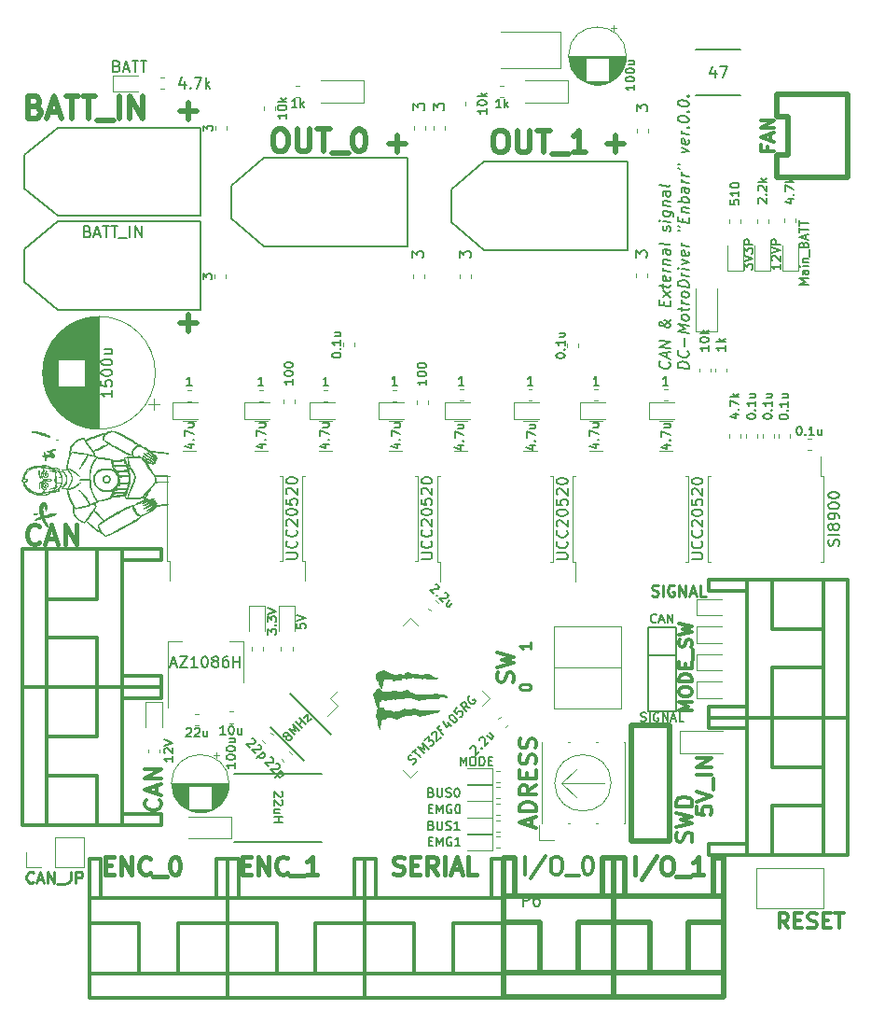
<source format=gbr>
G04 #@! TF.GenerationSoftware,KiCad,Pcbnew,(5.1.4)-1*
G04 #@! TF.CreationDate,2019-10-10T13:45:59+09:00*
G04 #@! TF.ProjectId,MD_Enbarr_x2,4d445f45-6e62-4617-9272-5f78322e6b69,rev?*
G04 #@! TF.SameCoordinates,Original*
G04 #@! TF.FileFunction,Legend,Top*
G04 #@! TF.FilePolarity,Positive*
%FSLAX46Y46*%
G04 Gerber Fmt 4.6, Leading zero omitted, Abs format (unit mm)*
G04 Created by KiCad (PCBNEW (5.1.4)-1) date 2019-10-10 13:45:59*
%MOMM*%
%LPD*%
G04 APERTURE LIST*
%ADD10C,0.200000*%
%ADD11C,0.250000*%
%ADD12C,0.375000*%
%ADD13C,0.500000*%
%ADD14C,0.150000*%
%ADD15C,0.120000*%
%ADD16C,0.300000*%
%ADD17C,0.010000*%
%ADD18C,0.350000*%
%ADD19C,0.450000*%
%ADD20C,0.400000*%
G04 APERTURE END LIST*
D10*
X131257142Y-81292619D02*
X131304761Y-81346190D01*
X131352380Y-81495000D01*
X131352380Y-81590238D01*
X131304761Y-81727142D01*
X131209523Y-81810476D01*
X131114285Y-81846190D01*
X130923809Y-81870000D01*
X130780952Y-81852142D01*
X130590476Y-81780714D01*
X130495238Y-81721190D01*
X130400000Y-81614047D01*
X130352380Y-81465238D01*
X130352380Y-81370000D01*
X130400000Y-81233095D01*
X130447619Y-81191428D01*
X131066666Y-80887857D02*
X131066666Y-80411666D01*
X131352380Y-81018809D02*
X130352380Y-80560476D01*
X131352380Y-80352142D01*
X131352380Y-80018809D02*
X130352380Y-79893809D01*
X131352380Y-79447380D01*
X130352380Y-79322380D01*
X131352380Y-77399761D02*
X131352380Y-77447380D01*
X131304761Y-77536666D01*
X131161904Y-77661666D01*
X130876190Y-77864047D01*
X130733333Y-77941428D01*
X130590476Y-77971190D01*
X130495238Y-77959285D01*
X130400000Y-77899761D01*
X130352380Y-77798571D01*
X130352380Y-77750952D01*
X130400000Y-77661666D01*
X130495238Y-77625952D01*
X130542857Y-77631904D01*
X130638095Y-77691428D01*
X130685714Y-77745000D01*
X130876190Y-78054523D01*
X130923809Y-78108095D01*
X131019047Y-78167619D01*
X131161904Y-78185476D01*
X131257142Y-78149761D01*
X131304761Y-78108095D01*
X131352380Y-78018809D01*
X131352380Y-77875952D01*
X131304761Y-77774761D01*
X131257142Y-77721190D01*
X131066666Y-77554523D01*
X130923809Y-77489047D01*
X130828571Y-77477142D01*
X130828571Y-76143809D02*
X130828571Y-75810476D01*
X131352380Y-75733095D02*
X131352380Y-76209285D01*
X130352380Y-76084285D01*
X130352380Y-75608095D01*
X131352380Y-75399761D02*
X130685714Y-74792619D01*
X130685714Y-75316428D02*
X131352380Y-74875952D01*
X130685714Y-74554523D02*
X130685714Y-74173571D01*
X130352380Y-74370000D02*
X131209523Y-74477142D01*
X131304761Y-74441428D01*
X131352380Y-74352142D01*
X131352380Y-74256904D01*
X131304761Y-73536666D02*
X131352380Y-73637857D01*
X131352380Y-73828333D01*
X131304761Y-73917619D01*
X131209523Y-73953333D01*
X130828571Y-73905714D01*
X130733333Y-73846190D01*
X130685714Y-73745000D01*
X130685714Y-73554523D01*
X130733333Y-73465238D01*
X130828571Y-73429523D01*
X130923809Y-73441428D01*
X131019047Y-73929523D01*
X131352380Y-73066428D02*
X130685714Y-72983095D01*
X130876190Y-73006904D02*
X130780952Y-72947380D01*
X130733333Y-72893809D01*
X130685714Y-72792619D01*
X130685714Y-72697380D01*
X130685714Y-72364047D02*
X131352380Y-72447380D01*
X130780952Y-72375952D02*
X130733333Y-72322380D01*
X130685714Y-72221190D01*
X130685714Y-72078333D01*
X130733333Y-71989047D01*
X130828571Y-71953333D01*
X131352380Y-72018809D01*
X131352380Y-71114047D02*
X130828571Y-71048571D01*
X130733333Y-71084285D01*
X130685714Y-71173571D01*
X130685714Y-71364047D01*
X130733333Y-71465238D01*
X131304761Y-71108095D02*
X131352380Y-71209285D01*
X131352380Y-71447380D01*
X131304761Y-71536666D01*
X131209523Y-71572380D01*
X131114285Y-71560476D01*
X131019047Y-71500952D01*
X130971428Y-71399761D01*
X130971428Y-71161666D01*
X130923809Y-71060476D01*
X131352380Y-70495000D02*
X131304761Y-70584285D01*
X131209523Y-70620000D01*
X130352380Y-70512857D01*
X131304761Y-69393809D02*
X131352380Y-69304523D01*
X131352380Y-69114047D01*
X131304761Y-69012857D01*
X131209523Y-68953333D01*
X131161904Y-68947380D01*
X131066666Y-68983095D01*
X131019047Y-69072380D01*
X131019047Y-69215238D01*
X130971428Y-69304523D01*
X130876190Y-69340238D01*
X130828571Y-69334285D01*
X130733333Y-69274761D01*
X130685714Y-69173571D01*
X130685714Y-69030714D01*
X130733333Y-68941428D01*
X131352380Y-68542619D02*
X130685714Y-68459285D01*
X130352380Y-68417619D02*
X130400000Y-68471190D01*
X130447619Y-68429523D01*
X130400000Y-68375952D01*
X130352380Y-68417619D01*
X130447619Y-68429523D01*
X130685714Y-67554523D02*
X131495238Y-67655714D01*
X131590476Y-67715238D01*
X131638095Y-67768809D01*
X131685714Y-67870000D01*
X131685714Y-68012857D01*
X131638095Y-68102142D01*
X131304761Y-67631904D02*
X131352380Y-67733095D01*
X131352380Y-67923571D01*
X131304761Y-68012857D01*
X131257142Y-68054523D01*
X131161904Y-68090238D01*
X130876190Y-68054523D01*
X130780952Y-67995000D01*
X130733333Y-67941428D01*
X130685714Y-67840238D01*
X130685714Y-67649761D01*
X130733333Y-67560476D01*
X130685714Y-67078333D02*
X131352380Y-67161666D01*
X130780952Y-67090238D02*
X130733333Y-67036666D01*
X130685714Y-66935476D01*
X130685714Y-66792619D01*
X130733333Y-66703333D01*
X130828571Y-66667619D01*
X131352380Y-66733095D01*
X131352380Y-65828333D02*
X130828571Y-65762857D01*
X130733333Y-65798571D01*
X130685714Y-65887857D01*
X130685714Y-66078333D01*
X130733333Y-66179523D01*
X131304761Y-65822380D02*
X131352380Y-65923571D01*
X131352380Y-66161666D01*
X131304761Y-66250952D01*
X131209523Y-66286666D01*
X131114285Y-66274761D01*
X131019047Y-66215238D01*
X130971428Y-66114047D01*
X130971428Y-65875952D01*
X130923809Y-65774761D01*
X131352380Y-65209285D02*
X131304761Y-65298571D01*
X131209523Y-65334285D01*
X130352380Y-65227142D01*
X133052380Y-81875952D02*
X132052380Y-81750952D01*
X132052380Y-81512857D01*
X132100000Y-81375952D01*
X132195238Y-81292619D01*
X132290476Y-81256904D01*
X132480952Y-81233095D01*
X132623809Y-81250952D01*
X132814285Y-81322380D01*
X132909523Y-81381904D01*
X133004761Y-81489047D01*
X133052380Y-81637857D01*
X133052380Y-81875952D01*
X132957142Y-80292619D02*
X133004761Y-80346190D01*
X133052380Y-80495000D01*
X133052380Y-80590238D01*
X133004761Y-80727142D01*
X132909523Y-80810476D01*
X132814285Y-80846190D01*
X132623809Y-80870000D01*
X132480952Y-80852142D01*
X132290476Y-80780714D01*
X132195238Y-80721190D01*
X132100000Y-80614047D01*
X132052380Y-80465238D01*
X132052380Y-80370000D01*
X132100000Y-80233095D01*
X132147619Y-80191428D01*
X132671428Y-79828333D02*
X132671428Y-79066428D01*
X133052380Y-78637857D02*
X132052380Y-78512857D01*
X132766666Y-78268809D01*
X132052380Y-77846190D01*
X133052380Y-77971190D01*
X133052380Y-77352142D02*
X133004761Y-77441428D01*
X132957142Y-77483095D01*
X132861904Y-77518809D01*
X132576190Y-77483095D01*
X132480952Y-77423571D01*
X132433333Y-77370000D01*
X132385714Y-77268809D01*
X132385714Y-77125952D01*
X132433333Y-77036666D01*
X132480952Y-76995000D01*
X132576190Y-76959285D01*
X132861904Y-76995000D01*
X132957142Y-77054523D01*
X133004761Y-77108095D01*
X133052380Y-77209285D01*
X133052380Y-77352142D01*
X132385714Y-76649761D02*
X132385714Y-76268809D01*
X132052380Y-76465238D02*
X132909523Y-76572380D01*
X133004761Y-76536666D01*
X133052380Y-76447380D01*
X133052380Y-76352142D01*
X133052380Y-76018809D02*
X132385714Y-75935476D01*
X132576190Y-75959285D02*
X132480952Y-75899761D01*
X132433333Y-75846190D01*
X132385714Y-75745000D01*
X132385714Y-75649761D01*
X133052380Y-75256904D02*
X133004761Y-75346190D01*
X132957142Y-75387857D01*
X132861904Y-75423571D01*
X132576190Y-75387857D01*
X132480952Y-75328333D01*
X132433333Y-75274761D01*
X132385714Y-75173571D01*
X132385714Y-75030714D01*
X132433333Y-74941428D01*
X132480952Y-74899761D01*
X132576190Y-74864047D01*
X132861904Y-74899761D01*
X132957142Y-74959285D01*
X133004761Y-75012857D01*
X133052380Y-75114047D01*
X133052380Y-75256904D01*
X133052380Y-74495000D02*
X132052380Y-74370000D01*
X132052380Y-74131904D01*
X132100000Y-73995000D01*
X132195238Y-73911666D01*
X132290476Y-73875952D01*
X132480952Y-73852142D01*
X132623809Y-73870000D01*
X132814285Y-73941428D01*
X132909523Y-74000952D01*
X133004761Y-74108095D01*
X133052380Y-74256904D01*
X133052380Y-74495000D01*
X133052380Y-73495000D02*
X132385714Y-73411666D01*
X132576190Y-73435476D02*
X132480952Y-73375952D01*
X132433333Y-73322380D01*
X132385714Y-73221190D01*
X132385714Y-73125952D01*
X133052380Y-72875952D02*
X132385714Y-72792619D01*
X132052380Y-72750952D02*
X132100000Y-72804523D01*
X132147619Y-72762857D01*
X132100000Y-72709285D01*
X132052380Y-72750952D01*
X132147619Y-72762857D01*
X132385714Y-72411666D02*
X133052380Y-72256904D01*
X132385714Y-71935476D01*
X133004761Y-71250952D02*
X133052380Y-71352142D01*
X133052380Y-71542619D01*
X133004761Y-71631904D01*
X132909523Y-71667619D01*
X132528571Y-71620000D01*
X132433333Y-71560476D01*
X132385714Y-71459285D01*
X132385714Y-71268809D01*
X132433333Y-71179523D01*
X132528571Y-71143809D01*
X132623809Y-71155714D01*
X132719047Y-71643809D01*
X133052380Y-70780714D02*
X132385714Y-70697380D01*
X132576190Y-70721190D02*
X132480952Y-70661666D01*
X132433333Y-70608095D01*
X132385714Y-70506904D01*
X132385714Y-70411666D01*
X132052380Y-69322380D02*
X132242857Y-69346190D01*
X132052380Y-68941428D02*
X132242857Y-68965238D01*
X132528571Y-68572380D02*
X132528571Y-68239047D01*
X133052380Y-68161666D02*
X133052380Y-68637857D01*
X132052380Y-68512857D01*
X132052380Y-68036666D01*
X132385714Y-67649761D02*
X133052380Y-67733095D01*
X132480952Y-67661666D02*
X132433333Y-67608095D01*
X132385714Y-67506904D01*
X132385714Y-67364047D01*
X132433333Y-67274761D01*
X132528571Y-67239047D01*
X133052380Y-67304523D01*
X133052380Y-66828333D02*
X132052380Y-66703333D01*
X132433333Y-66750952D02*
X132385714Y-66649761D01*
X132385714Y-66459285D01*
X132433333Y-66370000D01*
X132480952Y-66328333D01*
X132576190Y-66292619D01*
X132861904Y-66328333D01*
X132957142Y-66387857D01*
X133004761Y-66441428D01*
X133052380Y-66542619D01*
X133052380Y-66733095D01*
X133004761Y-66822380D01*
X133052380Y-65495000D02*
X132528571Y-65429523D01*
X132433333Y-65465238D01*
X132385714Y-65554523D01*
X132385714Y-65745000D01*
X132433333Y-65846190D01*
X133004761Y-65489047D02*
X133052380Y-65590238D01*
X133052380Y-65828333D01*
X133004761Y-65917619D01*
X132909523Y-65953333D01*
X132814285Y-65941428D01*
X132719047Y-65881904D01*
X132671428Y-65780714D01*
X132671428Y-65542619D01*
X132623809Y-65441428D01*
X133052380Y-65018809D02*
X132385714Y-64935476D01*
X132576190Y-64959285D02*
X132480952Y-64899761D01*
X132433333Y-64846190D01*
X132385714Y-64745000D01*
X132385714Y-64649761D01*
X133052380Y-64399761D02*
X132385714Y-64316428D01*
X132576190Y-64340238D02*
X132480952Y-64280714D01*
X132433333Y-64227142D01*
X132385714Y-64125952D01*
X132385714Y-64030714D01*
X132052380Y-63703333D02*
X132242857Y-63727142D01*
X132052380Y-63322380D02*
X132242857Y-63346190D01*
X132385714Y-62268809D02*
X133052380Y-62114047D01*
X132385714Y-61792619D01*
X133004761Y-61108095D02*
X133052380Y-61209285D01*
X133052380Y-61399761D01*
X133004761Y-61489047D01*
X132909523Y-61524761D01*
X132528571Y-61477142D01*
X132433333Y-61417619D01*
X132385714Y-61316428D01*
X132385714Y-61125952D01*
X132433333Y-61036666D01*
X132528571Y-61000952D01*
X132623809Y-61012857D01*
X132719047Y-61500952D01*
X133052380Y-60637857D02*
X132385714Y-60554523D01*
X132576190Y-60578333D02*
X132480952Y-60518809D01*
X132433333Y-60465238D01*
X132385714Y-60364047D01*
X132385714Y-60268809D01*
X132957142Y-60006904D02*
X133004761Y-59965238D01*
X133052380Y-60018809D01*
X133004761Y-60060476D01*
X132957142Y-60006904D01*
X133052380Y-60018809D01*
X132052380Y-59227142D02*
X132052380Y-59131904D01*
X132100000Y-59042619D01*
X132147619Y-59000952D01*
X132242857Y-58965238D01*
X132433333Y-58941428D01*
X132671428Y-58971190D01*
X132861904Y-59042619D01*
X132957142Y-59102142D01*
X133004761Y-59155714D01*
X133052380Y-59256904D01*
X133052380Y-59352142D01*
X133004761Y-59441428D01*
X132957142Y-59483095D01*
X132861904Y-59518809D01*
X132671428Y-59542619D01*
X132433333Y-59512857D01*
X132242857Y-59441428D01*
X132147619Y-59381904D01*
X132100000Y-59328333D01*
X132052380Y-59227142D01*
X132957142Y-58578333D02*
X133004761Y-58536666D01*
X133052380Y-58590238D01*
X133004761Y-58631904D01*
X132957142Y-58578333D01*
X133052380Y-58590238D01*
X132052380Y-57798571D02*
X132052380Y-57703333D01*
X132100000Y-57614047D01*
X132147619Y-57572380D01*
X132242857Y-57536666D01*
X132433333Y-57512857D01*
X132671428Y-57542619D01*
X132861904Y-57614047D01*
X132957142Y-57673571D01*
X133004761Y-57727142D01*
X133052380Y-57828333D01*
X133052380Y-57923571D01*
X133004761Y-58012857D01*
X132957142Y-58054523D01*
X132861904Y-58090238D01*
X132671428Y-58114047D01*
X132433333Y-58084285D01*
X132242857Y-58012857D01*
X132147619Y-57953333D01*
X132100000Y-57899761D01*
X132052380Y-57798571D01*
X132957142Y-57149761D02*
X133004761Y-57108095D01*
X133052380Y-57161666D01*
X133004761Y-57203333D01*
X132957142Y-57149761D01*
X133052380Y-57161666D01*
D11*
X117702380Y-110797619D02*
X117702380Y-110702380D01*
X117750000Y-110607142D01*
X117797619Y-110559523D01*
X117892857Y-110511904D01*
X118083333Y-110464285D01*
X118321428Y-110464285D01*
X118511904Y-110511904D01*
X118607142Y-110559523D01*
X118654761Y-110607142D01*
X118702380Y-110702380D01*
X118702380Y-110797619D01*
X118654761Y-110892857D01*
X118607142Y-110940476D01*
X118511904Y-110988095D01*
X118321428Y-111035714D01*
X118083333Y-111035714D01*
X117892857Y-110988095D01*
X117797619Y-110940476D01*
X117750000Y-110892857D01*
X117702380Y-110797619D01*
X118702380Y-106714285D02*
X118702380Y-107285714D01*
X118702380Y-107000000D02*
X117702380Y-107000000D01*
X117845238Y-107095238D01*
X117940476Y-107190476D01*
X117988095Y-107285714D01*
D12*
X117107142Y-110285714D02*
X117178571Y-110071428D01*
X117178571Y-109714285D01*
X117107142Y-109571428D01*
X117035714Y-109500000D01*
X116892857Y-109428571D01*
X116750000Y-109428571D01*
X116607142Y-109500000D01*
X116535714Y-109571428D01*
X116464285Y-109714285D01*
X116392857Y-110000000D01*
X116321428Y-110142857D01*
X116250000Y-110214285D01*
X116107142Y-110285714D01*
X115964285Y-110285714D01*
X115821428Y-110214285D01*
X115750000Y-110142857D01*
X115678571Y-110000000D01*
X115678571Y-109642857D01*
X115750000Y-109428571D01*
X115678571Y-108928571D02*
X117178571Y-108571428D01*
X116107142Y-108285714D01*
X117178571Y-108000000D01*
X115678571Y-107642857D01*
D10*
X130085714Y-104835714D02*
X130047619Y-104873809D01*
X129933333Y-104911904D01*
X129857142Y-104911904D01*
X129742857Y-104873809D01*
X129666666Y-104797619D01*
X129628571Y-104721428D01*
X129590476Y-104569047D01*
X129590476Y-104454761D01*
X129628571Y-104302380D01*
X129666666Y-104226190D01*
X129742857Y-104150000D01*
X129857142Y-104111904D01*
X129933333Y-104111904D01*
X130047619Y-104150000D01*
X130085714Y-104188095D01*
X130390476Y-104683333D02*
X130771428Y-104683333D01*
X130314285Y-104911904D02*
X130580952Y-104111904D01*
X130847619Y-104911904D01*
X131114285Y-104911904D02*
X131114285Y-104111904D01*
X131571428Y-104911904D01*
X131571428Y-104111904D01*
X128695238Y-113823809D02*
X128809523Y-113861904D01*
X129000000Y-113861904D01*
X129076190Y-113823809D01*
X129114285Y-113785714D01*
X129152380Y-113709523D01*
X129152380Y-113633333D01*
X129114285Y-113557142D01*
X129076190Y-113519047D01*
X129000000Y-113480952D01*
X128847619Y-113442857D01*
X128771428Y-113404761D01*
X128733333Y-113366666D01*
X128695238Y-113290476D01*
X128695238Y-113214285D01*
X128733333Y-113138095D01*
X128771428Y-113100000D01*
X128847619Y-113061904D01*
X129038095Y-113061904D01*
X129152380Y-113100000D01*
X129495238Y-113861904D02*
X129495238Y-113061904D01*
X130295238Y-113100000D02*
X130219047Y-113061904D01*
X130104761Y-113061904D01*
X129990476Y-113100000D01*
X129914285Y-113176190D01*
X129876190Y-113252380D01*
X129838095Y-113404761D01*
X129838095Y-113519047D01*
X129876190Y-113671428D01*
X129914285Y-113747619D01*
X129990476Y-113823809D01*
X130104761Y-113861904D01*
X130180952Y-113861904D01*
X130295238Y-113823809D01*
X130333333Y-113785714D01*
X130333333Y-113519047D01*
X130180952Y-113519047D01*
X130676190Y-113861904D02*
X130676190Y-113061904D01*
X131133333Y-113861904D01*
X131133333Y-113061904D01*
X131476190Y-113633333D02*
X131857142Y-113633333D01*
X131400000Y-113861904D02*
X131666666Y-113061904D01*
X131933333Y-113861904D01*
X132580952Y-113861904D02*
X132200000Y-113861904D01*
X132200000Y-113061904D01*
D13*
X126357142Y-60738095D02*
X126357142Y-62261904D01*
X125595238Y-61500000D02*
X127119047Y-61500000D01*
X106607142Y-60738095D02*
X106607142Y-62261904D01*
X105845238Y-61500000D02*
X107369047Y-61500000D01*
X87642857Y-78511904D02*
X87642857Y-76988095D01*
X88404761Y-77750000D02*
X86880952Y-77750000D01*
X87642857Y-59261904D02*
X87642857Y-57738095D01*
X88404761Y-58500000D02*
X86880952Y-58500000D01*
D14*
X127500000Y-63100000D02*
X127500000Y-71100000D01*
X111500000Y-65600000D02*
X111500000Y-68600000D01*
X114500000Y-63100000D02*
X127500000Y-63100000D01*
X111500000Y-65600000D02*
X114500000Y-63100000D01*
X114500000Y-71100000D02*
X127500000Y-71100000D01*
X111500000Y-68600000D02*
X114500000Y-71100000D01*
X98136396Y-117440559D02*
X95095837Y-114400000D01*
X96828249Y-111324086D02*
X100540559Y-115036396D01*
D15*
X95285727Y-115104478D02*
X95055522Y-114874273D01*
X94564478Y-115825727D02*
X94334273Y-115595522D01*
X96765522Y-116584273D02*
X96995727Y-116814478D01*
X96044273Y-117305522D02*
X96274478Y-117535727D01*
X115724273Y-113654478D02*
X115954478Y-113424273D01*
X116445522Y-114375727D02*
X116675727Y-114145522D01*
X110316868Y-103088025D02*
X110078770Y-102865995D01*
X109621230Y-103834005D02*
X109383132Y-103611975D01*
X87097936Y-89310000D02*
X88302064Y-89310000D01*
X87097936Y-86590000D02*
X88302064Y-86590000D01*
X93597936Y-86590000D02*
X94802064Y-86590000D01*
X93597936Y-89310000D02*
X94802064Y-89310000D01*
X143837221Y-88190000D02*
X144162779Y-88190000D01*
X143837221Y-89210000D02*
X144162779Y-89210000D01*
X142260000Y-88162779D02*
X142260000Y-87837221D01*
X141240000Y-88162779D02*
X141240000Y-87837221D01*
X127370000Y-53500000D02*
G75*
G03X127370000Y-53500000I-2620000J0D01*
G01*
X127330000Y-53500000D02*
X122170000Y-53500000D01*
X127330000Y-53540000D02*
X122170000Y-53540000D01*
X127329000Y-53580000D02*
X122171000Y-53580000D01*
X127328000Y-53620000D02*
X122172000Y-53620000D01*
X127326000Y-53660000D02*
X122174000Y-53660000D01*
X127323000Y-53700000D02*
X122177000Y-53700000D01*
X127319000Y-53740000D02*
X125790000Y-53740000D01*
X123710000Y-53740000D02*
X122181000Y-53740000D01*
X127315000Y-53780000D02*
X125790000Y-53780000D01*
X123710000Y-53780000D02*
X122185000Y-53780000D01*
X127311000Y-53820000D02*
X125790000Y-53820000D01*
X123710000Y-53820000D02*
X122189000Y-53820000D01*
X127306000Y-53860000D02*
X125790000Y-53860000D01*
X123710000Y-53860000D02*
X122194000Y-53860000D01*
X127300000Y-53900000D02*
X125790000Y-53900000D01*
X123710000Y-53900000D02*
X122200000Y-53900000D01*
X127293000Y-53940000D02*
X125790000Y-53940000D01*
X123710000Y-53940000D02*
X122207000Y-53940000D01*
X127286000Y-53980000D02*
X125790000Y-53980000D01*
X123710000Y-53980000D02*
X122214000Y-53980000D01*
X127278000Y-54020000D02*
X125790000Y-54020000D01*
X123710000Y-54020000D02*
X122222000Y-54020000D01*
X127270000Y-54060000D02*
X125790000Y-54060000D01*
X123710000Y-54060000D02*
X122230000Y-54060000D01*
X127261000Y-54100000D02*
X125790000Y-54100000D01*
X123710000Y-54100000D02*
X122239000Y-54100000D01*
X127251000Y-54140000D02*
X125790000Y-54140000D01*
X123710000Y-54140000D02*
X122249000Y-54140000D01*
X127241000Y-54180000D02*
X125790000Y-54180000D01*
X123710000Y-54180000D02*
X122259000Y-54180000D01*
X127230000Y-54221000D02*
X125790000Y-54221000D01*
X123710000Y-54221000D02*
X122270000Y-54221000D01*
X127218000Y-54261000D02*
X125790000Y-54261000D01*
X123710000Y-54261000D02*
X122282000Y-54261000D01*
X127205000Y-54301000D02*
X125790000Y-54301000D01*
X123710000Y-54301000D02*
X122295000Y-54301000D01*
X127192000Y-54341000D02*
X125790000Y-54341000D01*
X123710000Y-54341000D02*
X122308000Y-54341000D01*
X127178000Y-54381000D02*
X125790000Y-54381000D01*
X123710000Y-54381000D02*
X122322000Y-54381000D01*
X127164000Y-54421000D02*
X125790000Y-54421000D01*
X123710000Y-54421000D02*
X122336000Y-54421000D01*
X127148000Y-54461000D02*
X125790000Y-54461000D01*
X123710000Y-54461000D02*
X122352000Y-54461000D01*
X127132000Y-54501000D02*
X125790000Y-54501000D01*
X123710000Y-54501000D02*
X122368000Y-54501000D01*
X127115000Y-54541000D02*
X125790000Y-54541000D01*
X123710000Y-54541000D02*
X122385000Y-54541000D01*
X127098000Y-54581000D02*
X125790000Y-54581000D01*
X123710000Y-54581000D02*
X122402000Y-54581000D01*
X127079000Y-54621000D02*
X125790000Y-54621000D01*
X123710000Y-54621000D02*
X122421000Y-54621000D01*
X127060000Y-54661000D02*
X125790000Y-54661000D01*
X123710000Y-54661000D02*
X122440000Y-54661000D01*
X127040000Y-54701000D02*
X125790000Y-54701000D01*
X123710000Y-54701000D02*
X122460000Y-54701000D01*
X127018000Y-54741000D02*
X125790000Y-54741000D01*
X123710000Y-54741000D02*
X122482000Y-54741000D01*
X126997000Y-54781000D02*
X125790000Y-54781000D01*
X123710000Y-54781000D02*
X122503000Y-54781000D01*
X126974000Y-54821000D02*
X125790000Y-54821000D01*
X123710000Y-54821000D02*
X122526000Y-54821000D01*
X126950000Y-54861000D02*
X125790000Y-54861000D01*
X123710000Y-54861000D02*
X122550000Y-54861000D01*
X126925000Y-54901000D02*
X125790000Y-54901000D01*
X123710000Y-54901000D02*
X122575000Y-54901000D01*
X126899000Y-54941000D02*
X125790000Y-54941000D01*
X123710000Y-54941000D02*
X122601000Y-54941000D01*
X126872000Y-54981000D02*
X125790000Y-54981000D01*
X123710000Y-54981000D02*
X122628000Y-54981000D01*
X126845000Y-55021000D02*
X125790000Y-55021000D01*
X123710000Y-55021000D02*
X122655000Y-55021000D01*
X126815000Y-55061000D02*
X125790000Y-55061000D01*
X123710000Y-55061000D02*
X122685000Y-55061000D01*
X126785000Y-55101000D02*
X125790000Y-55101000D01*
X123710000Y-55101000D02*
X122715000Y-55101000D01*
X126754000Y-55141000D02*
X125790000Y-55141000D01*
X123710000Y-55141000D02*
X122746000Y-55141000D01*
X126721000Y-55181000D02*
X125790000Y-55181000D01*
X123710000Y-55181000D02*
X122779000Y-55181000D01*
X126687000Y-55221000D02*
X125790000Y-55221000D01*
X123710000Y-55221000D02*
X122813000Y-55221000D01*
X126651000Y-55261000D02*
X125790000Y-55261000D01*
X123710000Y-55261000D02*
X122849000Y-55261000D01*
X126614000Y-55301000D02*
X125790000Y-55301000D01*
X123710000Y-55301000D02*
X122886000Y-55301000D01*
X126576000Y-55341000D02*
X125790000Y-55341000D01*
X123710000Y-55341000D02*
X122924000Y-55341000D01*
X126535000Y-55381000D02*
X125790000Y-55381000D01*
X123710000Y-55381000D02*
X122965000Y-55381000D01*
X126493000Y-55421000D02*
X125790000Y-55421000D01*
X123710000Y-55421000D02*
X123007000Y-55421000D01*
X126449000Y-55461000D02*
X125790000Y-55461000D01*
X123710000Y-55461000D02*
X123051000Y-55461000D01*
X126403000Y-55501000D02*
X125790000Y-55501000D01*
X123710000Y-55501000D02*
X123097000Y-55501000D01*
X126355000Y-55541000D02*
X125790000Y-55541000D01*
X123710000Y-55541000D02*
X123145000Y-55541000D01*
X126304000Y-55581000D02*
X125790000Y-55581000D01*
X123710000Y-55581000D02*
X123196000Y-55581000D01*
X126250000Y-55621000D02*
X125790000Y-55621000D01*
X123710000Y-55621000D02*
X123250000Y-55621000D01*
X126193000Y-55661000D02*
X125790000Y-55661000D01*
X123710000Y-55661000D02*
X123307000Y-55661000D01*
X126133000Y-55701000D02*
X125790000Y-55701000D01*
X123710000Y-55701000D02*
X123367000Y-55701000D01*
X126069000Y-55741000D02*
X125790000Y-55741000D01*
X123710000Y-55741000D02*
X123431000Y-55741000D01*
X126001000Y-55781000D02*
X125790000Y-55781000D01*
X123710000Y-55781000D02*
X123499000Y-55781000D01*
X125928000Y-55821000D02*
X123572000Y-55821000D01*
X125848000Y-55861000D02*
X123652000Y-55861000D01*
X125761000Y-55901000D02*
X123739000Y-55901000D01*
X125665000Y-55941000D02*
X123835000Y-55941000D01*
X125555000Y-55981000D02*
X123945000Y-55981000D01*
X125427000Y-56021000D02*
X124073000Y-56021000D01*
X125268000Y-56061000D02*
X124232000Y-56061000D01*
X125034000Y-56101000D02*
X124466000Y-56101000D01*
X126225000Y-50695225D02*
X126225000Y-51195225D01*
X126475000Y-50945225D02*
X125975000Y-50945225D01*
X139740000Y-88162779D02*
X139740000Y-87837221D01*
X140760000Y-88162779D02*
X140760000Y-87837221D01*
X99447936Y-89310000D02*
X100652064Y-89310000D01*
X99447936Y-86590000D02*
X100652064Y-86590000D01*
X105797936Y-86590000D02*
X107002064Y-86590000D01*
X105797936Y-89310000D02*
X107002064Y-89310000D01*
X90425000Y-116945225D02*
X89925000Y-116945225D01*
X90175000Y-116695225D02*
X90175000Y-117195225D01*
X88984000Y-122101000D02*
X88416000Y-122101000D01*
X89218000Y-122061000D02*
X88182000Y-122061000D01*
X89377000Y-122021000D02*
X88023000Y-122021000D01*
X89505000Y-121981000D02*
X87895000Y-121981000D01*
X89615000Y-121941000D02*
X87785000Y-121941000D01*
X89711000Y-121901000D02*
X87689000Y-121901000D01*
X89798000Y-121861000D02*
X87602000Y-121861000D01*
X89878000Y-121821000D02*
X87522000Y-121821000D01*
X87660000Y-121781000D02*
X87449000Y-121781000D01*
X89951000Y-121781000D02*
X89740000Y-121781000D01*
X87660000Y-121741000D02*
X87381000Y-121741000D01*
X90019000Y-121741000D02*
X89740000Y-121741000D01*
X87660000Y-121701000D02*
X87317000Y-121701000D01*
X90083000Y-121701000D02*
X89740000Y-121701000D01*
X87660000Y-121661000D02*
X87257000Y-121661000D01*
X90143000Y-121661000D02*
X89740000Y-121661000D01*
X87660000Y-121621000D02*
X87200000Y-121621000D01*
X90200000Y-121621000D02*
X89740000Y-121621000D01*
X87660000Y-121581000D02*
X87146000Y-121581000D01*
X90254000Y-121581000D02*
X89740000Y-121581000D01*
X87660000Y-121541000D02*
X87095000Y-121541000D01*
X90305000Y-121541000D02*
X89740000Y-121541000D01*
X87660000Y-121501000D02*
X87047000Y-121501000D01*
X90353000Y-121501000D02*
X89740000Y-121501000D01*
X87660000Y-121461000D02*
X87001000Y-121461000D01*
X90399000Y-121461000D02*
X89740000Y-121461000D01*
X87660000Y-121421000D02*
X86957000Y-121421000D01*
X90443000Y-121421000D02*
X89740000Y-121421000D01*
X87660000Y-121381000D02*
X86915000Y-121381000D01*
X90485000Y-121381000D02*
X89740000Y-121381000D01*
X87660000Y-121341000D02*
X86874000Y-121341000D01*
X90526000Y-121341000D02*
X89740000Y-121341000D01*
X87660000Y-121301000D02*
X86836000Y-121301000D01*
X90564000Y-121301000D02*
X89740000Y-121301000D01*
X87660000Y-121261000D02*
X86799000Y-121261000D01*
X90601000Y-121261000D02*
X89740000Y-121261000D01*
X87660000Y-121221000D02*
X86763000Y-121221000D01*
X90637000Y-121221000D02*
X89740000Y-121221000D01*
X87660000Y-121181000D02*
X86729000Y-121181000D01*
X90671000Y-121181000D02*
X89740000Y-121181000D01*
X87660000Y-121141000D02*
X86696000Y-121141000D01*
X90704000Y-121141000D02*
X89740000Y-121141000D01*
X87660000Y-121101000D02*
X86665000Y-121101000D01*
X90735000Y-121101000D02*
X89740000Y-121101000D01*
X87660000Y-121061000D02*
X86635000Y-121061000D01*
X90765000Y-121061000D02*
X89740000Y-121061000D01*
X87660000Y-121021000D02*
X86605000Y-121021000D01*
X90795000Y-121021000D02*
X89740000Y-121021000D01*
X87660000Y-120981000D02*
X86578000Y-120981000D01*
X90822000Y-120981000D02*
X89740000Y-120981000D01*
X87660000Y-120941000D02*
X86551000Y-120941000D01*
X90849000Y-120941000D02*
X89740000Y-120941000D01*
X87660000Y-120901000D02*
X86525000Y-120901000D01*
X90875000Y-120901000D02*
X89740000Y-120901000D01*
X87660000Y-120861000D02*
X86500000Y-120861000D01*
X90900000Y-120861000D02*
X89740000Y-120861000D01*
X87660000Y-120821000D02*
X86476000Y-120821000D01*
X90924000Y-120821000D02*
X89740000Y-120821000D01*
X87660000Y-120781000D02*
X86453000Y-120781000D01*
X90947000Y-120781000D02*
X89740000Y-120781000D01*
X87660000Y-120741000D02*
X86432000Y-120741000D01*
X90968000Y-120741000D02*
X89740000Y-120741000D01*
X87660000Y-120701000D02*
X86410000Y-120701000D01*
X90990000Y-120701000D02*
X89740000Y-120701000D01*
X87660000Y-120661000D02*
X86390000Y-120661000D01*
X91010000Y-120661000D02*
X89740000Y-120661000D01*
X87660000Y-120621000D02*
X86371000Y-120621000D01*
X91029000Y-120621000D02*
X89740000Y-120621000D01*
X87660000Y-120581000D02*
X86352000Y-120581000D01*
X91048000Y-120581000D02*
X89740000Y-120581000D01*
X87660000Y-120541000D02*
X86335000Y-120541000D01*
X91065000Y-120541000D02*
X89740000Y-120541000D01*
X87660000Y-120501000D02*
X86318000Y-120501000D01*
X91082000Y-120501000D02*
X89740000Y-120501000D01*
X87660000Y-120461000D02*
X86302000Y-120461000D01*
X91098000Y-120461000D02*
X89740000Y-120461000D01*
X87660000Y-120421000D02*
X86286000Y-120421000D01*
X91114000Y-120421000D02*
X89740000Y-120421000D01*
X87660000Y-120381000D02*
X86272000Y-120381000D01*
X91128000Y-120381000D02*
X89740000Y-120381000D01*
X87660000Y-120341000D02*
X86258000Y-120341000D01*
X91142000Y-120341000D02*
X89740000Y-120341000D01*
X87660000Y-120301000D02*
X86245000Y-120301000D01*
X91155000Y-120301000D02*
X89740000Y-120301000D01*
X87660000Y-120261000D02*
X86232000Y-120261000D01*
X91168000Y-120261000D02*
X89740000Y-120261000D01*
X87660000Y-120221000D02*
X86220000Y-120221000D01*
X91180000Y-120221000D02*
X89740000Y-120221000D01*
X87660000Y-120180000D02*
X86209000Y-120180000D01*
X91191000Y-120180000D02*
X89740000Y-120180000D01*
X87660000Y-120140000D02*
X86199000Y-120140000D01*
X91201000Y-120140000D02*
X89740000Y-120140000D01*
X87660000Y-120100000D02*
X86189000Y-120100000D01*
X91211000Y-120100000D02*
X89740000Y-120100000D01*
X87660000Y-120060000D02*
X86180000Y-120060000D01*
X91220000Y-120060000D02*
X89740000Y-120060000D01*
X87660000Y-120020000D02*
X86172000Y-120020000D01*
X91228000Y-120020000D02*
X89740000Y-120020000D01*
X87660000Y-119980000D02*
X86164000Y-119980000D01*
X91236000Y-119980000D02*
X89740000Y-119980000D01*
X87660000Y-119940000D02*
X86157000Y-119940000D01*
X91243000Y-119940000D02*
X89740000Y-119940000D01*
X87660000Y-119900000D02*
X86150000Y-119900000D01*
X91250000Y-119900000D02*
X89740000Y-119900000D01*
X87660000Y-119860000D02*
X86144000Y-119860000D01*
X91256000Y-119860000D02*
X89740000Y-119860000D01*
X87660000Y-119820000D02*
X86139000Y-119820000D01*
X91261000Y-119820000D02*
X89740000Y-119820000D01*
X87660000Y-119780000D02*
X86135000Y-119780000D01*
X91265000Y-119780000D02*
X89740000Y-119780000D01*
X87660000Y-119740000D02*
X86131000Y-119740000D01*
X91269000Y-119740000D02*
X89740000Y-119740000D01*
X91273000Y-119700000D02*
X86127000Y-119700000D01*
X91276000Y-119660000D02*
X86124000Y-119660000D01*
X91278000Y-119620000D02*
X86122000Y-119620000D01*
X91279000Y-119580000D02*
X86121000Y-119580000D01*
X91280000Y-119540000D02*
X86120000Y-119540000D01*
X91280000Y-119500000D02*
X86120000Y-119500000D01*
X91320000Y-119500000D02*
G75*
G03X91320000Y-119500000I-2620000J0D01*
G01*
X84620000Y-82250000D02*
G75*
G03X84620000Y-82250000I-5120000J0D01*
G01*
X79500000Y-87330000D02*
X79500000Y-77170000D01*
X79460000Y-87330000D02*
X79460000Y-77170000D01*
X79420000Y-87330000D02*
X79420000Y-77170000D01*
X79380000Y-87329000D02*
X79380000Y-77171000D01*
X79340000Y-87328000D02*
X79340000Y-77172000D01*
X79300000Y-87327000D02*
X79300000Y-77173000D01*
X79260000Y-87325000D02*
X79260000Y-77175000D01*
X79220000Y-87323000D02*
X79220000Y-77177000D01*
X79180000Y-87320000D02*
X79180000Y-77180000D01*
X79140000Y-87318000D02*
X79140000Y-77182000D01*
X79100000Y-87315000D02*
X79100000Y-77185000D01*
X79060000Y-87312000D02*
X79060000Y-77188000D01*
X79020000Y-87308000D02*
X79020000Y-77192000D01*
X78980000Y-87304000D02*
X78980000Y-77196000D01*
X78940000Y-87300000D02*
X78940000Y-77200000D01*
X78900000Y-87295000D02*
X78900000Y-77205000D01*
X78860000Y-87290000D02*
X78860000Y-77210000D01*
X78820000Y-87285000D02*
X78820000Y-77215000D01*
X78779000Y-87280000D02*
X78779000Y-77220000D01*
X78739000Y-87274000D02*
X78739000Y-77226000D01*
X78699000Y-87268000D02*
X78699000Y-77232000D01*
X78659000Y-87261000D02*
X78659000Y-77239000D01*
X78619000Y-87254000D02*
X78619000Y-77246000D01*
X78579000Y-87247000D02*
X78579000Y-77253000D01*
X78539000Y-87240000D02*
X78539000Y-77260000D01*
X78499000Y-87232000D02*
X78499000Y-77268000D01*
X78459000Y-87224000D02*
X78459000Y-77276000D01*
X78419000Y-87215000D02*
X78419000Y-77285000D01*
X78379000Y-87206000D02*
X78379000Y-77294000D01*
X78339000Y-87197000D02*
X78339000Y-77303000D01*
X78299000Y-87188000D02*
X78299000Y-77312000D01*
X78259000Y-87178000D02*
X78259000Y-77322000D01*
X78219000Y-87168000D02*
X78219000Y-83491000D01*
X78219000Y-81009000D02*
X78219000Y-77332000D01*
X78179000Y-87157000D02*
X78179000Y-83491000D01*
X78179000Y-81009000D02*
X78179000Y-77343000D01*
X78139000Y-87147000D02*
X78139000Y-83491000D01*
X78139000Y-81009000D02*
X78139000Y-77353000D01*
X78099000Y-87135000D02*
X78099000Y-83491000D01*
X78099000Y-81009000D02*
X78099000Y-77365000D01*
X78059000Y-87124000D02*
X78059000Y-83491000D01*
X78059000Y-81009000D02*
X78059000Y-77376000D01*
X78019000Y-87112000D02*
X78019000Y-83491000D01*
X78019000Y-81009000D02*
X78019000Y-77388000D01*
X77979000Y-87100000D02*
X77979000Y-83491000D01*
X77979000Y-81009000D02*
X77979000Y-77400000D01*
X77939000Y-87087000D02*
X77939000Y-83491000D01*
X77939000Y-81009000D02*
X77939000Y-77413000D01*
X77899000Y-87074000D02*
X77899000Y-83491000D01*
X77899000Y-81009000D02*
X77899000Y-77426000D01*
X77859000Y-87061000D02*
X77859000Y-83491000D01*
X77859000Y-81009000D02*
X77859000Y-77439000D01*
X77819000Y-87047000D02*
X77819000Y-83491000D01*
X77819000Y-81009000D02*
X77819000Y-77453000D01*
X77779000Y-87033000D02*
X77779000Y-83491000D01*
X77779000Y-81009000D02*
X77779000Y-77467000D01*
X77739000Y-87018000D02*
X77739000Y-83491000D01*
X77739000Y-81009000D02*
X77739000Y-77482000D01*
X77699000Y-87004000D02*
X77699000Y-83491000D01*
X77699000Y-81009000D02*
X77699000Y-77496000D01*
X77659000Y-86988000D02*
X77659000Y-83491000D01*
X77659000Y-81009000D02*
X77659000Y-77512000D01*
X77619000Y-86973000D02*
X77619000Y-83491000D01*
X77619000Y-81009000D02*
X77619000Y-77527000D01*
X77579000Y-86957000D02*
X77579000Y-83491000D01*
X77579000Y-81009000D02*
X77579000Y-77543000D01*
X77539000Y-86940000D02*
X77539000Y-83491000D01*
X77539000Y-81009000D02*
X77539000Y-77560000D01*
X77499000Y-86924000D02*
X77499000Y-83491000D01*
X77499000Y-81009000D02*
X77499000Y-77576000D01*
X77459000Y-86907000D02*
X77459000Y-83491000D01*
X77459000Y-81009000D02*
X77459000Y-77593000D01*
X77419000Y-86889000D02*
X77419000Y-83491000D01*
X77419000Y-81009000D02*
X77419000Y-77611000D01*
X77379000Y-86871000D02*
X77379000Y-83491000D01*
X77379000Y-81009000D02*
X77379000Y-77629000D01*
X77339000Y-86853000D02*
X77339000Y-83491000D01*
X77339000Y-81009000D02*
X77339000Y-77647000D01*
X77299000Y-86834000D02*
X77299000Y-83491000D01*
X77299000Y-81009000D02*
X77299000Y-77666000D01*
X77259000Y-86814000D02*
X77259000Y-83491000D01*
X77259000Y-81009000D02*
X77259000Y-77686000D01*
X77219000Y-86795000D02*
X77219000Y-83491000D01*
X77219000Y-81009000D02*
X77219000Y-77705000D01*
X77179000Y-86775000D02*
X77179000Y-83491000D01*
X77179000Y-81009000D02*
X77179000Y-77725000D01*
X77139000Y-86754000D02*
X77139000Y-83491000D01*
X77139000Y-81009000D02*
X77139000Y-77746000D01*
X77099000Y-86733000D02*
X77099000Y-83491000D01*
X77099000Y-81009000D02*
X77099000Y-77767000D01*
X77059000Y-86712000D02*
X77059000Y-83491000D01*
X77059000Y-81009000D02*
X77059000Y-77788000D01*
X77019000Y-86690000D02*
X77019000Y-83491000D01*
X77019000Y-81009000D02*
X77019000Y-77810000D01*
X76979000Y-86667000D02*
X76979000Y-83491000D01*
X76979000Y-81009000D02*
X76979000Y-77833000D01*
X76939000Y-86645000D02*
X76939000Y-83491000D01*
X76939000Y-81009000D02*
X76939000Y-77855000D01*
X76899000Y-86621000D02*
X76899000Y-83491000D01*
X76899000Y-81009000D02*
X76899000Y-77879000D01*
X76859000Y-86597000D02*
X76859000Y-83491000D01*
X76859000Y-81009000D02*
X76859000Y-77903000D01*
X76819000Y-86573000D02*
X76819000Y-83491000D01*
X76819000Y-81009000D02*
X76819000Y-77927000D01*
X76779000Y-86548000D02*
X76779000Y-83491000D01*
X76779000Y-81009000D02*
X76779000Y-77952000D01*
X76739000Y-86523000D02*
X76739000Y-83491000D01*
X76739000Y-81009000D02*
X76739000Y-77977000D01*
X76699000Y-86497000D02*
X76699000Y-83491000D01*
X76699000Y-81009000D02*
X76699000Y-78003000D01*
X76659000Y-86471000D02*
X76659000Y-83491000D01*
X76659000Y-81009000D02*
X76659000Y-78029000D01*
X76619000Y-86444000D02*
X76619000Y-83491000D01*
X76619000Y-81009000D02*
X76619000Y-78056000D01*
X76579000Y-86416000D02*
X76579000Y-83491000D01*
X76579000Y-81009000D02*
X76579000Y-78084000D01*
X76539000Y-86388000D02*
X76539000Y-83491000D01*
X76539000Y-81009000D02*
X76539000Y-78112000D01*
X76499000Y-86360000D02*
X76499000Y-83491000D01*
X76499000Y-81009000D02*
X76499000Y-78140000D01*
X76459000Y-86330000D02*
X76459000Y-83491000D01*
X76459000Y-81009000D02*
X76459000Y-78170000D01*
X76419000Y-86300000D02*
X76419000Y-83491000D01*
X76419000Y-81009000D02*
X76419000Y-78200000D01*
X76379000Y-86270000D02*
X76379000Y-83491000D01*
X76379000Y-81009000D02*
X76379000Y-78230000D01*
X76339000Y-86239000D02*
X76339000Y-83491000D01*
X76339000Y-81009000D02*
X76339000Y-78261000D01*
X76299000Y-86207000D02*
X76299000Y-83491000D01*
X76299000Y-81009000D02*
X76299000Y-78293000D01*
X76259000Y-86175000D02*
X76259000Y-83491000D01*
X76259000Y-81009000D02*
X76259000Y-78325000D01*
X76219000Y-86142000D02*
X76219000Y-83491000D01*
X76219000Y-81009000D02*
X76219000Y-78358000D01*
X76179000Y-86108000D02*
X76179000Y-83491000D01*
X76179000Y-81009000D02*
X76179000Y-78392000D01*
X76139000Y-86074000D02*
X76139000Y-83491000D01*
X76139000Y-81009000D02*
X76139000Y-78426000D01*
X76099000Y-86039000D02*
X76099000Y-83491000D01*
X76099000Y-81009000D02*
X76099000Y-78461000D01*
X76059000Y-86003000D02*
X76059000Y-83491000D01*
X76059000Y-81009000D02*
X76059000Y-78497000D01*
X76019000Y-85966000D02*
X76019000Y-83491000D01*
X76019000Y-81009000D02*
X76019000Y-78534000D01*
X75979000Y-85929000D02*
X75979000Y-83491000D01*
X75979000Y-81009000D02*
X75979000Y-78571000D01*
X75939000Y-85890000D02*
X75939000Y-83491000D01*
X75939000Y-81009000D02*
X75939000Y-78610000D01*
X75899000Y-85851000D02*
X75899000Y-83491000D01*
X75899000Y-81009000D02*
X75899000Y-78649000D01*
X75859000Y-85811000D02*
X75859000Y-83491000D01*
X75859000Y-81009000D02*
X75859000Y-78689000D01*
X75819000Y-85770000D02*
X75819000Y-83491000D01*
X75819000Y-81009000D02*
X75819000Y-78730000D01*
X75779000Y-85728000D02*
X75779000Y-83491000D01*
X75779000Y-81009000D02*
X75779000Y-78772000D01*
X75739000Y-85686000D02*
X75739000Y-78814000D01*
X75699000Y-85642000D02*
X75699000Y-78858000D01*
X75659000Y-85597000D02*
X75659000Y-78903000D01*
X75619000Y-85551000D02*
X75619000Y-78949000D01*
X75579000Y-85504000D02*
X75579000Y-78996000D01*
X75539000Y-85456000D02*
X75539000Y-79044000D01*
X75499000Y-85406000D02*
X75499000Y-79094000D01*
X75459000Y-85356000D02*
X75459000Y-79144000D01*
X75419000Y-85304000D02*
X75419000Y-79196000D01*
X75379000Y-85250000D02*
X75379000Y-79250000D01*
X75339000Y-85195000D02*
X75339000Y-79305000D01*
X75299000Y-85139000D02*
X75299000Y-79361000D01*
X75259000Y-85080000D02*
X75259000Y-79420000D01*
X75219000Y-85020000D02*
X75219000Y-79480000D01*
X75179000Y-84959000D02*
X75179000Y-79541000D01*
X75139000Y-84895000D02*
X75139000Y-79605000D01*
X75099000Y-84829000D02*
X75099000Y-79671000D01*
X75059000Y-84760000D02*
X75059000Y-79740000D01*
X75019000Y-84689000D02*
X75019000Y-79811000D01*
X74979000Y-84615000D02*
X74979000Y-79885000D01*
X74939000Y-84539000D02*
X74939000Y-79961000D01*
X74899000Y-84459000D02*
X74899000Y-80041000D01*
X74859000Y-84375000D02*
X74859000Y-80125000D01*
X74819000Y-84287000D02*
X74819000Y-80213000D01*
X74779000Y-84194000D02*
X74779000Y-80306000D01*
X74739000Y-84096000D02*
X74739000Y-80404000D01*
X74699000Y-83992000D02*
X74699000Y-80508000D01*
X74659000Y-83880000D02*
X74659000Y-80620000D01*
X74619000Y-83760000D02*
X74619000Y-80740000D01*
X74579000Y-83628000D02*
X74579000Y-80872000D01*
X74539000Y-83480000D02*
X74539000Y-81020000D01*
X74499000Y-83312000D02*
X74499000Y-81188000D01*
X74459000Y-83112000D02*
X74459000Y-81388000D01*
X74419000Y-82849000D02*
X74419000Y-81651000D01*
X84979646Y-85125000D02*
X83979646Y-85125000D01*
X84479646Y-85625000D02*
X84479646Y-84625000D01*
X132250000Y-114750000D02*
X136150000Y-114750000D01*
X132250000Y-116750000D02*
X136150000Y-116750000D01*
X132250000Y-114750000D02*
X132250000Y-116750000D01*
X115235000Y-124065000D02*
X112950000Y-124065000D01*
X115235000Y-125535000D02*
X115235000Y-124065000D01*
X112950000Y-125535000D02*
X115235000Y-125535000D01*
X112950000Y-124085000D02*
X115235000Y-124085000D01*
X115235000Y-124085000D02*
X115235000Y-122615000D01*
X115235000Y-122615000D02*
X112950000Y-122615000D01*
X115235000Y-121115000D02*
X112950000Y-121115000D01*
X115235000Y-122585000D02*
X115235000Y-121115000D01*
X112950000Y-122585000D02*
X115235000Y-122585000D01*
X88500000Y-84965000D02*
X86215000Y-84965000D01*
X86215000Y-84965000D02*
X86215000Y-86435000D01*
X86215000Y-86435000D02*
X88500000Y-86435000D01*
X92715000Y-86435000D02*
X95000000Y-86435000D01*
X92715000Y-84965000D02*
X92715000Y-86435000D01*
X95000000Y-84965000D02*
X92715000Y-84965000D01*
X121400000Y-54650000D02*
X121400000Y-51350000D01*
X121400000Y-51350000D02*
X116000000Y-51350000D01*
X121400000Y-54650000D02*
X116000000Y-54650000D01*
X103560000Y-57750000D02*
X103560000Y-55750000D01*
X103560000Y-55750000D02*
X99660000Y-55750000D01*
X103560000Y-57750000D02*
X99660000Y-57750000D01*
X133650000Y-78500000D02*
X133650000Y-74600000D01*
X135650000Y-78500000D02*
X135650000Y-74600000D01*
X133650000Y-78500000D02*
X135650000Y-78500000D01*
X100900000Y-84965000D02*
X98615000Y-84965000D01*
X98615000Y-84965000D02*
X98615000Y-86435000D01*
X98615000Y-86435000D02*
X100900000Y-86435000D01*
X104865000Y-86435000D02*
X107150000Y-86435000D01*
X104865000Y-84965000D02*
X104865000Y-86435000D01*
X107150000Y-84965000D02*
X104865000Y-84965000D01*
X80765000Y-56735000D02*
X83050000Y-56735000D01*
X80765000Y-55265000D02*
X80765000Y-56735000D01*
X83050000Y-55265000D02*
X80765000Y-55265000D01*
X139015000Y-70700000D02*
X139015000Y-72985000D01*
X139015000Y-72985000D02*
X140485000Y-72985000D01*
X140485000Y-72985000D02*
X140485000Y-70700000D01*
X136515000Y-70700000D02*
X136515000Y-72985000D01*
X136515000Y-72985000D02*
X137985000Y-72985000D01*
X137985000Y-72985000D02*
X137985000Y-70700000D01*
X91500000Y-124500000D02*
X87600000Y-124500000D01*
X91500000Y-122500000D02*
X87600000Y-122500000D01*
X91500000Y-124500000D02*
X91500000Y-122500000D01*
X78120000Y-127080000D02*
X78120000Y-124420000D01*
X75520000Y-127080000D02*
X78120000Y-127080000D01*
X75520000Y-124420000D02*
X78120000Y-124420000D01*
X75520000Y-127080000D02*
X75520000Y-124420000D01*
X74250000Y-127080000D02*
X72920000Y-127080000D01*
X72920000Y-127080000D02*
X72920000Y-125750000D01*
D14*
X91750000Y-118600000D02*
X99750000Y-118600000D01*
X91750000Y-124800000D02*
X99750000Y-124800000D01*
D13*
X127800000Y-124750000D02*
X131300000Y-124750000D01*
X127800000Y-114250000D02*
X127800000Y-124750000D01*
X131300000Y-114250000D02*
X131300000Y-124750000D01*
X131300000Y-114250000D02*
X127800000Y-114250000D01*
D16*
X134850000Y-125000000D02*
X138350000Y-125000000D01*
X134850000Y-126000000D02*
X134850000Y-125000000D01*
X134850000Y-126000000D02*
X147450000Y-126000000D01*
X145250000Y-126000000D02*
X145250000Y-113500000D01*
X140650000Y-121500000D02*
X140650000Y-126000000D01*
X145250000Y-121500000D02*
X140650000Y-121500000D01*
X140650000Y-118000000D02*
X140650000Y-113500000D01*
X140650000Y-118000000D02*
X145250000Y-118000000D01*
X138350000Y-126000000D02*
X138350000Y-113500000D01*
X134850000Y-114500000D02*
X134850000Y-113500000D01*
X138350000Y-114500000D02*
X134850000Y-114500000D01*
X134850000Y-113500000D02*
X147450000Y-113500000D01*
X147450000Y-113500000D02*
X147450000Y-126000000D01*
X85150000Y-99250000D02*
X81650000Y-99250000D01*
X85150000Y-98250000D02*
X85150000Y-99250000D01*
X85150000Y-98250000D02*
X72550000Y-98250000D01*
X74750000Y-98250000D02*
X74750000Y-110750000D01*
X79350000Y-102750000D02*
X79350000Y-98250000D01*
X74750000Y-102750000D02*
X79350000Y-102750000D01*
X79350000Y-106250000D02*
X79350000Y-110750000D01*
X79350000Y-106250000D02*
X74750000Y-106250000D01*
X81650000Y-98250000D02*
X81650000Y-110750000D01*
X85150000Y-109750000D02*
X85150000Y-110750000D01*
X81650000Y-109750000D02*
X85150000Y-109750000D01*
X85150000Y-110750000D02*
X72550000Y-110750000D01*
X72550000Y-110750000D02*
X72550000Y-98250000D01*
X72550000Y-123250000D02*
X72550000Y-110750000D01*
X85150000Y-123250000D02*
X72550000Y-123250000D01*
X81650000Y-122250000D02*
X85150000Y-122250000D01*
X85150000Y-122250000D02*
X85150000Y-123250000D01*
X81650000Y-110750000D02*
X81650000Y-123250000D01*
X79350000Y-118750000D02*
X74750000Y-118750000D01*
X79350000Y-118750000D02*
X79350000Y-123250000D01*
X74750000Y-115250000D02*
X79350000Y-115250000D01*
X79350000Y-115250000D02*
X79350000Y-110750000D01*
X74750000Y-110750000D02*
X74750000Y-123250000D01*
X85150000Y-110750000D02*
X72550000Y-110750000D01*
X85150000Y-110750000D02*
X85150000Y-111750000D01*
X85150000Y-111750000D02*
X81650000Y-111750000D01*
D13*
X116250000Y-126250000D02*
X116250000Y-138850000D01*
X126250000Y-138850000D02*
X116250000Y-138850000D01*
X126250000Y-126250000D02*
X126250000Y-138850000D01*
X116250000Y-136650000D02*
X126250000Y-136650000D01*
X119500000Y-132050000D02*
X119500000Y-136650000D01*
X123000000Y-132050000D02*
X123000000Y-136650000D01*
X119500000Y-132050000D02*
X116250000Y-132050000D01*
X123000000Y-132050000D02*
X126250000Y-132050000D01*
X126250000Y-126250000D02*
X125250000Y-126250000D01*
X126250000Y-129750000D02*
X116250000Y-129750000D01*
X117250000Y-126250000D02*
X117250000Y-129750000D01*
X116250000Y-126250000D02*
X117250000Y-126250000D01*
X125250000Y-126250000D02*
X125250000Y-129750000D01*
X147450000Y-64500000D02*
X147450000Y-57000000D01*
X141050000Y-64500000D02*
X147450000Y-64500000D01*
X147450000Y-57000000D02*
X141050000Y-57000000D01*
X141050000Y-62500000D02*
X141050000Y-64500000D01*
X142050000Y-62500000D02*
X141050000Y-62500000D01*
X142050000Y-59000000D02*
X142050000Y-62500000D01*
X141050000Y-59000000D02*
X142050000Y-59000000D01*
X141050000Y-57000000D02*
X141050000Y-59000000D01*
D14*
X88750000Y-60000000D02*
X88750000Y-68000000D01*
X72750000Y-62500000D02*
X72750000Y-65500000D01*
X75750000Y-60000000D02*
X88750000Y-60000000D01*
X72750000Y-62500000D02*
X75750000Y-60000000D01*
X75750000Y-68000000D02*
X88750000Y-68000000D01*
X72750000Y-65500000D02*
X75750000Y-68000000D01*
X72750000Y-74000000D02*
X75750000Y-76500000D01*
X75750000Y-76500000D02*
X88750000Y-76500000D01*
X72750000Y-71000000D02*
X75750000Y-68500000D01*
X75750000Y-68500000D02*
X88750000Y-68500000D01*
X72750000Y-71000000D02*
X72750000Y-74000000D01*
X88750000Y-68500000D02*
X88750000Y-76500000D01*
D15*
X115587221Y-125310000D02*
X115912779Y-125310000D01*
X115587221Y-124290000D02*
X115912779Y-124290000D01*
X115587221Y-122840000D02*
X115912779Y-122840000D01*
X115587221Y-123860000D02*
X115912779Y-123860000D01*
X115587221Y-122360000D02*
X115912779Y-122360000D01*
X115587221Y-121340000D02*
X115912779Y-121340000D01*
X91010000Y-73337221D02*
X91010000Y-73662779D01*
X89990000Y-73337221D02*
X89990000Y-73662779D01*
X90040000Y-59887221D02*
X90040000Y-60212779D01*
X91060000Y-59887221D02*
X91060000Y-60212779D01*
X87537221Y-83790000D02*
X87862779Y-83790000D01*
X87537221Y-84810000D02*
X87862779Y-84810000D01*
X94037221Y-84810000D02*
X94362779Y-84810000D01*
X94037221Y-83790000D02*
X94362779Y-83790000D01*
X133990000Y-81837221D02*
X133990000Y-82162779D01*
X135010000Y-81837221D02*
X135010000Y-82162779D01*
X135490000Y-82162779D02*
X135490000Y-81837221D01*
X136510000Y-82162779D02*
X136510000Y-81837221D01*
D14*
X137782000Y-52960000D02*
X133718000Y-52960000D01*
X137782000Y-57040000D02*
X133718000Y-57040000D01*
D15*
X94490000Y-58412779D02*
X94490000Y-58087221D01*
X95510000Y-58412779D02*
X95510000Y-58087221D01*
X97397221Y-56240000D02*
X97722779Y-56240000D01*
X97397221Y-57260000D02*
X97722779Y-57260000D01*
X99937221Y-83790000D02*
X100262779Y-83790000D01*
X99937221Y-84810000D02*
X100262779Y-84810000D01*
X106187221Y-84810000D02*
X106512779Y-84810000D01*
X106187221Y-83790000D02*
X106512779Y-83790000D01*
X109010000Y-73337221D02*
X109010000Y-73662779D01*
X107990000Y-73337221D02*
X107990000Y-73662779D01*
X108090000Y-59887221D02*
X108090000Y-60212779D01*
X109110000Y-59887221D02*
X109110000Y-60212779D01*
X85087221Y-56510000D02*
X85412779Y-56510000D01*
X85087221Y-55490000D02*
X85412779Y-55490000D01*
X139240000Y-68662779D02*
X139240000Y-68337221D01*
X140260000Y-68662779D02*
X140260000Y-68337221D01*
X137760000Y-68662779D02*
X137760000Y-68337221D01*
X136740000Y-68662779D02*
X136740000Y-68337221D01*
X139190000Y-127150000D02*
X145310000Y-127150000D01*
X145310000Y-127150000D02*
X145310000Y-130850000D01*
X145310000Y-130850000D02*
X139190000Y-130850000D01*
X139190000Y-130850000D02*
X139190000Y-127150000D01*
D14*
X129330000Y-105290000D02*
X131870000Y-105290000D01*
X131870000Y-105290000D02*
X131870000Y-112910000D01*
X131870000Y-112910000D02*
X129330000Y-112910000D01*
X129330000Y-112910000D02*
X129330000Y-105290000D01*
X131870000Y-107830000D02*
X129330000Y-107830000D01*
D15*
X126000000Y-119440000D02*
G75*
G03X126000000Y-119440000I-2560000J0D01*
G01*
X119750000Y-123110000D02*
X119670000Y-123110000D01*
X119670000Y-123110000D02*
X119670000Y-115770000D01*
X119670000Y-115770000D02*
X119750000Y-115770000D01*
X127130000Y-123110000D02*
X127210000Y-123110000D01*
X127210000Y-123110000D02*
X127210000Y-115770000D01*
X127210000Y-115770000D02*
X127130000Y-115770000D01*
X122050000Y-123110000D02*
X122290000Y-123110000D01*
X124590000Y-123110000D02*
X124830000Y-123110000D01*
X122050000Y-115770000D02*
X122290000Y-115770000D01*
X124590000Y-115770000D02*
X124830000Y-115770000D01*
X120790000Y-124670000D02*
X119420000Y-124670000D01*
X119420000Y-124670000D02*
X119420000Y-123300000D01*
X121520000Y-119440000D02*
X125360000Y-119440000D01*
X122800000Y-120720000D02*
X121520000Y-119440000D01*
X121520000Y-119440000D02*
X122800000Y-118160000D01*
X114304880Y-112421751D02*
X114976631Y-111750000D01*
X114976631Y-111750000D02*
X114304880Y-111078249D01*
X108421751Y-118304880D02*
X107750000Y-118976631D01*
X107750000Y-118976631D02*
X107078249Y-118304880D01*
X107078249Y-105195120D02*
X107750000Y-104523369D01*
X107750000Y-104523369D02*
X108421751Y-105195120D01*
X101195120Y-111078249D02*
X100523369Y-111750000D01*
X100523369Y-111750000D02*
X101195120Y-112421751D01*
X101195120Y-112421751D02*
X100247597Y-113369275D01*
X85945000Y-99310000D02*
X85945000Y-101125000D01*
X85690000Y-99310000D02*
X85945000Y-99310000D01*
X85690000Y-95450000D02*
X85690000Y-99310000D01*
X85690000Y-91590000D02*
X85945000Y-91590000D01*
X85690000Y-95450000D02*
X85690000Y-91590000D01*
X96210000Y-99310000D02*
X95955000Y-99310000D01*
X96210000Y-95450000D02*
X96210000Y-99310000D01*
X96210000Y-91590000D02*
X95955000Y-91590000D01*
X96210000Y-95450000D02*
X96210000Y-91590000D01*
X134740000Y-95500000D02*
X134740000Y-99360000D01*
X134740000Y-99360000D02*
X134995000Y-99360000D01*
X134740000Y-95500000D02*
X134740000Y-91640000D01*
X134740000Y-91640000D02*
X134995000Y-91640000D01*
X145260000Y-95500000D02*
X145260000Y-99360000D01*
X145260000Y-99360000D02*
X145005000Y-99360000D01*
X145260000Y-95500000D02*
X145260000Y-91640000D01*
X145260000Y-91640000D02*
X145005000Y-91640000D01*
X145005000Y-91640000D02*
X145005000Y-89825000D01*
X108460000Y-95450000D02*
X108460000Y-91590000D01*
X108460000Y-91590000D02*
X108205000Y-91590000D01*
X108460000Y-95450000D02*
X108460000Y-99310000D01*
X108460000Y-99310000D02*
X108205000Y-99310000D01*
X97940000Y-95450000D02*
X97940000Y-91590000D01*
X97940000Y-91590000D02*
X98195000Y-91590000D01*
X97940000Y-95450000D02*
X97940000Y-99310000D01*
X97940000Y-99310000D02*
X98195000Y-99310000D01*
X98195000Y-99310000D02*
X98195000Y-101125000D01*
X102660000Y-79537221D02*
X102660000Y-79862779D01*
X101640000Y-79537221D02*
X101640000Y-79862779D01*
X142985000Y-72985000D02*
X142985000Y-70700000D01*
X141515000Y-72985000D02*
X142985000Y-72985000D01*
X141515000Y-70700000D02*
X141515000Y-72985000D01*
X141740000Y-68607778D02*
X141740000Y-68282220D01*
X142760000Y-68607778D02*
X142760000Y-68282220D01*
D16*
X104650000Y-126350000D02*
X104650000Y-129850000D01*
X103650000Y-126350000D02*
X104650000Y-126350000D01*
X103650000Y-126350000D02*
X103650000Y-138950000D01*
X103650000Y-136750000D02*
X116150000Y-136750000D01*
X108150000Y-132150000D02*
X103650000Y-132150000D01*
X108150000Y-136750000D02*
X108150000Y-132150000D01*
X111650000Y-132150000D02*
X116150000Y-132150000D01*
X111650000Y-132150000D02*
X111650000Y-136750000D01*
X103650000Y-129850000D02*
X116150000Y-129850000D01*
X115150000Y-126350000D02*
X116150000Y-126350000D01*
X115150000Y-129850000D02*
X115150000Y-126350000D01*
X116150000Y-126350000D02*
X116150000Y-138950000D01*
X116150000Y-138950000D02*
X103650000Y-138950000D01*
X79650000Y-126350000D02*
X79650000Y-129850000D01*
X78650000Y-126350000D02*
X79650000Y-126350000D01*
X78650000Y-126350000D02*
X78650000Y-138950000D01*
X78650000Y-136750000D02*
X91150000Y-136750000D01*
X83150000Y-132150000D02*
X78650000Y-132150000D01*
X83150000Y-136750000D02*
X83150000Y-132150000D01*
X86650000Y-132150000D02*
X91150000Y-132150000D01*
X86650000Y-132150000D02*
X86650000Y-136750000D01*
X78650000Y-129850000D02*
X91150000Y-129850000D01*
X90150000Y-126350000D02*
X91150000Y-126350000D01*
X90150000Y-129850000D02*
X90150000Y-126350000D01*
X91150000Y-126350000D02*
X91150000Y-138950000D01*
X91150000Y-138950000D02*
X78650000Y-138950000D01*
D15*
X126910000Y-109000000D02*
X126910000Y-112700000D01*
X120790000Y-109000000D02*
X126910000Y-109000000D01*
X120790000Y-112700000D02*
X120790000Y-109000000D01*
X126910000Y-112700000D02*
X120790000Y-112700000D01*
X126910000Y-108950000D02*
X120790000Y-108950000D01*
X120790000Y-108950000D02*
X120790000Y-105250000D01*
X120790000Y-105250000D02*
X126910000Y-105250000D01*
X126910000Y-105250000D02*
X126910000Y-108950000D01*
X137760000Y-87837221D02*
X137760000Y-88162779D01*
X136740000Y-87837221D02*
X136740000Y-88162779D01*
X83765000Y-112065000D02*
X83765000Y-114350000D01*
X85235000Y-112065000D02*
X83765000Y-112065000D01*
X85235000Y-114350000D02*
X85235000Y-112065000D01*
X97285000Y-105650000D02*
X97285000Y-103365000D01*
X97285000Y-103365000D02*
X95815000Y-103365000D01*
X95815000Y-103365000D02*
X95815000Y-105650000D01*
X94585000Y-105650000D02*
X94585000Y-103365000D01*
X94585000Y-103365000D02*
X93115000Y-103365000D01*
X93115000Y-103365000D02*
X93115000Y-105650000D01*
X83990000Y-116387221D02*
X83990000Y-116712779D01*
X85010000Y-116387221D02*
X85010000Y-116712779D01*
X97060000Y-107137221D02*
X97060000Y-107462779D01*
X96040000Y-107137221D02*
X96040000Y-107462779D01*
X94360000Y-107137221D02*
X94360000Y-107462779D01*
X93340000Y-107137221D02*
X93340000Y-107462779D01*
X121990000Y-79587221D02*
X121990000Y-79912779D01*
X123010000Y-79587221D02*
X123010000Y-79912779D01*
X111747936Y-86640000D02*
X112952064Y-86640000D01*
X111747936Y-89360000D02*
X112952064Y-89360000D01*
X118047936Y-89360000D02*
X119252064Y-89360000D01*
X118047936Y-86640000D02*
X119252064Y-86640000D01*
X139260000Y-88162779D02*
X139260000Y-87837221D01*
X138240000Y-88162779D02*
X138240000Y-87837221D01*
X123997936Y-89310000D02*
X125202064Y-89310000D01*
X123997936Y-86590000D02*
X125202064Y-86590000D01*
X130347936Y-86640000D02*
X131552064Y-86640000D01*
X130347936Y-89360000D02*
X131552064Y-89360000D01*
X136050000Y-110265000D02*
X133765000Y-110265000D01*
X133765000Y-110265000D02*
X133765000Y-111735000D01*
X133765000Y-111735000D02*
X136050000Y-111735000D01*
X136050000Y-107765000D02*
X133765000Y-107765000D01*
X133765000Y-107765000D02*
X133765000Y-109235000D01*
X133765000Y-109235000D02*
X136050000Y-109235000D01*
X136050000Y-105265000D02*
X133765000Y-105265000D01*
X133765000Y-105265000D02*
X133765000Y-106735000D01*
X133765000Y-106735000D02*
X136050000Y-106735000D01*
X133765000Y-104235000D02*
X136050000Y-104235000D01*
X133765000Y-102765000D02*
X133765000Y-104235000D01*
X136050000Y-102765000D02*
X133765000Y-102765000D01*
X115235000Y-119615000D02*
X112950000Y-119615000D01*
X115235000Y-121085000D02*
X115235000Y-119615000D01*
X112950000Y-121085000D02*
X115235000Y-121085000D01*
X112950000Y-119585000D02*
X115235000Y-119585000D01*
X115235000Y-119585000D02*
X115235000Y-118115000D01*
X115235000Y-118115000D02*
X112950000Y-118115000D01*
X110915000Y-86435000D02*
X113200000Y-86435000D01*
X110915000Y-84965000D02*
X110915000Y-86435000D01*
X113200000Y-84965000D02*
X110915000Y-84965000D01*
X117165000Y-86435000D02*
X119450000Y-86435000D01*
X117165000Y-84965000D02*
X117165000Y-86435000D01*
X119450000Y-84965000D02*
X117165000Y-84965000D01*
X122100000Y-57750000D02*
X118200000Y-57750000D01*
X122100000Y-55750000D02*
X118200000Y-55750000D01*
X122100000Y-57750000D02*
X122100000Y-55750000D01*
X125450000Y-84965000D02*
X123165000Y-84965000D01*
X123165000Y-84965000D02*
X123165000Y-86435000D01*
X123165000Y-86435000D02*
X125450000Y-86435000D01*
X131750000Y-84965000D02*
X129465000Y-84965000D01*
X129465000Y-84965000D02*
X129465000Y-86435000D01*
X129465000Y-86435000D02*
X131750000Y-86435000D01*
D16*
X134850000Y-112500000D02*
X138350000Y-112500000D01*
X134850000Y-113500000D02*
X134850000Y-112500000D01*
X134850000Y-113500000D02*
X147450000Y-113500000D01*
X145250000Y-113500000D02*
X145250000Y-101000000D01*
X140650000Y-109000000D02*
X140650000Y-113500000D01*
X145250000Y-109000000D02*
X140650000Y-109000000D01*
X140650000Y-105500000D02*
X140650000Y-101000000D01*
X140650000Y-105500000D02*
X145250000Y-105500000D01*
X138350000Y-113500000D02*
X138350000Y-101000000D01*
X134850000Y-102000000D02*
X134850000Y-101000000D01*
X138350000Y-102000000D02*
X134850000Y-102000000D01*
X134850000Y-101000000D02*
X147450000Y-101000000D01*
X147450000Y-101000000D02*
X147450000Y-113500000D01*
X103650000Y-138950000D02*
X91150000Y-138950000D01*
X103650000Y-126350000D02*
X103650000Y-138950000D01*
X102650000Y-129850000D02*
X102650000Y-126350000D01*
X102650000Y-126350000D02*
X103650000Y-126350000D01*
X91150000Y-129850000D02*
X103650000Y-129850000D01*
X99150000Y-132150000D02*
X99150000Y-136750000D01*
X99150000Y-132150000D02*
X103650000Y-132150000D01*
X95650000Y-136750000D02*
X95650000Y-132150000D01*
X95650000Y-132150000D02*
X91150000Y-132150000D01*
X91150000Y-136750000D02*
X103650000Y-136750000D01*
X91150000Y-126350000D02*
X91150000Y-138950000D01*
X91150000Y-126350000D02*
X92150000Y-126350000D01*
X92150000Y-126350000D02*
X92150000Y-129850000D01*
D15*
X115587221Y-119840000D02*
X115912779Y-119840000D01*
X115587221Y-120860000D02*
X115912779Y-120860000D01*
X115587221Y-119360000D02*
X115912779Y-119360000D01*
X115587221Y-118340000D02*
X115912779Y-118340000D01*
X112240000Y-73337221D02*
X112240000Y-73662779D01*
X113260000Y-73337221D02*
X113260000Y-73662779D01*
X109890000Y-59887221D02*
X109890000Y-60212779D01*
X110910000Y-59887221D02*
X110910000Y-60212779D01*
X108340000Y-84737221D02*
X108340000Y-85062779D01*
X109360000Y-84737221D02*
X109360000Y-85062779D01*
X112237221Y-83740000D02*
X112562779Y-83740000D01*
X112237221Y-84760000D02*
X112562779Y-84760000D01*
X118487221Y-83740000D02*
X118812779Y-83740000D01*
X118487221Y-84760000D02*
X118812779Y-84760000D01*
X96240000Y-84687221D02*
X96240000Y-85012779D01*
X97260000Y-84687221D02*
X97260000Y-85012779D01*
X112730000Y-57972779D02*
X112730000Y-57647221D01*
X113750000Y-57972779D02*
X113750000Y-57647221D01*
X115937221Y-56240000D02*
X116262779Y-56240000D01*
X115937221Y-57260000D02*
X116262779Y-57260000D01*
X124487221Y-84760000D02*
X124812779Y-84760000D01*
X124487221Y-83740000D02*
X124812779Y-83740000D01*
X130787221Y-83740000D02*
X131112779Y-83740000D01*
X130787221Y-84760000D02*
X131112779Y-84760000D01*
X128290000Y-73237221D02*
X128290000Y-73562779D01*
X129310000Y-73237221D02*
X129310000Y-73562779D01*
X129360000Y-60137221D02*
X129360000Y-60462779D01*
X128340000Y-60137221D02*
X128340000Y-60462779D01*
X110495000Y-99360000D02*
X110495000Y-101175000D01*
X110240000Y-99360000D02*
X110495000Y-99360000D01*
X110240000Y-95500000D02*
X110240000Y-99360000D01*
X110240000Y-91640000D02*
X110495000Y-91640000D01*
X110240000Y-95500000D02*
X110240000Y-91640000D01*
X120760000Y-99360000D02*
X120505000Y-99360000D01*
X120760000Y-95500000D02*
X120760000Y-99360000D01*
X120760000Y-91640000D02*
X120505000Y-91640000D01*
X120760000Y-95500000D02*
X120760000Y-91640000D01*
X133010000Y-95500000D02*
X133010000Y-91640000D01*
X133010000Y-91640000D02*
X132755000Y-91640000D01*
X133010000Y-95500000D02*
X133010000Y-99360000D01*
X133010000Y-99360000D02*
X132755000Y-99360000D01*
X122490000Y-95500000D02*
X122490000Y-91640000D01*
X122490000Y-91640000D02*
X122745000Y-91640000D01*
X122490000Y-95500000D02*
X122490000Y-99360000D01*
X122490000Y-99360000D02*
X122745000Y-99360000D01*
X122745000Y-99360000D02*
X122745000Y-101175000D01*
D13*
X126250000Y-126250000D02*
X126250000Y-138850000D01*
X136250000Y-138850000D02*
X126250000Y-138850000D01*
X136250000Y-126250000D02*
X136250000Y-138850000D01*
X126250000Y-136650000D02*
X136250000Y-136650000D01*
X129500000Y-132050000D02*
X129500000Y-136650000D01*
X133000000Y-132050000D02*
X133000000Y-136650000D01*
X129500000Y-132050000D02*
X126250000Y-132050000D01*
X133000000Y-132050000D02*
X136250000Y-132050000D01*
X136250000Y-126250000D02*
X135250000Y-126250000D01*
X136250000Y-129750000D02*
X126250000Y-129750000D01*
X127250000Y-126250000D02*
X127250000Y-129750000D01*
X126250000Y-126250000D02*
X127250000Y-126250000D01*
X135250000Y-126250000D02*
X135250000Y-129750000D01*
D14*
X107500000Y-62750000D02*
X107500000Y-70750000D01*
X91500000Y-65250000D02*
X91500000Y-68250000D01*
X94500000Y-62750000D02*
X107500000Y-62750000D01*
X91500000Y-65250000D02*
X94500000Y-62750000D01*
X94500000Y-70750000D02*
X107500000Y-70750000D01*
X91500000Y-68250000D02*
X94500000Y-70750000D01*
D15*
X91337221Y-112990000D02*
X91662779Y-112990000D01*
X91337221Y-114010000D02*
X91662779Y-114010000D01*
X88562779Y-113240000D02*
X88237221Y-113240000D01*
X88562779Y-114260000D02*
X88237221Y-114260000D01*
X92610000Y-106590000D02*
X91350000Y-106590000D01*
X85790000Y-106590000D02*
X87050000Y-106590000D01*
X92610000Y-110350000D02*
X92610000Y-106590000D01*
X85790000Y-112600000D02*
X85790000Y-106590000D01*
D17*
G36*
X72494500Y-91940420D02*
G01*
X72529478Y-91883538D01*
X72560848Y-91831414D01*
X72573652Y-91786246D01*
X72581668Y-91726029D01*
X72602901Y-91638687D01*
X72633126Y-91537677D01*
X72668120Y-91436459D01*
X72703659Y-91348492D01*
X72724327Y-91306121D01*
X72845449Y-91128884D01*
X73000505Y-90977341D01*
X73186492Y-90852955D01*
X73400407Y-90757189D01*
X73639248Y-90691509D01*
X73900012Y-90657378D01*
X74064521Y-90652643D01*
X74170207Y-90651125D01*
X74269467Y-90645710D01*
X74347258Y-90637386D01*
X74373739Y-90632359D01*
X74479657Y-90621498D01*
X74616695Y-90632071D01*
X74721703Y-90647811D01*
X74793686Y-90662449D01*
X74843544Y-90679581D01*
X74882174Y-90702809D01*
X74914869Y-90730535D01*
X74971119Y-90762896D01*
X75061173Y-90792567D01*
X75174667Y-90817476D01*
X75301234Y-90835549D01*
X75430509Y-90844716D01*
X75489130Y-90845359D01*
X75609741Y-90851752D01*
X75713455Y-90872020D01*
X75790118Y-90903620D01*
X75819879Y-90928113D01*
X75834940Y-90966767D01*
X75845201Y-91031327D01*
X75847500Y-91070548D01*
X75850057Y-91182782D01*
X75995376Y-91183120D01*
X76075513Y-91186416D01*
X76140624Y-91194676D01*
X76173826Y-91204869D01*
X76176689Y-91216563D01*
X76140180Y-91223662D01*
X76062159Y-91226527D01*
X76044862Y-91226618D01*
X75882769Y-91226956D01*
X75943296Y-91298739D01*
X76014995Y-91405158D01*
X76065434Y-91533482D01*
X76082545Y-91600324D01*
X76102869Y-91690782D01*
X75853565Y-91682820D01*
X75960976Y-91674445D01*
X76068388Y-91666071D01*
X76054342Y-91595843D01*
X76022178Y-91505052D01*
X75962827Y-91399746D01*
X75884320Y-91292081D01*
X75794682Y-91194213D01*
X75780002Y-91180421D01*
X75721964Y-91123682D01*
X75690685Y-91086182D01*
X75687094Y-91071172D01*
X75712117Y-91081906D01*
X75762238Y-91118124D01*
X75820435Y-91163901D01*
X75820435Y-91063474D01*
X75817033Y-90998932D01*
X75800889Y-90961304D01*
X75763091Y-90933499D01*
X75748652Y-90925788D01*
X75689773Y-90905394D01*
X75605339Y-90888179D01*
X75516739Y-90878142D01*
X75421280Y-90876021D01*
X75368428Y-90884946D01*
X75358162Y-90905124D01*
X75390466Y-90936766D01*
X75465319Y-90980079D01*
X75505749Y-91000041D01*
X75573465Y-91033471D01*
X75603716Y-91051622D01*
X75595424Y-91054775D01*
X75547515Y-91043212D01*
X75458913Y-91017214D01*
X75450226Y-91014577D01*
X75393244Y-90998421D01*
X75369639Y-90997359D01*
X75370822Y-91012694D01*
X75377336Y-91025633D01*
X75414269Y-91077098D01*
X75470967Y-91139044D01*
X75531891Y-91195402D01*
X75567106Y-91221885D01*
X75593099Y-91239485D01*
X75582633Y-91236492D01*
X75557681Y-91224901D01*
X75520582Y-91210327D01*
X75513604Y-91223243D01*
X75521839Y-91252058D01*
X75530842Y-91297651D01*
X75539897Y-91373470D01*
X75547444Y-91465598D01*
X75549355Y-91497521D01*
X75557828Y-91601795D01*
X75569669Y-91667003D01*
X75584419Y-91690684D01*
X75585197Y-91690734D01*
X75597564Y-91707103D01*
X75604109Y-91758604D01*
X75605128Y-91848747D01*
X75603684Y-91908623D01*
X75601789Y-92015837D01*
X75604834Y-92087624D01*
X75613731Y-92132545D01*
X75629391Y-92159165D01*
X75630501Y-92160302D01*
X75651652Y-92187475D01*
X75635531Y-92201178D01*
X75620860Y-92205389D01*
X75596737Y-92217838D01*
X75583257Y-92246297D01*
X75577280Y-92301353D01*
X75575926Y-92356845D01*
X75572350Y-92438099D01*
X75564648Y-92506558D01*
X75556503Y-92541130D01*
X75549704Y-92541490D01*
X75546709Y-92504525D01*
X75547822Y-92436944D01*
X75549917Y-92395379D01*
X75554688Y-92303452D01*
X75554552Y-92246348D01*
X75547877Y-92214838D01*
X75533029Y-92199691D01*
X75514122Y-92193142D01*
X75493572Y-92185118D01*
X75480066Y-92168534D01*
X75472134Y-92135357D01*
X75468306Y-92077553D01*
X75467113Y-91987088D01*
X75467043Y-91935806D01*
X75467813Y-91827760D01*
X75470845Y-91756553D01*
X75477224Y-91714869D01*
X75488033Y-91695388D01*
X75503343Y-91690782D01*
X75520233Y-91686148D01*
X75529549Y-91666824D01*
X75532143Y-91624679D01*
X75528870Y-91551581D01*
X75524466Y-91489752D01*
X75512842Y-91367057D01*
X75494748Y-91280247D01*
X75462877Y-91221041D01*
X75409921Y-91181158D01*
X75328571Y-91152317D01*
X75211521Y-91126238D01*
X75202000Y-91124341D01*
X75127504Y-91109384D01*
X75094728Y-91101841D01*
X75102049Y-91100588D01*
X75147845Y-91104502D01*
X75177488Y-91107351D01*
X75259322Y-91116544D01*
X75333712Y-91126991D01*
X75362022Y-91131961D01*
X75427502Y-91145057D01*
X75375490Y-91064450D01*
X75351314Y-91030205D01*
X75324270Y-91003063D01*
X75288045Y-90980892D01*
X75284259Y-90979477D01*
X75284259Y-90911653D01*
X75309498Y-90908595D01*
X75312435Y-90899581D01*
X75292636Y-90883424D01*
X75241312Y-90864947D01*
X75185435Y-90851523D01*
X75108578Y-90835675D01*
X75044681Y-90821431D01*
X75017016Y-90814460D01*
X74988612Y-90813186D01*
X74989793Y-90825539D01*
X75017713Y-90842180D01*
X75075174Y-90861379D01*
X75130035Y-90874673D01*
X75203543Y-90890746D01*
X75261229Y-90904818D01*
X75284259Y-90911653D01*
X75284259Y-90979477D01*
X75236327Y-90961561D01*
X75162804Y-90942938D01*
X75061164Y-90922893D01*
X74947803Y-90903233D01*
X74947803Y-90831209D01*
X74959043Y-90828504D01*
X74944453Y-90806463D01*
X74908367Y-90768320D01*
X74898304Y-90758724D01*
X74830468Y-90717653D01*
X74728390Y-90684882D01*
X74601576Y-90662582D01*
X74459531Y-90652924D01*
X74433921Y-90652695D01*
X74360046Y-90656799D01*
X74315328Y-90672269D01*
X74287565Y-90700469D01*
X74265248Y-90743117D01*
X74274125Y-90769352D01*
X74318547Y-90782786D01*
X74391608Y-90786905D01*
X74464532Y-90790310D01*
X74564827Y-90798040D01*
X74676058Y-90808741D01*
X74732652Y-90815016D01*
X74826267Y-90824778D01*
X74901024Y-90830357D01*
X74947803Y-90831209D01*
X74947803Y-90903233D01*
X74925094Y-90899294D01*
X74848608Y-90886560D01*
X74670776Y-90857661D01*
X74533849Y-90836644D01*
X74435329Y-90823182D01*
X74372718Y-90816948D01*
X74343517Y-90817613D01*
X74340608Y-90820001D01*
X74352915Y-90840546D01*
X74385131Y-90886096D01*
X74428861Y-90944899D01*
X74474043Y-91007757D01*
X74505899Y-91058303D01*
X74517209Y-91084430D01*
X74502488Y-91111380D01*
X74464401Y-91156693D01*
X74427136Y-91194865D01*
X74370276Y-91255158D01*
X74323305Y-91314039D01*
X74305658Y-91341816D01*
X74277794Y-91437412D01*
X74278734Y-91552924D01*
X74306664Y-91676426D01*
X74359769Y-91795993D01*
X74379683Y-91828324D01*
X74436832Y-91914683D01*
X74604068Y-91900465D01*
X74703963Y-91888538D01*
X74802922Y-91871139D01*
X74876990Y-91852744D01*
X74941134Y-91834087D01*
X74982492Y-91831963D01*
X75020278Y-91849210D01*
X75062562Y-91880172D01*
X75142449Y-91941105D01*
X75064794Y-92012270D01*
X75017272Y-92053546D01*
X74981206Y-92071197D01*
X74949281Y-92069941D01*
X74949281Y-92047925D01*
X74983629Y-92045764D01*
X75019483Y-92017925D01*
X75034419Y-92003247D01*
X75093199Y-91944782D01*
X75034231Y-91897439D01*
X74992407Y-91868015D01*
X74957405Y-91862374D01*
X74907886Y-91878386D01*
X74895370Y-91883577D01*
X74834596Y-91901044D01*
X74746924Y-91916630D01*
X74649616Y-91927374D01*
X74633261Y-91928512D01*
X74549829Y-91935528D01*
X74486486Y-91944227D01*
X74453510Y-91953069D01*
X74451043Y-91955826D01*
X74471396Y-91964367D01*
X74525600Y-91973287D01*
X74603376Y-91981046D01*
X74633261Y-91983139D01*
X74730523Y-91992771D01*
X74821137Y-92007766D01*
X74887820Y-92025160D01*
X74895558Y-92028152D01*
X74949281Y-92047925D01*
X74949281Y-92069941D01*
X74937893Y-92069492D01*
X74877538Y-92055005D01*
X74797655Y-92038190D01*
X74696522Y-92022160D01*
X74603088Y-92011127D01*
X74438239Y-91995680D01*
X74378252Y-92118190D01*
X74314280Y-92270723D01*
X74284734Y-92401803D01*
X74290044Y-92518185D01*
X74330640Y-92626621D01*
X74406950Y-92733864D01*
X74418210Y-92746621D01*
X74468499Y-92805486D01*
X74504162Y-92852828D01*
X74517304Y-92877887D01*
X74505242Y-92906530D01*
X74474392Y-92956740D01*
X74450044Y-92991787D01*
X74382784Y-93084637D01*
X74455566Y-93072607D01*
X74645490Y-93040943D01*
X74818669Y-93011545D01*
X74970042Y-92985303D01*
X75094552Y-92963111D01*
X75187138Y-92945859D01*
X75242743Y-92934440D01*
X75251707Y-92932217D01*
X75299044Y-92903213D01*
X75355387Y-92844481D01*
X75387795Y-92801184D01*
X75436644Y-92727912D01*
X75460581Y-92684837D01*
X75461230Y-92666838D01*
X75440214Y-92668797D01*
X75428391Y-92673111D01*
X75384352Y-92686735D01*
X75315312Y-92704137D01*
X75232507Y-92722965D01*
X75147173Y-92740866D01*
X75070544Y-92755487D01*
X75013857Y-92764476D01*
X74988347Y-92765481D01*
X74988111Y-92765299D01*
X75003494Y-92756771D01*
X75052660Y-92742368D01*
X75126058Y-92724781D01*
X75151106Y-92719344D01*
X75254845Y-92695009D01*
X75361192Y-92666356D01*
X75447143Y-92639585D01*
X75447224Y-92639556D01*
X75530207Y-92611602D01*
X75576331Y-92599453D01*
X75589917Y-92602937D01*
X75575289Y-92621879D01*
X75561104Y-92635000D01*
X75525195Y-92673580D01*
X75476416Y-92734093D01*
X75435891Y-92788800D01*
X75354032Y-92903949D01*
X75471277Y-92869301D01*
X75539091Y-92848395D01*
X75588866Y-92831457D01*
X75605087Y-92824632D01*
X75621345Y-92825761D01*
X75621652Y-92828172D01*
X75603132Y-92843538D01*
X75555026Y-92869729D01*
X75500174Y-92895458D01*
X75420149Y-92935411D01*
X75382926Y-92965109D01*
X75388378Y-92983928D01*
X75436382Y-92991248D01*
X75518659Y-92987230D01*
X75634900Y-92969800D01*
X75728434Y-92942721D01*
X75790270Y-92908906D01*
X75803531Y-92894971D01*
X75814895Y-92858644D01*
X75820074Y-92801757D01*
X75820096Y-92799148D01*
X75820434Y-92725861D01*
X75756286Y-92771539D01*
X75702291Y-92807312D01*
X75681402Y-92814305D01*
X75693482Y-92792828D01*
X75738395Y-92743192D01*
X75792885Y-92688320D01*
X75866264Y-92606415D01*
X75936193Y-92511453D01*
X75996363Y-92413943D01*
X76040462Y-92324392D01*
X76062180Y-92253307D01*
X76063391Y-92237910D01*
X76060111Y-92217128D01*
X76044317Y-92205928D01*
X76007080Y-92202922D01*
X75939471Y-92206723D01*
X75889605Y-92210906D01*
X75786835Y-92216665D01*
X75722981Y-92212822D01*
X75701536Y-92202956D01*
X75714436Y-92189908D01*
X75770692Y-92180016D01*
X75869587Y-92173395D01*
X75886417Y-92172749D01*
X76085579Y-92165652D01*
X76084808Y-92220869D01*
X76077196Y-92273061D01*
X76058571Y-92346166D01*
X76043977Y-92392043D01*
X76003918Y-92508000D01*
X76127524Y-92507999D01*
X76201289Y-92505514D01*
X76247596Y-92493649D01*
X76283076Y-92465793D01*
X76308019Y-92436216D01*
X76392167Y-92313276D01*
X76461690Y-92179008D01*
X76512621Y-92044034D01*
X76540994Y-91918977D01*
X76542841Y-91814457D01*
X76542086Y-91809471D01*
X76520177Y-91731774D01*
X76478214Y-91629309D01*
X76421857Y-91513228D01*
X76356766Y-91394683D01*
X76288600Y-91284824D01*
X76243117Y-91220425D01*
X76191436Y-91149777D01*
X76152082Y-91091636D01*
X76131347Y-91055471D01*
X76129652Y-91049672D01*
X76150590Y-91026512D01*
X76209303Y-91009206D01*
X76299634Y-90998959D01*
X76400217Y-90996734D01*
X76549304Y-90998424D01*
X76549709Y-90864212D01*
X76558560Y-90698298D01*
X76582368Y-90510049D01*
X76618370Y-90312640D01*
X76663803Y-90119247D01*
X76715908Y-89943044D01*
X76771921Y-89797208D01*
X76774611Y-89791304D01*
X76796271Y-89736267D01*
X76809541Y-89677739D01*
X76815965Y-89603528D01*
X76817087Y-89501439D01*
X76816565Y-89460000D01*
X76830341Y-89214836D01*
X76880313Y-88994881D01*
X76966959Y-88799350D01*
X77090753Y-88627462D01*
X77252174Y-88478434D01*
X77451698Y-88351484D01*
X77510087Y-88321894D01*
X77654796Y-88258071D01*
X77795725Y-88207165D01*
X77922312Y-88172470D01*
X78023990Y-88157279D01*
X78039456Y-88156869D01*
X78096489Y-88173807D01*
X78161237Y-88227269D01*
X78177935Y-88245217D01*
X78224892Y-88294512D01*
X78260630Y-88326582D01*
X78273034Y-88333565D01*
X78298641Y-88322946D01*
X78350528Y-88295118D01*
X78416830Y-88256482D01*
X78510247Y-88206677D01*
X78638317Y-88147844D01*
X78793224Y-88083104D01*
X78967154Y-88015579D01*
X79152289Y-87948391D01*
X79340814Y-87884662D01*
X79376435Y-87873183D01*
X79540079Y-87822052D01*
X79669380Y-87784625D01*
X79771401Y-87759219D01*
X79853209Y-87744150D01*
X79921865Y-87737736D01*
X79947162Y-87737217D01*
X80026114Y-87723832D01*
X80081540Y-87683785D01*
X80153650Y-87629719D01*
X80256997Y-87581025D01*
X80378679Y-87541291D01*
X80505793Y-87514108D01*
X80625439Y-87503064D01*
X80710433Y-87508831D01*
X80809289Y-87530967D01*
X80931628Y-87564981D01*
X81060224Y-87605608D01*
X81177848Y-87647586D01*
X81220695Y-87664713D01*
X81362004Y-87727337D01*
X81524830Y-87805547D01*
X81703731Y-87896225D01*
X81893265Y-87996255D01*
X82087990Y-88102518D01*
X82282464Y-88211898D01*
X82471245Y-88321277D01*
X82648892Y-88427537D01*
X82809961Y-88527562D01*
X82949012Y-88618234D01*
X83060603Y-88696435D01*
X83139291Y-88759048D01*
X83152743Y-88771475D01*
X83266338Y-88858275D01*
X83385217Y-88909208D01*
X83490441Y-88951634D01*
X83622498Y-89020574D01*
X83775633Y-89112714D01*
X83944093Y-89224745D01*
X83992608Y-89258789D01*
X84114087Y-89344985D01*
X84492460Y-89368478D01*
X84623524Y-89378049D01*
X84770469Y-89391189D01*
X84926840Y-89407074D01*
X85086180Y-89424881D01*
X85242036Y-89443786D01*
X85387952Y-89462966D01*
X85517473Y-89481596D01*
X85624143Y-89498854D01*
X85701507Y-89513914D01*
X85743111Y-89525954D01*
X85747417Y-89528619D01*
X85746089Y-89541970D01*
X85704666Y-89547277D01*
X85622389Y-89544503D01*
X85498497Y-89533613D01*
X85332229Y-89514570D01*
X85262608Y-89505809D01*
X85147292Y-89492000D01*
X85015961Y-89477884D01*
X84875587Y-89464032D01*
X84733141Y-89451019D01*
X84595596Y-89439417D01*
X84469925Y-89429798D01*
X84363098Y-89422736D01*
X84282089Y-89418804D01*
X84233870Y-89418573D01*
X84223586Y-89420442D01*
X84235086Y-89437120D01*
X84272844Y-89472647D01*
X84319542Y-89511851D01*
X84428513Y-89603600D01*
X84528778Y-89695379D01*
X84615162Y-89781734D01*
X84682491Y-89857211D01*
X84725588Y-89916354D01*
X84739279Y-89953708D01*
X84739217Y-89954200D01*
X84717619Y-89992712D01*
X84685096Y-89999620D01*
X84655053Y-90001283D01*
X84649449Y-90016776D01*
X84666143Y-90057755D01*
X84672116Y-90070342D01*
X84690730Y-90137701D01*
X84676410Y-90183466D01*
X84632795Y-90201487D01*
X84597067Y-90197203D01*
X84543972Y-90183877D01*
X84583029Y-90252211D01*
X84608007Y-90320133D01*
X84594368Y-90367026D01*
X84543013Y-90391600D01*
X84483455Y-90394760D01*
X84427327Y-90395067D01*
X84404867Y-90405959D01*
X84405719Y-90431283D01*
X84401584Y-90471841D01*
X84363555Y-90488566D01*
X84312189Y-90483739D01*
X84312189Y-90426744D01*
X84342660Y-90422332D01*
X84341319Y-90395948D01*
X84318391Y-90361883D01*
X84285577Y-90333987D01*
X84226690Y-90294400D01*
X84158261Y-90253859D01*
X84052311Y-90192393D01*
X83939752Y-90122899D01*
X83826372Y-90049443D01*
X83717958Y-89976090D01*
X83620297Y-89906903D01*
X83539176Y-89845950D01*
X83480383Y-89797293D01*
X83449705Y-89764998D01*
X83447591Y-89754699D01*
X83468267Y-89762948D01*
X83520973Y-89791167D01*
X83600126Y-89836159D01*
X83700143Y-89894730D01*
X83815442Y-89963682D01*
X83862712Y-89992313D01*
X84046080Y-90102775D01*
X84195497Y-90190353D01*
X84313922Y-90256430D01*
X84404315Y-90302388D01*
X84469636Y-90329612D01*
X84512844Y-90339485D01*
X84536899Y-90333389D01*
X84544761Y-90312709D01*
X84544782Y-90311116D01*
X84526882Y-90264261D01*
X84479247Y-90205140D01*
X84410979Y-90142538D01*
X84331179Y-90085239D01*
X84281653Y-90057112D01*
X84190593Y-90007249D01*
X84087942Y-89944899D01*
X83979534Y-89874333D01*
X83871203Y-89799823D01*
X83768784Y-89725643D01*
X83678111Y-89656063D01*
X83605021Y-89595357D01*
X83555346Y-89547796D01*
X83534923Y-89517654D01*
X83536312Y-89511369D01*
X83556775Y-89519928D01*
X83607964Y-89549354D01*
X83683877Y-89595968D01*
X83778512Y-89656091D01*
X83877292Y-89720395D01*
X84016596Y-89810174D01*
X84152974Y-89894612D01*
X84280664Y-89970444D01*
X84393908Y-90034405D01*
X84486945Y-90083228D01*
X84554017Y-90113651D01*
X84586807Y-90122608D01*
X84609676Y-90110592D01*
X84595953Y-90075036D01*
X84545949Y-90016677D01*
X84539261Y-90009912D01*
X84488746Y-89966133D01*
X84413159Y-89908718D01*
X84325131Y-89847049D01*
X84279739Y-89817127D01*
X84167934Y-89743237D01*
X84064424Y-89671301D01*
X83974853Y-89605613D01*
X83904868Y-89550464D01*
X83860112Y-89510148D01*
X83846232Y-89488957D01*
X83846846Y-89487965D01*
X83854880Y-89486675D01*
X83873319Y-89492720D01*
X83906299Y-89508344D01*
X83957955Y-89535792D01*
X84032420Y-89577309D01*
X84133831Y-89635137D01*
X84266322Y-89711522D01*
X84379130Y-89776862D01*
X84458476Y-89821806D01*
X84523687Y-89856759D01*
X84565230Y-89876707D01*
X84574171Y-89879488D01*
X84569399Y-89866421D01*
X84535709Y-89830224D01*
X84478396Y-89775705D01*
X84402757Y-89707675D01*
X84314087Y-89630942D01*
X84217683Y-89550316D01*
X84160519Y-89503832D01*
X84024802Y-89398315D01*
X83877345Y-89289868D01*
X83727131Y-89184619D01*
X83583142Y-89088697D01*
X83454360Y-89008230D01*
X83349768Y-88949347D01*
X83342037Y-88945410D01*
X83190644Y-88869164D01*
X83056018Y-88900438D01*
X82968152Y-88926554D01*
X82884890Y-88960579D01*
X82842024Y-88984054D01*
X82769553Y-89048349D01*
X82695126Y-89141908D01*
X82625490Y-89252745D01*
X82567390Y-89368873D01*
X82527572Y-89478303D01*
X82512782Y-89569048D01*
X82512782Y-89569115D01*
X82528346Y-89628345D01*
X82577533Y-89699616D01*
X82606652Y-89732094D01*
X82700521Y-89831767D01*
X82893782Y-89843591D01*
X82979891Y-89847960D01*
X83046248Y-89849615D01*
X83082896Y-89848387D01*
X83087043Y-89846884D01*
X83080063Y-89822254D01*
X83065483Y-89781646D01*
X83043923Y-89724939D01*
X83181440Y-89793986D01*
X83248341Y-89830417D01*
X83341855Y-89885201D01*
X83451831Y-89952201D01*
X83568115Y-90025285D01*
X83627600Y-90063586D01*
X83786586Y-90164086D01*
X83931576Y-90250305D01*
X84059601Y-90320963D01*
X84167691Y-90374777D01*
X84252876Y-90410464D01*
X84312189Y-90426744D01*
X84312189Y-90483739D01*
X84294524Y-90482078D01*
X84197383Y-90453000D01*
X84075024Y-90401952D01*
X83930341Y-90329556D01*
X83929053Y-90328867D01*
X83744020Y-90229771D01*
X83821592Y-90369451D01*
X83859606Y-90438640D01*
X83912566Y-90536039D01*
X83974641Y-90650875D01*
X84040000Y-90772374D01*
X84070555Y-90829391D01*
X84138640Y-90953637D01*
X84210172Y-91079115D01*
X84278210Y-91193969D01*
X84335815Y-91286346D01*
X84355033Y-91315304D01*
X84398729Y-91378256D01*
X84438099Y-91428369D01*
X84478701Y-91467202D01*
X84526098Y-91496316D01*
X84585850Y-91517271D01*
X84663519Y-91531628D01*
X84764664Y-91540947D01*
X84894847Y-91546788D01*
X85059628Y-91550711D01*
X85202970Y-91553227D01*
X85387671Y-91556970D01*
X85531183Y-91561334D01*
X85636491Y-91566508D01*
X85706578Y-91572679D01*
X85744428Y-91580038D01*
X85753320Y-91588088D01*
X85729296Y-91597043D01*
X85668489Y-91604746D01*
X85578277Y-91611083D01*
X85466038Y-91615941D01*
X85339150Y-91619208D01*
X85204988Y-91620770D01*
X85070931Y-91620513D01*
X84944356Y-91618326D01*
X84832639Y-91614094D01*
X84743160Y-91607704D01*
X84711852Y-91604059D01*
X84635017Y-91594223D01*
X84577935Y-91588448D01*
X84552125Y-91587884D01*
X84551760Y-91588094D01*
X84557812Y-91609000D01*
X84579174Y-91657099D01*
X84600757Y-91701131D01*
X84635413Y-91794244D01*
X84653763Y-91895928D01*
X84654298Y-91990381D01*
X84635504Y-92061804D01*
X84635298Y-92062191D01*
X84631924Y-92073455D01*
X84638555Y-92082061D01*
X84659956Y-92088263D01*
X84700895Y-92092315D01*
X84766136Y-92094473D01*
X84860446Y-92094990D01*
X84988589Y-92094122D01*
X85155332Y-92092123D01*
X85187472Y-92091694D01*
X85361990Y-92089562D01*
X85497254Y-92088598D01*
X85598177Y-92089043D01*
X85669668Y-92091141D01*
X85716640Y-92095135D01*
X85744004Y-92101268D01*
X85756671Y-92109783D01*
X85759565Y-92120000D01*
X85754966Y-92136036D01*
X85736052Y-92145425D01*
X85695146Y-92148920D01*
X85624571Y-92147278D01*
X85533174Y-92142263D01*
X85444102Y-92139363D01*
X85331096Y-92139403D01*
X85202706Y-92141975D01*
X85067484Y-92146670D01*
X84933983Y-92153080D01*
X84810752Y-92160796D01*
X84706345Y-92169409D01*
X84629312Y-92178512D01*
X84588956Y-92187371D01*
X84562025Y-92211774D01*
X84520687Y-92263925D01*
X84472964Y-92333517D01*
X84463089Y-92349054D01*
X84402293Y-92440564D01*
X84327854Y-92544909D01*
X84254703Y-92641236D01*
X84246525Y-92651510D01*
X84182869Y-92738180D01*
X84110411Y-92848079D01*
X84039708Y-92964729D01*
X83998806Y-93038032D01*
X83934163Y-93157549D01*
X83861567Y-93289399D01*
X83792021Y-93413688D01*
X83757065Y-93475085D01*
X83708942Y-93559708D01*
X83670306Y-93629311D01*
X83645716Y-93675578D01*
X83639217Y-93690146D01*
X83656925Y-93687270D01*
X83702135Y-93668913D01*
X83736265Y-93652972D01*
X83810823Y-93625398D01*
X83868392Y-93620575D01*
X83900439Y-93638443D01*
X83904261Y-93654134D01*
X83891145Y-93683326D01*
X83858658Y-93729093D01*
X83849043Y-93740841D01*
X83813673Y-93785710D01*
X83794796Y-93815181D01*
X83793826Y-93818598D01*
X83811759Y-93817754D01*
X83857359Y-93801954D01*
X83888389Y-93788903D01*
X83964294Y-93758971D01*
X84057621Y-93727466D01*
X84158109Y-93697192D01*
X84255495Y-93670954D01*
X84339517Y-93651558D01*
X84399914Y-93641807D01*
X84423718Y-93642580D01*
X84453287Y-93668714D01*
X84444357Y-93710650D01*
X84396392Y-93769683D01*
X84355716Y-93807684D01*
X84254998Y-93896339D01*
X84396871Y-93850213D01*
X84502193Y-93823262D01*
X84572855Y-93821536D01*
X84608049Y-93844360D01*
X84606963Y-93891061D01*
X84568788Y-93960963D01*
X84554039Y-93981088D01*
X84497034Y-94055825D01*
X84559560Y-94039834D01*
X84648318Y-94025658D01*
X84701888Y-94036198D01*
X84718944Y-94069805D01*
X84698158Y-94124829D01*
X84664507Y-94170376D01*
X84604169Y-94241826D01*
X84659589Y-94248502D01*
X84699724Y-94248152D01*
X84774905Y-94242879D01*
X84876375Y-94233469D01*
X84995376Y-94220705D01*
X85077157Y-94211083D01*
X85274076Y-94187446D01*
X85431169Y-94169460D01*
X85552379Y-94156818D01*
X85641652Y-94149218D01*
X85702931Y-94146356D01*
X85740161Y-94147927D01*
X85757286Y-94153627D01*
X85759565Y-94158479D01*
X85738760Y-94168035D01*
X85680783Y-94181853D01*
X85592290Y-94198680D01*
X85479937Y-94217262D01*
X85350381Y-94236347D01*
X85333805Y-94238637D01*
X85197828Y-94256884D01*
X85073549Y-94272801D01*
X84968885Y-94285435D01*
X84891752Y-94293831D01*
X84850066Y-94297036D01*
X84849108Y-94297043D01*
X84796847Y-94311864D01*
X84734349Y-94359237D01*
X84695085Y-94398744D01*
X84594343Y-94491395D01*
X84456514Y-94595000D01*
X84286438Y-94706610D01*
X84088957Y-94823279D01*
X83868913Y-94942058D01*
X83631148Y-95059999D01*
X83535895Y-95104565D01*
X83425599Y-95156566D01*
X83348078Y-95197072D01*
X83295271Y-95231430D01*
X83274782Y-95250448D01*
X83274782Y-95197188D01*
X83705478Y-94965654D01*
X83874763Y-94873030D01*
X84038322Y-94780501D01*
X84191716Y-94690838D01*
X84330502Y-94606811D01*
X84450241Y-94531193D01*
X84546491Y-94466754D01*
X84614812Y-94416265D01*
X84650762Y-94382497D01*
X84655217Y-94373002D01*
X84636938Y-94377973D01*
X84587577Y-94399408D01*
X84515350Y-94433594D01*
X84466424Y-94457778D01*
X84466424Y-94375848D01*
X84501382Y-94370954D01*
X84542996Y-94357398D01*
X84583240Y-94337903D01*
X84586766Y-94324975D01*
X84581350Y-94323255D01*
X84535710Y-94327674D01*
X84499874Y-94341610D01*
X84464293Y-94365470D01*
X84466424Y-94375848D01*
X84466424Y-94457778D01*
X84453769Y-94464034D01*
X84341670Y-94518799D01*
X84222643Y-94574343D01*
X84103931Y-94627579D01*
X83992778Y-94675423D01*
X83896428Y-94714788D01*
X83822124Y-94742589D01*
X83777110Y-94755739D01*
X83768307Y-94756044D01*
X83778498Y-94742622D01*
X83820415Y-94710236D01*
X83888161Y-94663068D01*
X83975838Y-94605298D01*
X84026873Y-94572755D01*
X84137356Y-94500547D01*
X84247935Y-94423841D01*
X84353318Y-94346830D01*
X84448215Y-94273710D01*
X84527333Y-94208674D01*
X84585381Y-94155916D01*
X84617066Y-94119631D01*
X84617978Y-94104253D01*
X84584320Y-94108274D01*
X84520265Y-94128103D01*
X84435031Y-94160006D01*
X84337836Y-94200251D01*
X84237900Y-94245102D01*
X84144440Y-94290826D01*
X84103043Y-94312835D01*
X84036062Y-94347290D01*
X83950644Y-94387795D01*
X83855439Y-94430674D01*
X83759097Y-94472256D01*
X83670268Y-94508867D01*
X83597602Y-94536833D01*
X83549750Y-94552483D01*
X83535325Y-94553905D01*
X83546630Y-94536789D01*
X83591795Y-94502364D01*
X83665603Y-94453923D01*
X83762841Y-94394760D01*
X83878293Y-94328171D01*
X83992608Y-94265073D01*
X84173347Y-94163781D01*
X84318580Y-94074754D01*
X84426521Y-93999168D01*
X84495382Y-93938198D01*
X84503205Y-93929211D01*
X84519834Y-93904752D01*
X84506496Y-93899896D01*
X84467478Y-93907914D01*
X84426807Y-93920832D01*
X84352723Y-93947487D01*
X84252760Y-93985046D01*
X84134452Y-94030672D01*
X84005334Y-94081532D01*
X83992608Y-94086601D01*
X83816118Y-94155894D01*
X83677816Y-94207850D01*
X83578017Y-94242416D01*
X83517035Y-94259538D01*
X83495184Y-94259161D01*
X83512778Y-94241232D01*
X83570132Y-94205695D01*
X83667560Y-94152498D01*
X83695779Y-94137702D01*
X83790905Y-94085788D01*
X83894022Y-94025625D01*
X83998632Y-93961487D01*
X84098239Y-93897645D01*
X84186347Y-93838372D01*
X84256460Y-93787941D01*
X84302080Y-93750624D01*
X84316712Y-93730693D01*
X84316125Y-93729719D01*
X84291041Y-93732016D01*
X84232519Y-93749090D01*
X84147701Y-93778263D01*
X84043728Y-93816853D01*
X83927740Y-93862180D01*
X83806879Y-93911564D01*
X83688284Y-93962325D01*
X83643946Y-93982025D01*
X83543813Y-94026070D01*
X83458878Y-94061578D01*
X83396791Y-94085492D01*
X83365204Y-94094750D01*
X83362942Y-94094391D01*
X83375301Y-94078722D01*
X83416729Y-94045859D01*
X83478971Y-94002226D01*
X83495245Y-93991421D01*
X83571315Y-93936969D01*
X83637683Y-93881655D01*
X83680719Y-93836902D01*
X83682422Y-93834577D01*
X83699864Y-93808383D01*
X83702657Y-93795407D01*
X83685526Y-93797130D01*
X83643196Y-93815030D01*
X83620503Y-93826112D01*
X83620503Y-93548174D01*
X83625711Y-93545435D01*
X83642068Y-93521704D01*
X83674226Y-93469378D01*
X83716901Y-93397600D01*
X83764808Y-93315515D01*
X83812661Y-93232266D01*
X83855176Y-93156996D01*
X83887068Y-93098850D01*
X83903052Y-93066972D01*
X83903956Y-93064025D01*
X83888890Y-93075449D01*
X83847351Y-93111767D01*
X83785186Y-93167757D01*
X83708237Y-93238197D01*
X83683698Y-93260852D01*
X83463136Y-93464872D01*
X83534611Y-93514513D01*
X83584854Y-93542001D01*
X83620503Y-93548174D01*
X83620503Y-93826112D01*
X83570392Y-93850586D01*
X83501217Y-93885387D01*
X83385682Y-93940652D01*
X83260154Y-93995783D01*
X83143525Y-94042676D01*
X83087043Y-94063028D01*
X82944973Y-94117617D01*
X82821347Y-94178134D01*
X82724008Y-94240125D01*
X82660802Y-94299135D01*
X82653605Y-94309172D01*
X82637527Y-94340431D01*
X82634348Y-94375085D01*
X82645064Y-94426074D01*
X82668214Y-94499024D01*
X82752956Y-94701704D01*
X82860570Y-94876001D01*
X82987619Y-95017379D01*
X83130668Y-95121307D01*
X83146216Y-95129725D01*
X83274782Y-95197188D01*
X83274782Y-95250448D01*
X83259117Y-95264990D01*
X83231553Y-95303101D01*
X83228118Y-95308773D01*
X83162563Y-95390647D01*
X83059123Y-95482368D01*
X82922037Y-95580472D01*
X82810956Y-95649539D01*
X82628618Y-95755571D01*
X82426792Y-95870086D01*
X82210225Y-95990598D01*
X81983664Y-96114620D01*
X81751858Y-96239664D01*
X81519553Y-96363244D01*
X81291498Y-96482872D01*
X81072439Y-96596063D01*
X80867126Y-96700328D01*
X80680304Y-96793181D01*
X80516723Y-96872136D01*
X80381129Y-96934704D01*
X80278269Y-96978399D01*
X80262605Y-96984443D01*
X80121732Y-97037576D01*
X80111179Y-97032240D01*
X80111179Y-97010584D01*
X80225787Y-96959898D01*
X80286567Y-96930733D01*
X80375371Y-96885181D01*
X80481824Y-96828696D01*
X80595553Y-96766730D01*
X80636981Y-96743740D01*
X80773143Y-96668534D01*
X80927292Y-96584610D01*
X81080900Y-96501992D01*
X81215440Y-96430703D01*
X81220695Y-96427950D01*
X81346090Y-96361592D01*
X81491400Y-96283494D01*
X81651810Y-96196347D01*
X81822504Y-96102844D01*
X81998666Y-96005675D01*
X82175482Y-95907532D01*
X82348136Y-95811105D01*
X82511811Y-95719086D01*
X82661693Y-95634165D01*
X82792966Y-95559034D01*
X82900815Y-95496385D01*
X82980424Y-95448908D01*
X83026977Y-95419294D01*
X83031826Y-95415805D01*
X83127156Y-95340682D01*
X83192339Y-95281660D01*
X83224764Y-95241328D01*
X83225232Y-95224147D01*
X83195339Y-95210016D01*
X83139279Y-95190710D01*
X83110466Y-95182104D01*
X83008849Y-95133652D01*
X82904370Y-95049253D01*
X82802740Y-94936293D01*
X82709668Y-94802161D01*
X82630864Y-94654242D01*
X82572037Y-94499925D01*
X82565336Y-94476851D01*
X82541846Y-94403723D01*
X82518537Y-94349595D01*
X82501370Y-94326976D01*
X82467558Y-94331558D01*
X82399590Y-94355569D01*
X82301831Y-94396818D01*
X82178645Y-94453113D01*
X82034399Y-94522262D01*
X81873457Y-94602074D01*
X81700184Y-94690358D01*
X81518945Y-94784922D01*
X81334105Y-94883575D01*
X81150029Y-94984124D01*
X80971082Y-95084378D01*
X80823130Y-95169560D01*
X80693776Y-95245969D01*
X80540587Y-95337817D01*
X80377060Y-95436932D01*
X80216694Y-95535138D01*
X80094261Y-95610975D01*
X79965612Y-95690625D01*
X79886649Y-95738863D01*
X79886649Y-95626388D01*
X79922955Y-95611869D01*
X79980611Y-95579042D01*
X80066176Y-95525037D01*
X80098868Y-95503888D01*
X80281633Y-95388130D01*
X80486903Y-95263044D01*
X80708015Y-95132329D01*
X80938308Y-94999688D01*
X81171119Y-94868820D01*
X81399787Y-94743429D01*
X81617650Y-94627213D01*
X81818046Y-94523876D01*
X81994312Y-94437117D01*
X82134738Y-94372821D01*
X82264137Y-94322422D01*
X82380937Y-94287742D01*
X82477515Y-94270445D01*
X82546250Y-94272194D01*
X82564871Y-94278946D01*
X82595074Y-94280053D01*
X82639836Y-94253013D01*
X82702561Y-94196815D01*
X82781623Y-94126932D01*
X82865624Y-94069283D01*
X82966504Y-94016957D01*
X83096200Y-93963041D01*
X83125616Y-93951847D01*
X83274463Y-93891511D01*
X83386307Y-93835541D01*
X83467552Y-93780118D01*
X83524602Y-93721417D01*
X83534368Y-93707938D01*
X83569178Y-93654898D01*
X83590612Y-93617806D01*
X83593716Y-93609761D01*
X83577774Y-93590626D01*
X83535847Y-93557675D01*
X83509327Y-93539406D01*
X83456173Y-93505898D01*
X83424545Y-93495427D01*
X83399415Y-93506231D01*
X83379110Y-93524141D01*
X83333889Y-93553131D01*
X83263514Y-93584759D01*
X83205305Y-93605122D01*
X83154899Y-93618569D01*
X83099246Y-93628546D01*
X83031306Y-93635469D01*
X82944037Y-93639758D01*
X82830400Y-93641830D01*
X82683352Y-93642105D01*
X82590087Y-93641668D01*
X82384524Y-93640146D01*
X82218954Y-93637710D01*
X82130846Y-93634772D01*
X82130846Y-93596913D01*
X82603423Y-93582849D01*
X82787883Y-93577715D01*
X82934768Y-93573104D01*
X83050594Y-93566864D01*
X83141878Y-93556842D01*
X83215137Y-93540886D01*
X83276887Y-93516844D01*
X83333646Y-93482563D01*
X83391930Y-93435891D01*
X83458257Y-93374676D01*
X83539144Y-93296766D01*
X83575672Y-93261744D01*
X83876581Y-92959562D01*
X84145682Y-92656210D01*
X84393894Y-92339309D01*
X84416855Y-92307950D01*
X84486320Y-92211704D01*
X84533900Y-92141634D01*
X84563983Y-92088403D01*
X84580957Y-92042677D01*
X84589210Y-91995117D01*
X84593128Y-91936389D01*
X84593314Y-91932472D01*
X84592591Y-91842246D01*
X84583085Y-91765801D01*
X84572568Y-91730874D01*
X84550316Y-91692810D01*
X84507056Y-91626972D01*
X84448056Y-91541093D01*
X84378586Y-91442908D01*
X84339324Y-91388527D01*
X84272489Y-91295496D01*
X84190665Y-91179832D01*
X84097784Y-91047256D01*
X83997779Y-90903493D01*
X83894583Y-90754264D01*
X83804869Y-90623818D01*
X83804869Y-90520173D01*
X83815913Y-90509130D01*
X83804869Y-90498087D01*
X83793826Y-90509130D01*
X83804869Y-90520173D01*
X83804869Y-90623818D01*
X83792128Y-90605292D01*
X83773100Y-90577466D01*
X83773100Y-90456207D01*
X83775946Y-90450305D01*
X83758419Y-90411869D01*
X83721771Y-90341804D01*
X83716749Y-90332434D01*
X83669465Y-90250894D01*
X83621559Y-90178930D01*
X83582523Y-90130673D01*
X83578725Y-90126997D01*
X83534297Y-90090249D01*
X83517122Y-90086678D01*
X83526758Y-90115048D01*
X83562761Y-90174121D01*
X83624689Y-90262662D01*
X83629792Y-90269670D01*
X83701276Y-90366794D01*
X83748628Y-90428672D01*
X83773100Y-90456207D01*
X83773100Y-90577466D01*
X83694349Y-90462300D01*
X83605176Y-90331010D01*
X83528544Y-90217145D01*
X83468385Y-90126428D01*
X83428631Y-90064582D01*
X83421900Y-90053565D01*
X83400348Y-90020128D01*
X83376892Y-89994720D01*
X83345045Y-89975622D01*
X83298321Y-89961116D01*
X83230233Y-89949485D01*
X83195379Y-89945680D01*
X83195379Y-89879161D01*
X83210930Y-89871680D01*
X83190306Y-89847612D01*
X83175391Y-89835478D01*
X83130877Y-89805036D01*
X83100476Y-89791806D01*
X83100185Y-89791795D01*
X83098051Y-89804938D01*
X83120174Y-89835478D01*
X83162571Y-89868672D01*
X83195379Y-89879161D01*
X83195379Y-89945680D01*
X83134293Y-89939009D01*
X83004015Y-89927970D01*
X82924146Y-89921716D01*
X82795093Y-89914249D01*
X82650299Y-89910098D01*
X82497563Y-89909045D01*
X82344684Y-89910874D01*
X82199462Y-89915369D01*
X82069696Y-89922313D01*
X81963186Y-89931490D01*
X81887730Y-89942682D01*
X81858193Y-89951309D01*
X81817115Y-89981653D01*
X81809852Y-90024688D01*
X81835937Y-90087897D01*
X81848370Y-90108958D01*
X81883683Y-90176175D01*
X81928827Y-90277100D01*
X81980375Y-90403305D01*
X82034902Y-90546359D01*
X82088981Y-90697833D01*
X82095911Y-90718030D01*
X82164587Y-90951121D01*
X82222392Y-91211642D01*
X82266228Y-91483538D01*
X82291693Y-91731887D01*
X82300067Y-91856198D01*
X82304020Y-91948729D01*
X82302735Y-92021727D01*
X82295394Y-92087440D01*
X82281178Y-92158115D01*
X82259271Y-92245998D01*
X82256690Y-92255958D01*
X82232145Y-92344697D01*
X82196686Y-92465042D01*
X82153456Y-92606717D01*
X82105600Y-92759450D01*
X82056259Y-92912968D01*
X82046675Y-92942295D01*
X82001401Y-93083500D01*
X81960962Y-93215479D01*
X81927491Y-93330786D01*
X81903122Y-93421979D01*
X81889989Y-93481613D01*
X81888388Y-93494469D01*
X81883304Y-93579217D01*
X81998052Y-93585851D01*
X82112801Y-93592485D01*
X82100591Y-93517243D01*
X82100954Y-93425134D01*
X82126395Y-93298236D01*
X82177011Y-93136234D01*
X82252904Y-92938811D01*
X82354173Y-92705654D01*
X82365255Y-92681333D01*
X82460627Y-92467915D01*
X82536190Y-92286979D01*
X82593933Y-92132591D01*
X82635846Y-91998814D01*
X82663919Y-91879712D01*
X82680142Y-91769347D01*
X82683340Y-91732354D01*
X82687926Y-91639018D01*
X82683702Y-91571015D01*
X82667790Y-91509904D01*
X82637313Y-91437245D01*
X82637276Y-91437163D01*
X82596539Y-91358324D01*
X82540008Y-91261775D01*
X82478212Y-91165278D01*
X82462029Y-91141591D01*
X82371747Y-91008164D01*
X82302983Y-90897126D01*
X82249300Y-90796665D01*
X82204260Y-90694967D01*
X82171465Y-90608521D01*
X82139983Y-90500952D01*
X82115890Y-90379613D01*
X82100420Y-90256537D01*
X82094806Y-90143754D01*
X82100280Y-90053299D01*
X82110368Y-90012173D01*
X82121550Y-89991343D01*
X82130161Y-89998660D01*
X82137737Y-90039188D01*
X82145812Y-90117996D01*
X82147180Y-90133652D01*
X82168850Y-90317563D01*
X82202444Y-90481390D01*
X82251892Y-90635357D01*
X82321124Y-90789685D01*
X82414068Y-90954595D01*
X82533420Y-91138497D01*
X82627517Y-91285705D01*
X82693181Y-91410986D01*
X82733881Y-91522971D01*
X82753083Y-91630292D01*
X82755739Y-91691959D01*
X82741537Y-91837765D01*
X82699387Y-92015052D01*
X82629974Y-92221661D01*
X82533984Y-92455437D01*
X82466830Y-92601722D01*
X82372431Y-92803861D01*
X82297438Y-92972842D01*
X82239809Y-93114125D01*
X82197501Y-93233168D01*
X82168472Y-93335431D01*
X82150679Y-93426373D01*
X82146604Y-93457631D01*
X82130846Y-93596913D01*
X82130846Y-93634772D01*
X82089195Y-93633383D01*
X81991066Y-93626188D01*
X81920386Y-93615149D01*
X81872972Y-93599287D01*
X81844645Y-93577626D01*
X81831222Y-93549189D01*
X81828521Y-93512999D01*
X81832363Y-93468079D01*
X81832754Y-93464708D01*
X81841800Y-93387229D01*
X81707943Y-93401202D01*
X81562933Y-93414837D01*
X81399029Y-93427791D01*
X81228858Y-93439280D01*
X81065045Y-93448518D01*
X80920218Y-93454720D01*
X80809245Y-93457094D01*
X80717289Y-93457916D01*
X80698479Y-93459127D01*
X80698479Y-93369931D01*
X80729770Y-93368643D01*
X80798750Y-93364736D01*
X80899039Y-93358608D01*
X81024254Y-93350655D01*
X81168014Y-93341274D01*
X81292843Y-93332957D01*
X81850903Y-93295442D01*
X81870633Y-93227503D01*
X81887151Y-93165292D01*
X81886729Y-93135812D01*
X81865607Y-93129632D01*
X81833608Y-93134673D01*
X81790400Y-93139656D01*
X81712648Y-93145414D01*
X81609963Y-93151355D01*
X81491953Y-93156883D01*
X81441565Y-93158886D01*
X81303590Y-93164436D01*
X81161092Y-93170779D01*
X81029351Y-93177198D01*
X80923649Y-93182977D01*
X80908162Y-93183919D01*
X80877402Y-93185831D01*
X80877402Y-93079580D01*
X80960235Y-93078240D01*
X81070388Y-93074752D01*
X81199477Y-93069384D01*
X81339117Y-93062403D01*
X81347687Y-93061937D01*
X81487597Y-93054506D01*
X81617351Y-93048019D01*
X81728592Y-93042864D01*
X81812961Y-93039426D01*
X81862100Y-93038091D01*
X81863784Y-93038087D01*
X81916108Y-93035147D01*
X81935573Y-93020273D01*
X81933401Y-92984385D01*
X81932970Y-92982105D01*
X81929321Y-92945495D01*
X81935369Y-92939224D01*
X81949101Y-92928948D01*
X81969236Y-92891667D01*
X81989033Y-92842549D01*
X82001749Y-92796761D01*
X82003102Y-92786847D01*
X81985823Y-92776895D01*
X81941916Y-92780095D01*
X81941886Y-92780101D01*
X81902220Y-92784881D01*
X81825613Y-92791366D01*
X81719242Y-92799052D01*
X81590283Y-92807436D01*
X81445914Y-92816016D01*
X81367228Y-92820382D01*
X80928293Y-92844142D01*
X80928293Y-92739913D01*
X81096581Y-92734928D01*
X81176335Y-92731719D01*
X81288505Y-92726056D01*
X81421443Y-92718584D01*
X81563500Y-92709948D01*
X81655777Y-92703978D01*
X82046684Y-92678012D01*
X82093160Y-92521223D01*
X82116872Y-92441917D01*
X82136160Y-92378650D01*
X82147217Y-92343901D01*
X82147770Y-92342347D01*
X82157455Y-92301091D01*
X82143665Y-92277597D01*
X82099254Y-92267162D01*
X82030381Y-92265043D01*
X81960930Y-92266025D01*
X81859460Y-92268721D01*
X81738077Y-92272751D01*
X81608887Y-92277741D01*
X81569339Y-92279414D01*
X81373827Y-92287876D01*
X81373827Y-92190539D01*
X81455144Y-92188982D01*
X81559974Y-92185263D01*
X81687928Y-92180489D01*
X81819950Y-92175687D01*
X81939008Y-92171471D01*
X82015826Y-92168853D01*
X82192521Y-92163020D01*
X82218010Y-92053901D01*
X82241937Y-91901844D01*
X82242896Y-91758795D01*
X82234161Y-91694674D01*
X82214555Y-91645122D01*
X82186194Y-91620169D01*
X82185669Y-91620060D01*
X82151976Y-91619062D01*
X82084279Y-91621064D01*
X81990829Y-91625506D01*
X81879874Y-91631829D01*
X81759667Y-91639474D01*
X81638455Y-91647879D01*
X81524491Y-91656487D01*
X81426023Y-91664738D01*
X81351303Y-91672071D01*
X81308579Y-91677928D01*
X81301905Y-91680006D01*
X81300651Y-91703375D01*
X81302975Y-91761071D01*
X81308386Y-91843430D01*
X81313512Y-91907827D01*
X81319988Y-91999202D01*
X81322594Y-92070339D01*
X81321157Y-92112458D01*
X81317640Y-92119966D01*
X81301242Y-92130191D01*
X81291920Y-92153386D01*
X81289566Y-92170807D01*
X81297874Y-92182265D01*
X81323683Y-92188571D01*
X81373827Y-92190539D01*
X81373827Y-92287876D01*
X81276703Y-92292080D01*
X81276703Y-91579250D01*
X81327768Y-91575339D01*
X81344167Y-91573178D01*
X81398825Y-91567205D01*
X81487839Y-91559138D01*
X81601489Y-91549787D01*
X81730052Y-91539962D01*
X81822869Y-91533295D01*
X82204172Y-91506655D01*
X82189541Y-91427545D01*
X82174303Y-91353398D01*
X82155004Y-91269461D01*
X82150585Y-91251545D01*
X82126261Y-91154656D01*
X81883304Y-91157703D01*
X81761448Y-91160081D01*
X81614887Y-91164227D01*
X81463030Y-91169533D01*
X81339058Y-91174743D01*
X81037769Y-91188738D01*
X81122921Y-91320485D01*
X81167633Y-91392611D01*
X81203041Y-91455119D01*
X81221486Y-91494492D01*
X81221497Y-91494524D01*
X81240506Y-91523417D01*
X81255163Y-91524304D01*
X81265615Y-91529802D01*
X81261088Y-91549107D01*
X81257593Y-91571409D01*
X81276703Y-91579250D01*
X81276703Y-92292080D01*
X81237308Y-92293786D01*
X81185409Y-92395371D01*
X81156061Y-92458525D01*
X81138378Y-92507709D01*
X81135853Y-92523699D01*
X81127505Y-92545563D01*
X81121341Y-92545786D01*
X81098932Y-92558524D01*
X81057823Y-92596322D01*
X81016390Y-92640521D01*
X80928293Y-92739913D01*
X80928293Y-92844142D01*
X80855467Y-92848085D01*
X80749075Y-93071217D01*
X80830277Y-93078502D01*
X80877402Y-93079580D01*
X80877402Y-93185831D01*
X80706063Y-93196487D01*
X80684119Y-93282939D01*
X80672501Y-93338635D01*
X80676838Y-93363841D01*
X80698479Y-93369931D01*
X80698479Y-93459127D01*
X80659584Y-93461632D01*
X80626207Y-93471260D01*
X80607233Y-93489817D01*
X80592741Y-93520322D01*
X80591504Y-93523308D01*
X80562942Y-93568174D01*
X80512814Y-93603999D01*
X80439737Y-93635575D01*
X80300077Y-93682849D01*
X80140115Y-93728725D01*
X79970622Y-93770848D01*
X79802370Y-93806865D01*
X79646129Y-93834423D01*
X79512671Y-93851168D01*
X79434469Y-93855215D01*
X79381317Y-93857665D01*
X79364696Y-93867619D01*
X79375706Y-93887557D01*
X79386679Y-93912803D01*
X79368186Y-93938138D01*
X79328715Y-93964806D01*
X79260317Y-94000306D01*
X79178222Y-94034806D01*
X79152082Y-94044086D01*
X79049207Y-94078369D01*
X79135570Y-94220527D01*
X79221934Y-94362684D01*
X79188695Y-94414540D01*
X79188695Y-94363304D01*
X79199739Y-94352260D01*
X79188695Y-94341217D01*
X79177652Y-94352260D01*
X79188695Y-94363304D01*
X79188695Y-94414540D01*
X79122489Y-94517828D01*
X79076845Y-94590900D01*
X79042278Y-94649785D01*
X79024444Y-94684718D01*
X79023194Y-94689312D01*
X79039924Y-94710578D01*
X79081872Y-94744911D01*
X79103599Y-94760319D01*
X79183069Y-94823684D01*
X79280702Y-94915824D01*
X79389737Y-95029043D01*
X79503411Y-95155646D01*
X79614964Y-95287936D01*
X79717635Y-95418218D01*
X79804661Y-95538796D01*
X79851852Y-95611980D01*
X79865134Y-95625468D01*
X79886649Y-95626388D01*
X79886649Y-95738863D01*
X79840055Y-95767328D01*
X79725852Y-95836111D01*
X79631268Y-95892005D01*
X79564565Y-95930038D01*
X79557591Y-95933832D01*
X79493613Y-95969702D01*
X79452027Y-96001413D01*
X79432014Y-96037074D01*
X79432755Y-96084793D01*
X79453432Y-96152678D01*
X79493226Y-96248838D01*
X79519687Y-96309259D01*
X79595290Y-96468747D01*
X79670029Y-96596285D01*
X79752196Y-96703140D01*
X79850083Y-96800577D01*
X79930919Y-96868046D01*
X80111179Y-97010584D01*
X80111179Y-97032240D01*
X79956227Y-96953875D01*
X79829573Y-96878853D01*
X79725539Y-96795601D01*
X79698656Y-96768035D01*
X79619908Y-96694568D01*
X79547715Y-96653805D01*
X79545310Y-96653131D01*
X79545310Y-96586569D01*
X79546202Y-96586290D01*
X79541023Y-96564468D01*
X79521462Y-96511663D01*
X79491105Y-96437248D01*
X79472962Y-96394783D01*
X79416371Y-96242834D01*
X79391412Y-96121233D01*
X79390198Y-96099612D01*
X79387478Y-95989147D01*
X79613242Y-95833312D01*
X79699214Y-95773478D01*
X79770218Y-95723126D01*
X79819291Y-95687261D01*
X79839472Y-95670889D01*
X79839633Y-95670550D01*
X79826323Y-95652198D01*
X79789414Y-95606760D01*
X79734171Y-95540593D01*
X79665858Y-95460052D01*
X79647545Y-95438637D01*
X79554809Y-95332449D01*
X79455841Y-95222701D01*
X79355260Y-95114141D01*
X79257687Y-95011513D01*
X79167745Y-94919562D01*
X79090052Y-94843036D01*
X79029230Y-94786678D01*
X78989901Y-94755235D01*
X78977603Y-94750608D01*
X78960541Y-94770894D01*
X78921680Y-94822310D01*
X78864664Y-94899872D01*
X78793130Y-94998593D01*
X78710721Y-95113490D01*
X78639445Y-95213653D01*
X78318688Y-95665943D01*
X78543866Y-95850259D01*
X78736528Y-96007400D01*
X78898959Y-96138569D01*
X79034582Y-96246409D01*
X79146820Y-96333560D01*
X79239095Y-96402665D01*
X79314831Y-96456364D01*
X79377450Y-96497301D01*
X79399710Y-96510763D01*
X79468078Y-96549702D01*
X79519914Y-96576673D01*
X79545310Y-96586569D01*
X79545310Y-96653131D01*
X79533934Y-96649939D01*
X79471160Y-96625063D01*
X79380879Y-96573686D01*
X79267886Y-96499437D01*
X79136979Y-96405945D01*
X78992952Y-96296840D01*
X78840603Y-96175751D01*
X78684726Y-96046307D01*
X78530119Y-95912137D01*
X78387541Y-95782443D01*
X78293170Y-95694381D01*
X78239033Y-95758719D01*
X78202466Y-95797962D01*
X78170124Y-95812171D01*
X78123204Y-95806309D01*
X78090448Y-95797947D01*
X77969335Y-95755802D01*
X77832339Y-95692474D01*
X77695669Y-95616676D01*
X77575533Y-95537117D01*
X77515777Y-95489114D01*
X77355237Y-95322833D01*
X77231115Y-95140208D01*
X77163499Y-95000844D01*
X77126270Y-94902269D01*
X77106168Y-94816310D01*
X77098567Y-94719648D01*
X77097991Y-94670471D01*
X77101166Y-94575645D01*
X77109536Y-94488149D01*
X77121365Y-94425461D01*
X77122756Y-94420973D01*
X77135248Y-94369714D01*
X77128782Y-94327774D01*
X77099264Y-94275589D01*
X77089243Y-94260749D01*
X77012755Y-94134455D01*
X76934327Y-93979417D01*
X76860759Y-93810189D01*
X76798853Y-93641328D01*
X76796600Y-93634434D01*
X76764020Y-93530448D01*
X76727729Y-93408527D01*
X76690130Y-93277448D01*
X76653625Y-93145983D01*
X76620616Y-93022908D01*
X76593504Y-92916996D01*
X76574691Y-92837023D01*
X76566970Y-92795581D01*
X76561924Y-92768820D01*
X76548644Y-92753028D01*
X76517937Y-92745879D01*
X76460607Y-92745048D01*
X76378130Y-92747798D01*
X76294735Y-92748867D01*
X76231403Y-92745628D01*
X76198400Y-92738763D01*
X76195913Y-92735720D01*
X76215282Y-92725430D01*
X76263443Y-92723471D01*
X76279976Y-92724675D01*
X76349702Y-92725049D01*
X76438384Y-92717393D01*
X76495324Y-92708851D01*
X76560944Y-92694219D01*
X76613756Y-92673115D01*
X76659240Y-92639494D01*
X76702877Y-92587308D01*
X76750146Y-92510512D01*
X76806528Y-92403059D01*
X76847550Y-92320260D01*
X76924324Y-92155072D01*
X76977377Y-92019046D01*
X77008519Y-91905296D01*
X77019561Y-91806937D01*
X77012311Y-91717082D01*
X77009658Y-91703429D01*
X76978429Y-91598370D01*
X76927797Y-91475732D01*
X76864926Y-91349551D01*
X76796981Y-91233864D01*
X76731125Y-91142707D01*
X76713221Y-91122633D01*
X76661664Y-91064610D01*
X76642194Y-91034558D01*
X76652194Y-91033114D01*
X76689050Y-91060914D01*
X76746178Y-91114612D01*
X76794058Y-91173044D01*
X76851242Y-91258716D01*
X76909274Y-91358424D01*
X76939439Y-91416375D01*
X76987265Y-91514923D01*
X77018140Y-91587462D01*
X77035675Y-91647079D01*
X77043480Y-91706863D01*
X77045165Y-91779900D01*
X77045071Y-91799284D01*
X77040200Y-91903231D01*
X77024335Y-91994189D01*
X76993099Y-92093211D01*
X76973119Y-92145363D01*
X76899184Y-92311170D01*
X76814736Y-92465878D01*
X76726695Y-92597687D01*
X76663763Y-92673055D01*
X76623185Y-92721401D01*
X76602058Y-92757825D01*
X76601536Y-92768212D01*
X76610964Y-92794756D01*
X76629645Y-92856100D01*
X76655284Y-92944410D01*
X76685586Y-93051847D01*
X76702382Y-93112521D01*
X76763666Y-93329339D01*
X76820192Y-93513193D01*
X76876320Y-93674343D01*
X76936414Y-93823046D01*
X77004835Y-93969562D01*
X77085943Y-94124149D01*
X77184102Y-94297065D01*
X77262344Y-94429565D01*
X77308468Y-94506869D01*
X77260055Y-94464671D01*
X77220666Y-94439564D01*
X77195212Y-94438954D01*
X77188152Y-94466879D01*
X77182611Y-94528457D01*
X77179342Y-94613176D01*
X77178782Y-94668891D01*
X77179978Y-94772188D01*
X77185773Y-94847111D01*
X77199482Y-94909444D01*
X77224418Y-94974967D01*
X77258376Y-95048000D01*
X77373749Y-95247119D01*
X77513646Y-95412650D01*
X77632353Y-95514454D01*
X77701249Y-95561205D01*
X77788518Y-95613315D01*
X77884177Y-95665661D01*
X77978244Y-95713118D01*
X78060736Y-95750565D01*
X78121668Y-95772878D01*
X78143682Y-95776869D01*
X78168014Y-95759233D01*
X78210406Y-95710766D01*
X78265560Y-95638131D01*
X78328180Y-95547991D01*
X78340852Y-95528878D01*
X78431215Y-95393759D01*
X78532816Y-95245597D01*
X78640370Y-95091772D01*
X78748591Y-94939664D01*
X78852192Y-94796655D01*
X78945888Y-94670125D01*
X79024393Y-94567457D01*
X79070211Y-94510448D01*
X79127081Y-94436040D01*
X79158047Y-94381498D01*
X79161097Y-94353973D01*
X79139223Y-94323017D01*
X79098899Y-94270030D01*
X79056174Y-94215709D01*
X78967826Y-94104976D01*
X78813217Y-94113364D01*
X78658608Y-94121751D01*
X78916253Y-94044826D01*
X79025276Y-94011472D01*
X79126609Y-93979039D01*
X79208289Y-93951439D01*
X79255264Y-93933903D01*
X79336630Y-93899906D01*
X79331232Y-93894394D01*
X79331232Y-93826691D01*
X79458746Y-93806851D01*
X79620491Y-93779123D01*
X79788490Y-93744794D01*
X79974286Y-93701313D01*
X80189422Y-93646128D01*
X80206984Y-93641467D01*
X80518489Y-93558625D01*
X80587324Y-93321702D01*
X80621461Y-93211235D01*
X80658269Y-93103491D01*
X80692450Y-93013490D01*
X80710988Y-92971124D01*
X80740028Y-92907701D01*
X80749219Y-92875919D01*
X80739806Y-92868606D01*
X80728212Y-92872001D01*
X80520350Y-92937881D01*
X80305410Y-92979774D01*
X80095189Y-92996375D01*
X80073284Y-92995245D01*
X80073284Y-92919655D01*
X80305931Y-92905047D01*
X80491826Y-92868770D01*
X80669627Y-92806728D01*
X80823445Y-92712605D01*
X80958689Y-92582394D01*
X81056403Y-92450696D01*
X81122061Y-92340448D01*
X81166150Y-92238919D01*
X81191999Y-92132833D01*
X81202940Y-92008912D01*
X81202693Y-91867478D01*
X81198086Y-91754487D01*
X81189801Y-91672121D01*
X81175323Y-91606846D01*
X81152134Y-91545128D01*
X81136475Y-91511348D01*
X81038870Y-91349810D01*
X80933565Y-91239027D01*
X80933565Y-91072303D01*
X81209652Y-91072244D01*
X81344853Y-91071047D01*
X81503496Y-91067841D01*
X81664921Y-91063128D01*
X81796444Y-91057971D01*
X82107150Y-91043756D01*
X82061649Y-90881356D01*
X82016149Y-90718956D01*
X81981199Y-90718956D01*
X81981199Y-90632573D01*
X81979434Y-90621176D01*
X81968213Y-90589491D01*
X81945514Y-90531255D01*
X81909311Y-90440207D01*
X81894348Y-90402625D01*
X81817043Y-90208387D01*
X81253826Y-90223569D01*
X81101169Y-90227781D01*
X80964014Y-90231752D01*
X80869155Y-90234656D01*
X80869155Y-90143706D01*
X81013776Y-90142196D01*
X81199171Y-90138499D01*
X81212286Y-90138195D01*
X81367288Y-90134245D01*
X81507229Y-90130060D01*
X81626203Y-90125866D01*
X81718306Y-90121889D01*
X81777632Y-90118357D01*
X81798209Y-90115675D01*
X81797945Y-90090878D01*
X81785946Y-90050653D01*
X81777219Y-89990189D01*
X81791917Y-89957378D01*
X81837483Y-89925593D01*
X81922700Y-89897202D01*
X82043110Y-89873131D01*
X82194259Y-89854304D01*
X82341628Y-89843224D01*
X82601169Y-89828687D01*
X82557499Y-89760300D01*
X82518852Y-89713036D01*
X82476004Y-89697660D01*
X82448338Y-89698674D01*
X82412302Y-89697823D01*
X82412302Y-89642491D01*
X82430147Y-89630414D01*
X82436894Y-89602286D01*
X82438468Y-89558322D01*
X82438933Y-89537822D01*
X82461576Y-89400747D01*
X82519825Y-89251239D01*
X82610223Y-89097489D01*
X82645477Y-89048594D01*
X82732862Y-88955748D01*
X82835247Y-88883093D01*
X82941559Y-88836705D01*
X83040723Y-88822658D01*
X83055179Y-88823818D01*
X83134328Y-88833058D01*
X83083077Y-88794309D01*
X83051230Y-88773303D01*
X82986656Y-88733159D01*
X82894711Y-88677118D01*
X82780751Y-88608422D01*
X82650133Y-88530314D01*
X82508214Y-88446036D01*
X82482762Y-88430981D01*
X82115710Y-88217989D01*
X81782400Y-88032939D01*
X81482501Y-87875656D01*
X81215685Y-87745968D01*
X81022804Y-87660701D01*
X80916603Y-87617122D01*
X80839636Y-87588896D01*
X80780781Y-87573411D01*
X80728916Y-87568058D01*
X80672919Y-87570225D01*
X80647326Y-87572568D01*
X80552554Y-87586457D01*
X80442940Y-87609010D01*
X80361844Y-87629900D01*
X80211369Y-87695819D01*
X80082417Y-87797123D01*
X79981637Y-87927605D01*
X79932005Y-88031382D01*
X79897512Y-88134487D01*
X79885379Y-88212600D01*
X79899356Y-88275112D01*
X79943190Y-88331415D01*
X80020632Y-88390904D01*
X80094261Y-88437880D01*
X80208700Y-88506441D01*
X80352495Y-88589629D01*
X80519652Y-88684211D01*
X80704176Y-88786953D01*
X80900072Y-88894621D01*
X81101347Y-89003981D01*
X81302006Y-89111801D01*
X81496055Y-89214845D01*
X81677498Y-89309882D01*
X81840342Y-89393676D01*
X81978593Y-89462994D01*
X82086255Y-89514604D01*
X82111439Y-89526036D01*
X82232927Y-89580291D01*
X82319617Y-89617643D01*
X82377433Y-89638306D01*
X82412302Y-89642491D01*
X82412302Y-89697823D01*
X82381611Y-89697098D01*
X82296259Y-89679569D01*
X82189640Y-89644936D01*
X82059114Y-89592051D01*
X81902041Y-89519765D01*
X81715779Y-89426930D01*
X81497689Y-89312397D01*
X81246929Y-89176009D01*
X81093773Y-89091366D01*
X80944254Y-89008287D01*
X80805371Y-88930695D01*
X80684126Y-88862513D01*
X80587520Y-88807664D01*
X80522552Y-88770073D01*
X80521916Y-88769697D01*
X80353223Y-88669961D01*
X80234785Y-88760185D01*
X80195008Y-88788818D01*
X80148886Y-88818146D01*
X80092143Y-88850230D01*
X80020502Y-88887129D01*
X79929688Y-88930902D01*
X79815424Y-88983610D01*
X79673435Y-89047312D01*
X79499443Y-89124068D01*
X79289174Y-89215936D01*
X79282671Y-89218769D01*
X79172747Y-89267645D01*
X79078654Y-89311394D01*
X79007198Y-89346696D01*
X78965185Y-89370232D01*
X78956889Y-89377647D01*
X78968497Y-89410074D01*
X78997209Y-89457092D01*
X79033465Y-89505960D01*
X79067705Y-89543937D01*
X79090369Y-89558281D01*
X79091999Y-89557725D01*
X79108742Y-89553454D01*
X79105583Y-89576196D01*
X79081372Y-89630501D01*
X79065676Y-89661802D01*
X79039881Y-89716268D01*
X79027040Y-89751319D01*
X79027024Y-89757336D01*
X79055564Y-89770489D01*
X79111430Y-89790323D01*
X79179410Y-89812079D01*
X79244288Y-89830999D01*
X79290852Y-89842325D01*
X79302905Y-89843622D01*
X79320322Y-89856438D01*
X79318412Y-89867953D01*
X79327127Y-89882170D01*
X79368359Y-89893595D01*
X79446435Y-89903089D01*
X79524463Y-89908991D01*
X79621391Y-89916999D01*
X79749042Y-89930022D01*
X79894441Y-89946607D01*
X80044615Y-89965300D01*
X80134823Y-89977364D01*
X80305675Y-90002711D01*
X80436343Y-90026513D01*
X80530732Y-90049935D01*
X80592750Y-90074141D01*
X80626303Y-90100296D01*
X80635391Y-90126614D01*
X80648426Y-90134483D01*
X80689631Y-90139912D01*
X80762157Y-90142966D01*
X80869155Y-90143706D01*
X80869155Y-90234656D01*
X80848253Y-90235296D01*
X80759775Y-90238228D01*
X80704471Y-90240361D01*
X80687927Y-90241418D01*
X80689531Y-90262862D01*
X80696161Y-90317524D01*
X80706515Y-90394900D01*
X80710127Y-90420782D01*
X80735008Y-90597478D01*
X81065271Y-90616580D01*
X81221377Y-90622752D01*
X81389154Y-90624630D01*
X81549263Y-90622215D01*
X81668116Y-90616564D01*
X81803207Y-90609129D01*
X81898939Y-90608438D01*
X81953566Y-90614474D01*
X81964458Y-90619549D01*
X81975532Y-90629944D01*
X81981199Y-90632573D01*
X81981199Y-90718956D01*
X80770996Y-90718956D01*
X80789721Y-90784245D01*
X80811309Y-90840729D01*
X80846313Y-90914636D01*
X80871005Y-90960918D01*
X80933565Y-91072303D01*
X80933565Y-91239027D01*
X80916010Y-91220558D01*
X80764521Y-91121154D01*
X80581030Y-91049160D01*
X80454105Y-91018093D01*
X80295722Y-90994646D01*
X80129487Y-90984344D01*
X79968230Y-90987018D01*
X79824776Y-91002500D01*
X79720007Y-91027752D01*
X79552527Y-91099848D01*
X79401940Y-91192761D01*
X79277267Y-91299910D01*
X79187529Y-91414712D01*
X79185948Y-91417391D01*
X79145277Y-91502601D01*
X79106106Y-91611332D01*
X79073219Y-91727106D01*
X79051403Y-91833444D01*
X79045130Y-91902310D01*
X79056085Y-91991680D01*
X79085881Y-92104996D01*
X79129917Y-92228762D01*
X79183593Y-92349483D01*
X79221779Y-92420447D01*
X79347373Y-92595479D01*
X79496264Y-92733249D01*
X79667508Y-92833424D01*
X79860162Y-92895670D01*
X80073284Y-92919655D01*
X80073284Y-92995245D01*
X79901485Y-92986376D01*
X79821138Y-92972476D01*
X79630713Y-92908549D01*
X79457089Y-92805579D01*
X79303239Y-92666477D01*
X79172134Y-92494153D01*
X79066744Y-92291518D01*
X79031035Y-92198568D01*
X78986556Y-92013135D01*
X78977453Y-91822848D01*
X79002600Y-91637190D01*
X79060867Y-91465641D01*
X79133020Y-91341529D01*
X79227944Y-91235566D01*
X79354038Y-91131488D01*
X79498917Y-91038535D01*
X79619391Y-90978664D01*
X79688170Y-90949847D01*
X79744364Y-90930150D01*
X79799021Y-90917939D01*
X79863191Y-90911578D01*
X79947922Y-90909434D01*
X80064263Y-90909871D01*
X80083217Y-90910041D01*
X80221176Y-90912815D01*
X80328538Y-90919311D01*
X80418828Y-90931121D01*
X80505572Y-90949838D01*
X80569130Y-90967234D01*
X80658476Y-90993745D01*
X80734664Y-91017425D01*
X80785336Y-91034394D01*
X80795223Y-91038228D01*
X80814486Y-91042021D01*
X80813175Y-91023829D01*
X80789959Y-90976929D01*
X80779234Y-90957526D01*
X80738149Y-90876447D01*
X80701023Y-90791080D01*
X80691810Y-90766537D01*
X80675384Y-90706357D01*
X80656359Y-90615530D01*
X80637304Y-90507277D01*
X80623387Y-90414259D01*
X80607107Y-90309977D01*
X80589369Y-90220447D01*
X80572385Y-90155588D01*
X80559122Y-90126020D01*
X80524134Y-90110829D01*
X80450658Y-90094464D01*
X80344323Y-90077984D01*
X80234927Y-90064957D01*
X80097128Y-90049225D01*
X79935120Y-90029014D01*
X79768310Y-90006833D01*
X79616105Y-89985191D01*
X79604267Y-89983427D01*
X79268881Y-89933242D01*
X79166191Y-90088304D01*
X79042491Y-90295997D01*
X78929288Y-90526143D01*
X78832699Y-90764254D01*
X78758838Y-90995840D01*
X78727585Y-91127565D01*
X78681466Y-91456466D01*
X78669867Y-91801987D01*
X78691819Y-92154442D01*
X78746352Y-92504147D01*
X78832499Y-92841418D01*
X78924763Y-93098782D01*
X79002326Y-93274657D01*
X79087036Y-93444713D01*
X79172532Y-93596944D01*
X79252455Y-93719342D01*
X79256205Y-93724483D01*
X79331232Y-93826691D01*
X79331232Y-93894394D01*
X79226885Y-93787832D01*
X79137905Y-93678908D01*
X79046265Y-93533910D01*
X78955435Y-93360510D01*
X78868885Y-93166379D01*
X78790086Y-92959192D01*
X78722506Y-92746618D01*
X78678072Y-92574429D01*
X78656527Y-92470325D01*
X78640285Y-92365546D01*
X78628276Y-92249492D01*
X78619428Y-92111566D01*
X78612669Y-91941170D01*
X78612047Y-91921278D01*
X78607899Y-91686197D01*
X78611680Y-91485479D01*
X78624227Y-91309887D01*
X78646379Y-91150185D01*
X78678973Y-90997134D01*
X78704442Y-90902746D01*
X78757491Y-90746558D01*
X78828325Y-90577584D01*
X78911439Y-90406259D01*
X79001330Y-90243018D01*
X79092495Y-90098294D01*
X79179429Y-89982522D01*
X79204966Y-89953816D01*
X79270049Y-89884414D01*
X79196242Y-89860529D01*
X79138651Y-89843648D01*
X79049895Y-89819634D01*
X78941810Y-89791480D01*
X78826229Y-89762178D01*
X78714987Y-89734719D01*
X78619917Y-89712096D01*
X78552854Y-89697300D01*
X78543144Y-89695413D01*
X78511285Y-89690791D01*
X78486724Y-89695150D01*
X78463691Y-89714973D01*
X78436417Y-89756740D01*
X78399130Y-89826931D01*
X78363770Y-89896868D01*
X78293151Y-90032693D01*
X78215732Y-90173953D01*
X78134626Y-90315720D01*
X78052944Y-90453062D01*
X77973799Y-90581050D01*
X77900301Y-90694752D01*
X77835564Y-90789239D01*
X77782698Y-90859581D01*
X77744816Y-90900847D01*
X77725309Y-90908411D01*
X77732222Y-90886857D01*
X77758244Y-90835128D01*
X77799376Y-90760695D01*
X77851622Y-90671030D01*
X77858428Y-90659635D01*
X77917624Y-90558841D01*
X77990769Y-90431312D01*
X78070958Y-90289255D01*
X78151287Y-90144878D01*
X78205899Y-90045304D01*
X78270432Y-89927318D01*
X78328606Y-89821982D01*
X78376819Y-89735735D01*
X78411472Y-89675011D01*
X78428966Y-89646247D01*
X78429463Y-89645586D01*
X78423216Y-89633056D01*
X78380889Y-89622513D01*
X78299540Y-89613441D01*
X78211256Y-89607298D01*
X78072306Y-89595705D01*
X77903467Y-89576394D01*
X77717948Y-89551331D01*
X77528959Y-89522478D01*
X77349710Y-89491799D01*
X77193411Y-89461260D01*
X77123275Y-89445535D01*
X77040843Y-89424130D01*
X76999972Y-89409458D01*
X76998575Y-89401451D01*
X77034566Y-89400040D01*
X77105858Y-89405157D01*
X77210365Y-89416732D01*
X77346001Y-89434698D01*
X77504986Y-89458110D01*
X77663238Y-89481418D01*
X77829944Y-89504348D01*
X77991373Y-89525120D01*
X78133795Y-89541954D01*
X78223922Y-89551305D01*
X78341788Y-89563061D01*
X78421976Y-89573283D01*
X78470883Y-89583417D01*
X78494903Y-89594908D01*
X78500433Y-89609200D01*
X78499622Y-89613592D01*
X78504463Y-89639634D01*
X78542358Y-89651967D01*
X78563418Y-89653880D01*
X78622955Y-89661517D01*
X78706315Y-89676824D01*
X78787729Y-89694708D01*
X78938937Y-89730841D01*
X79045505Y-89624273D01*
X78909542Y-89438613D01*
X78909542Y-89314539D01*
X78936039Y-89309765D01*
X78993251Y-89287331D01*
X79073120Y-89250740D01*
X79167586Y-89203498D01*
X79181194Y-89196404D01*
X79305423Y-89133421D01*
X79451079Y-89062825D01*
X79598764Y-88993866D01*
X79712660Y-88942904D01*
X79911184Y-88854905D01*
X80068130Y-88781751D01*
X80183519Y-88723433D01*
X80257371Y-88679937D01*
X80289710Y-88651254D01*
X80289402Y-88641350D01*
X80263462Y-88620977D01*
X80209702Y-88582225D01*
X80136951Y-88531380D01*
X80082345Y-88493927D01*
X79969381Y-88411452D01*
X79892580Y-88339756D01*
X79847665Y-88271843D01*
X79830359Y-88200720D01*
X79836386Y-88119391D01*
X79840604Y-88098588D01*
X79866179Y-88012152D01*
X79903101Y-87919045D01*
X79919830Y-87884269D01*
X79975336Y-87777320D01*
X79902277Y-87791462D01*
X79847031Y-87805765D01*
X79765949Y-87831033D01*
X79674433Y-87862401D01*
X79652521Y-87870335D01*
X79569025Y-87900564D01*
X79455953Y-87940996D01*
X79325450Y-87987314D01*
X79189661Y-88035200D01*
X79122435Y-88058782D01*
X78981344Y-88109263D01*
X78832610Y-88164323D01*
X78690776Y-88218462D01*
X78570385Y-88266181D01*
X78531195Y-88282363D01*
X78293346Y-88382229D01*
X78341816Y-88462810D01*
X78382114Y-88527877D01*
X78437232Y-88614181D01*
X78502968Y-88715417D01*
X78575118Y-88825280D01*
X78649482Y-88937464D01*
X78721855Y-89045666D01*
X78788036Y-89143580D01*
X78843821Y-89224902D01*
X78885009Y-89283326D01*
X78907396Y-89312548D01*
X78909542Y-89314539D01*
X78909542Y-89438613D01*
X78795302Y-89282615D01*
X78656322Y-89089539D01*
X78527594Y-88904260D01*
X78412411Y-88731850D01*
X78314064Y-88577381D01*
X78235846Y-88445925D01*
X78181048Y-88342554D01*
X78170860Y-88320489D01*
X78138762Y-88256623D01*
X78109606Y-88213281D01*
X78093336Y-88201043D01*
X78016084Y-88211647D01*
X77911342Y-88240659D01*
X77789571Y-88283877D01*
X77661228Y-88337097D01*
X77536774Y-88396119D01*
X77426668Y-88456739D01*
X77376056Y-88489211D01*
X77213302Y-88626317D01*
X77081176Y-88789942D01*
X76983096Y-88973747D01*
X76922476Y-89171390D01*
X76902695Y-89367953D01*
X76904151Y-89435332D01*
X76910393Y-89466208D01*
X76924235Y-89468209D01*
X76936462Y-89459471D01*
X76947745Y-89461261D01*
X76940543Y-89501124D01*
X76914680Y-89579850D01*
X76901124Y-89616897D01*
X76852426Y-89747943D01*
X76816120Y-89846948D01*
X76789017Y-89923207D01*
X76767930Y-89986016D01*
X76749670Y-90044667D01*
X76731050Y-90108458D01*
X76723876Y-90133652D01*
X76707006Y-90202303D01*
X76687354Y-90296797D01*
X76666227Y-90408993D01*
X76644934Y-90530750D01*
X76624785Y-90653929D01*
X76607088Y-90770390D01*
X76593151Y-90871992D01*
X76584284Y-90950595D01*
X76581795Y-90998059D01*
X76583370Y-91007600D01*
X76567429Y-91015347D01*
X76516344Y-91022850D01*
X76439132Y-91029014D01*
X76385440Y-91031564D01*
X76293535Y-91036401D01*
X76218935Y-91043054D01*
X76172228Y-91050441D01*
X76162350Y-91054336D01*
X76166389Y-91078016D01*
X76195003Y-91118403D01*
X76207091Y-91131640D01*
X76280283Y-91219988D01*
X76358936Y-91334888D01*
X76433790Y-91461245D01*
X76495590Y-91583960D01*
X76519292Y-91640790D01*
X76564286Y-91816659D01*
X76565317Y-91990816D01*
X76522336Y-92163443D01*
X76435296Y-92334722D01*
X76304147Y-92504836D01*
X76282736Y-92528067D01*
X76223501Y-92595566D01*
X76180934Y-92652865D01*
X76161222Y-92691260D01*
X76161070Y-92699241D01*
X76158905Y-92724944D01*
X76136819Y-92725472D01*
X76119764Y-92708652D01*
X76124613Y-92680513D01*
X76152187Y-92635713D01*
X76162635Y-92622638D01*
X76198095Y-92577372D01*
X76217025Y-92547121D01*
X76218000Y-92543463D01*
X76198043Y-92536067D01*
X76146668Y-92531209D01*
X76099143Y-92530087D01*
X76027584Y-92532588D01*
X75982425Y-92545452D01*
X75945953Y-92576717D01*
X75916926Y-92612786D01*
X75868319Y-92696670D01*
X75844633Y-92796483D01*
X75842521Y-92816519D01*
X75831478Y-92937553D01*
X75721145Y-92978398D01*
X75637078Y-93001125D01*
X75531826Y-93017999D01*
X75445058Y-93024789D01*
X75268076Y-93044234D01*
X75113856Y-93088571D01*
X75025710Y-93136041D01*
X75025710Y-93078783D01*
X75037043Y-93078735D01*
X75047391Y-93074945D01*
X75085724Y-93062041D01*
X75150468Y-93041759D01*
X75207568Y-93024489D01*
X75285040Y-92998697D01*
X75319512Y-92981669D01*
X75311622Y-92975294D01*
X75262007Y-92981462D01*
X75197783Y-92995458D01*
X75125362Y-93017226D01*
X75067795Y-93042007D01*
X75047391Y-93055700D01*
X75025710Y-93078783D01*
X75025710Y-93136041D01*
X74989641Y-93155466D01*
X74956094Y-93182427D01*
X74895215Y-93226885D01*
X74820101Y-93260736D01*
X74722227Y-93286547D01*
X74593068Y-93306886D01*
X74512669Y-93315952D01*
X74467544Y-93318659D01*
X74467544Y-93285641D01*
X74553394Y-93277903D01*
X74671817Y-93257780D01*
X74727130Y-93246888D01*
X74820915Y-93224021D01*
X74884692Y-93196915D01*
X74932572Y-93159132D01*
X74942478Y-93148632D01*
X74980835Y-93100966D01*
X75001855Y-93064517D01*
X75003217Y-93058070D01*
X74984579Y-93044346D01*
X74942478Y-93047597D01*
X74857358Y-93062644D01*
X74747576Y-93077744D01*
X74630485Y-93090928D01*
X74523438Y-93100228D01*
X74448226Y-93103665D01*
X74361320Y-93113173D01*
X74314252Y-93139868D01*
X74307565Y-93183146D01*
X74333491Y-93231793D01*
X74364786Y-93262862D01*
X74407072Y-93280720D01*
X74467544Y-93285641D01*
X74467544Y-93318659D01*
X74418953Y-93321575D01*
X74365882Y-93314875D01*
X74353347Y-93305873D01*
X74323091Y-93293347D01*
X74252905Y-93284942D01*
X74168861Y-93281884D01*
X74168861Y-93258376D01*
X74242892Y-93257967D01*
X74287173Y-93251008D01*
X74296096Y-93242391D01*
X74284939Y-93210442D01*
X74279531Y-93201379D01*
X74251484Y-93189784D01*
X74188516Y-93178536D01*
X74099870Y-93169016D01*
X74098949Y-93168953D01*
X74098949Y-93132997D01*
X74200255Y-93129722D01*
X74273818Y-93115697D01*
X74296435Y-93104861D01*
X74335638Y-93070769D01*
X74384575Y-93018773D01*
X74433678Y-92960405D01*
X74473379Y-92907201D01*
X74494112Y-92870696D01*
X74495216Y-92865196D01*
X74479468Y-92843678D01*
X74439733Y-92806686D01*
X74417859Y-92788624D01*
X74324788Y-92688269D01*
X74269452Y-92568229D01*
X74252233Y-92432402D01*
X74273512Y-92284684D01*
X74333673Y-92128972D01*
X74350153Y-92097670D01*
X74432132Y-91948527D01*
X74385649Y-91891437D01*
X74318547Y-91786545D01*
X74265973Y-91661940D01*
X74241893Y-91566270D01*
X74241523Y-91433995D01*
X74283222Y-91311413D01*
X74365320Y-91202027D01*
X74447836Y-91133873D01*
X74499845Y-91098077D01*
X74431959Y-90999407D01*
X74377194Y-90928568D01*
X74316681Y-90862782D01*
X74291879Y-90839990D01*
X74255608Y-90811303D01*
X74222617Y-90794239D01*
X74181224Y-90786774D01*
X74119752Y-90786881D01*
X74026521Y-90792534D01*
X74020625Y-90792939D01*
X73775095Y-90822938D01*
X73545968Y-90876731D01*
X73338242Y-90952045D01*
X73156912Y-91046605D01*
X73006978Y-91158137D01*
X72893436Y-91284365D01*
X72872953Y-91315304D01*
X72814310Y-91424396D01*
X72759902Y-91550572D01*
X72719037Y-91671423D01*
X72709612Y-91708510D01*
X72689155Y-91799556D01*
X72805471Y-91833370D01*
X72882302Y-91860949D01*
X72948972Y-91893700D01*
X72974110Y-91910770D01*
X73006081Y-91939427D01*
X73011191Y-91951588D01*
X72985739Y-91946905D01*
X72926022Y-91925036D01*
X72865029Y-91900608D01*
X72769556Y-91864849D01*
X72701861Y-91849458D01*
X72650583Y-91854331D01*
X72624310Y-91868558D01*
X72624310Y-91823304D01*
X72645335Y-91802984D01*
X72666763Y-91748569D01*
X72677948Y-91703797D01*
X72716690Y-91569847D01*
X72775139Y-91429914D01*
X72845987Y-91298523D01*
X72921927Y-91190203D01*
X72954348Y-91154315D01*
X73104325Y-91032410D01*
X73289059Y-90929279D01*
X73502313Y-90847239D01*
X73737852Y-90788606D01*
X73989437Y-90755699D01*
X74035241Y-90752726D01*
X74136801Y-90745617D01*
X74201657Y-90736375D01*
X74237278Y-90722916D01*
X74251134Y-90703156D01*
X74252261Y-90692187D01*
X74235178Y-90681454D01*
X74182008Y-90676718D01*
X74089867Y-90677860D01*
X74003782Y-90681916D01*
X73806192Y-90698912D01*
X73636757Y-90728098D01*
X73480295Y-90773119D01*
X73321622Y-90837618D01*
X73286232Y-90854153D01*
X73085965Y-90970603D01*
X72920416Y-91113443D01*
X72787838Y-91284741D01*
X72686481Y-91486564D01*
X72642065Y-91615859D01*
X72614793Y-91711411D01*
X72600601Y-91772445D01*
X72598848Y-91806433D01*
X72608895Y-91820845D01*
X72624310Y-91823304D01*
X72624310Y-91868558D01*
X72604355Y-91879364D01*
X72581199Y-91898013D01*
X72541862Y-91936916D01*
X72532824Y-91968929D01*
X72546512Y-92008773D01*
X72582271Y-92065506D01*
X72629622Y-92094498D01*
X72695592Y-92096636D01*
X72787205Y-92072808D01*
X72854307Y-92047661D01*
X72935330Y-92016188D01*
X72979966Y-92001815D01*
X72992198Y-92003703D01*
X72976008Y-92021015D01*
X72974378Y-92022393D01*
X72922129Y-92055983D01*
X72849731Y-92090730D01*
X72815056Y-92104218D01*
X72761142Y-92125843D01*
X72729112Y-92149710D01*
X72718575Y-92183553D01*
X72729142Y-92235103D01*
X72760423Y-92312092D01*
X72800277Y-92397565D01*
X72894864Y-92550932D01*
X73026702Y-92697345D01*
X73188887Y-92831254D01*
X73374519Y-92947109D01*
X73576694Y-93039358D01*
X73616027Y-93053626D01*
X73728437Y-93085835D01*
X73853052Y-93110301D01*
X73979885Y-93126272D01*
X74098949Y-93132997D01*
X74098949Y-93168953D01*
X74031391Y-93164327D01*
X73790535Y-93135619D01*
X73567805Y-93074741D01*
X73354332Y-92978331D01*
X73141246Y-92843027D01*
X73096383Y-92809860D01*
X72997231Y-92722282D01*
X72902263Y-92615759D01*
X72817475Y-92499467D01*
X72748863Y-92382586D01*
X72702425Y-92274293D01*
X72684156Y-92183766D01*
X72684087Y-92178824D01*
X72665510Y-92140480D01*
X72639913Y-92126122D01*
X72604627Y-92123522D01*
X72595739Y-92131131D01*
X72604488Y-92172653D01*
X72627644Y-92242210D01*
X72660567Y-92327979D01*
X72698618Y-92418139D01*
X72737160Y-92500867D01*
X72752671Y-92531103D01*
X72843493Y-92665827D01*
X72968585Y-92800268D01*
X73118615Y-92927065D01*
X73284250Y-93038857D01*
X73456159Y-93128283D01*
X73561810Y-93169271D01*
X73641137Y-93190915D01*
X73740200Y-93210937D01*
X73850751Y-93228516D01*
X73964544Y-93242829D01*
X74073329Y-93253056D01*
X74168861Y-93258376D01*
X74168861Y-93281884D01*
X74146875Y-93281083D01*
X74112914Y-93280876D01*
X73902308Y-93273878D01*
X73724106Y-93252183D01*
X73568534Y-93214232D01*
X73470761Y-93178376D01*
X73262203Y-93072048D01*
X73071890Y-92937691D01*
X72904936Y-92780895D01*
X72766454Y-92607247D01*
X72661559Y-92422338D01*
X72595365Y-92231756D01*
X72592313Y-92218347D01*
X72570092Y-92142161D01*
X72541982Y-92078069D01*
X72525748Y-92053793D01*
X72490708Y-91996677D01*
X72494500Y-91940420D01*
X72494500Y-91940420D01*
G37*
X72494500Y-91940420D02*
X72529478Y-91883538D01*
X72560848Y-91831414D01*
X72573652Y-91786246D01*
X72581668Y-91726029D01*
X72602901Y-91638687D01*
X72633126Y-91537677D01*
X72668120Y-91436459D01*
X72703659Y-91348492D01*
X72724327Y-91306121D01*
X72845449Y-91128884D01*
X73000505Y-90977341D01*
X73186492Y-90852955D01*
X73400407Y-90757189D01*
X73639248Y-90691509D01*
X73900012Y-90657378D01*
X74064521Y-90652643D01*
X74170207Y-90651125D01*
X74269467Y-90645710D01*
X74347258Y-90637386D01*
X74373739Y-90632359D01*
X74479657Y-90621498D01*
X74616695Y-90632071D01*
X74721703Y-90647811D01*
X74793686Y-90662449D01*
X74843544Y-90679581D01*
X74882174Y-90702809D01*
X74914869Y-90730535D01*
X74971119Y-90762896D01*
X75061173Y-90792567D01*
X75174667Y-90817476D01*
X75301234Y-90835549D01*
X75430509Y-90844716D01*
X75489130Y-90845359D01*
X75609741Y-90851752D01*
X75713455Y-90872020D01*
X75790118Y-90903620D01*
X75819879Y-90928113D01*
X75834940Y-90966767D01*
X75845201Y-91031327D01*
X75847500Y-91070548D01*
X75850057Y-91182782D01*
X75995376Y-91183120D01*
X76075513Y-91186416D01*
X76140624Y-91194676D01*
X76173826Y-91204869D01*
X76176689Y-91216563D01*
X76140180Y-91223662D01*
X76062159Y-91226527D01*
X76044862Y-91226618D01*
X75882769Y-91226956D01*
X75943296Y-91298739D01*
X76014995Y-91405158D01*
X76065434Y-91533482D01*
X76082545Y-91600324D01*
X76102869Y-91690782D01*
X75853565Y-91682820D01*
X75960976Y-91674445D01*
X76068388Y-91666071D01*
X76054342Y-91595843D01*
X76022178Y-91505052D01*
X75962827Y-91399746D01*
X75884320Y-91292081D01*
X75794682Y-91194213D01*
X75780002Y-91180421D01*
X75721964Y-91123682D01*
X75690685Y-91086182D01*
X75687094Y-91071172D01*
X75712117Y-91081906D01*
X75762238Y-91118124D01*
X75820435Y-91163901D01*
X75820435Y-91063474D01*
X75817033Y-90998932D01*
X75800889Y-90961304D01*
X75763091Y-90933499D01*
X75748652Y-90925788D01*
X75689773Y-90905394D01*
X75605339Y-90888179D01*
X75516739Y-90878142D01*
X75421280Y-90876021D01*
X75368428Y-90884946D01*
X75358162Y-90905124D01*
X75390466Y-90936766D01*
X75465319Y-90980079D01*
X75505749Y-91000041D01*
X75573465Y-91033471D01*
X75603716Y-91051622D01*
X75595424Y-91054775D01*
X75547515Y-91043212D01*
X75458913Y-91017214D01*
X75450226Y-91014577D01*
X75393244Y-90998421D01*
X75369639Y-90997359D01*
X75370822Y-91012694D01*
X75377336Y-91025633D01*
X75414269Y-91077098D01*
X75470967Y-91139044D01*
X75531891Y-91195402D01*
X75567106Y-91221885D01*
X75593099Y-91239485D01*
X75582633Y-91236492D01*
X75557681Y-91224901D01*
X75520582Y-91210327D01*
X75513604Y-91223243D01*
X75521839Y-91252058D01*
X75530842Y-91297651D01*
X75539897Y-91373470D01*
X75547444Y-91465598D01*
X75549355Y-91497521D01*
X75557828Y-91601795D01*
X75569669Y-91667003D01*
X75584419Y-91690684D01*
X75585197Y-91690734D01*
X75597564Y-91707103D01*
X75604109Y-91758604D01*
X75605128Y-91848747D01*
X75603684Y-91908623D01*
X75601789Y-92015837D01*
X75604834Y-92087624D01*
X75613731Y-92132545D01*
X75629391Y-92159165D01*
X75630501Y-92160302D01*
X75651652Y-92187475D01*
X75635531Y-92201178D01*
X75620860Y-92205389D01*
X75596737Y-92217838D01*
X75583257Y-92246297D01*
X75577280Y-92301353D01*
X75575926Y-92356845D01*
X75572350Y-92438099D01*
X75564648Y-92506558D01*
X75556503Y-92541130D01*
X75549704Y-92541490D01*
X75546709Y-92504525D01*
X75547822Y-92436944D01*
X75549917Y-92395379D01*
X75554688Y-92303452D01*
X75554552Y-92246348D01*
X75547877Y-92214838D01*
X75533029Y-92199691D01*
X75514122Y-92193142D01*
X75493572Y-92185118D01*
X75480066Y-92168534D01*
X75472134Y-92135357D01*
X75468306Y-92077553D01*
X75467113Y-91987088D01*
X75467043Y-91935806D01*
X75467813Y-91827760D01*
X75470845Y-91756553D01*
X75477224Y-91714869D01*
X75488033Y-91695388D01*
X75503343Y-91690782D01*
X75520233Y-91686148D01*
X75529549Y-91666824D01*
X75532143Y-91624679D01*
X75528870Y-91551581D01*
X75524466Y-91489752D01*
X75512842Y-91367057D01*
X75494748Y-91280247D01*
X75462877Y-91221041D01*
X75409921Y-91181158D01*
X75328571Y-91152317D01*
X75211521Y-91126238D01*
X75202000Y-91124341D01*
X75127504Y-91109384D01*
X75094728Y-91101841D01*
X75102049Y-91100588D01*
X75147845Y-91104502D01*
X75177488Y-91107351D01*
X75259322Y-91116544D01*
X75333712Y-91126991D01*
X75362022Y-91131961D01*
X75427502Y-91145057D01*
X75375490Y-91064450D01*
X75351314Y-91030205D01*
X75324270Y-91003063D01*
X75288045Y-90980892D01*
X75284259Y-90979477D01*
X75284259Y-90911653D01*
X75309498Y-90908595D01*
X75312435Y-90899581D01*
X75292636Y-90883424D01*
X75241312Y-90864947D01*
X75185435Y-90851523D01*
X75108578Y-90835675D01*
X75044681Y-90821431D01*
X75017016Y-90814460D01*
X74988612Y-90813186D01*
X74989793Y-90825539D01*
X75017713Y-90842180D01*
X75075174Y-90861379D01*
X75130035Y-90874673D01*
X75203543Y-90890746D01*
X75261229Y-90904818D01*
X75284259Y-90911653D01*
X75284259Y-90979477D01*
X75236327Y-90961561D01*
X75162804Y-90942938D01*
X75061164Y-90922893D01*
X74947803Y-90903233D01*
X74947803Y-90831209D01*
X74959043Y-90828504D01*
X74944453Y-90806463D01*
X74908367Y-90768320D01*
X74898304Y-90758724D01*
X74830468Y-90717653D01*
X74728390Y-90684882D01*
X74601576Y-90662582D01*
X74459531Y-90652924D01*
X74433921Y-90652695D01*
X74360046Y-90656799D01*
X74315328Y-90672269D01*
X74287565Y-90700469D01*
X74265248Y-90743117D01*
X74274125Y-90769352D01*
X74318547Y-90782786D01*
X74391608Y-90786905D01*
X74464532Y-90790310D01*
X74564827Y-90798040D01*
X74676058Y-90808741D01*
X74732652Y-90815016D01*
X74826267Y-90824778D01*
X74901024Y-90830357D01*
X74947803Y-90831209D01*
X74947803Y-90903233D01*
X74925094Y-90899294D01*
X74848608Y-90886560D01*
X74670776Y-90857661D01*
X74533849Y-90836644D01*
X74435329Y-90823182D01*
X74372718Y-90816948D01*
X74343517Y-90817613D01*
X74340608Y-90820001D01*
X74352915Y-90840546D01*
X74385131Y-90886096D01*
X74428861Y-90944899D01*
X74474043Y-91007757D01*
X74505899Y-91058303D01*
X74517209Y-91084430D01*
X74502488Y-91111380D01*
X74464401Y-91156693D01*
X74427136Y-91194865D01*
X74370276Y-91255158D01*
X74323305Y-91314039D01*
X74305658Y-91341816D01*
X74277794Y-91437412D01*
X74278734Y-91552924D01*
X74306664Y-91676426D01*
X74359769Y-91795993D01*
X74379683Y-91828324D01*
X74436832Y-91914683D01*
X74604068Y-91900465D01*
X74703963Y-91888538D01*
X74802922Y-91871139D01*
X74876990Y-91852744D01*
X74941134Y-91834087D01*
X74982492Y-91831963D01*
X75020278Y-91849210D01*
X75062562Y-91880172D01*
X75142449Y-91941105D01*
X75064794Y-92012270D01*
X75017272Y-92053546D01*
X74981206Y-92071197D01*
X74949281Y-92069941D01*
X74949281Y-92047925D01*
X74983629Y-92045764D01*
X75019483Y-92017925D01*
X75034419Y-92003247D01*
X75093199Y-91944782D01*
X75034231Y-91897439D01*
X74992407Y-91868015D01*
X74957405Y-91862374D01*
X74907886Y-91878386D01*
X74895370Y-91883577D01*
X74834596Y-91901044D01*
X74746924Y-91916630D01*
X74649616Y-91927374D01*
X74633261Y-91928512D01*
X74549829Y-91935528D01*
X74486486Y-91944227D01*
X74453510Y-91953069D01*
X74451043Y-91955826D01*
X74471396Y-91964367D01*
X74525600Y-91973287D01*
X74603376Y-91981046D01*
X74633261Y-91983139D01*
X74730523Y-91992771D01*
X74821137Y-92007766D01*
X74887820Y-92025160D01*
X74895558Y-92028152D01*
X74949281Y-92047925D01*
X74949281Y-92069941D01*
X74937893Y-92069492D01*
X74877538Y-92055005D01*
X74797655Y-92038190D01*
X74696522Y-92022160D01*
X74603088Y-92011127D01*
X74438239Y-91995680D01*
X74378252Y-92118190D01*
X74314280Y-92270723D01*
X74284734Y-92401803D01*
X74290044Y-92518185D01*
X74330640Y-92626621D01*
X74406950Y-92733864D01*
X74418210Y-92746621D01*
X74468499Y-92805486D01*
X74504162Y-92852828D01*
X74517304Y-92877887D01*
X74505242Y-92906530D01*
X74474392Y-92956740D01*
X74450044Y-92991787D01*
X74382784Y-93084637D01*
X74455566Y-93072607D01*
X74645490Y-93040943D01*
X74818669Y-93011545D01*
X74970042Y-92985303D01*
X75094552Y-92963111D01*
X75187138Y-92945859D01*
X75242743Y-92934440D01*
X75251707Y-92932217D01*
X75299044Y-92903213D01*
X75355387Y-92844481D01*
X75387795Y-92801184D01*
X75436644Y-92727912D01*
X75460581Y-92684837D01*
X75461230Y-92666838D01*
X75440214Y-92668797D01*
X75428391Y-92673111D01*
X75384352Y-92686735D01*
X75315312Y-92704137D01*
X75232507Y-92722965D01*
X75147173Y-92740866D01*
X75070544Y-92755487D01*
X75013857Y-92764476D01*
X74988347Y-92765481D01*
X74988111Y-92765299D01*
X75003494Y-92756771D01*
X75052660Y-92742368D01*
X75126058Y-92724781D01*
X75151106Y-92719344D01*
X75254845Y-92695009D01*
X75361192Y-92666356D01*
X75447143Y-92639585D01*
X75447224Y-92639556D01*
X75530207Y-92611602D01*
X75576331Y-92599453D01*
X75589917Y-92602937D01*
X75575289Y-92621879D01*
X75561104Y-92635000D01*
X75525195Y-92673580D01*
X75476416Y-92734093D01*
X75435891Y-92788800D01*
X75354032Y-92903949D01*
X75471277Y-92869301D01*
X75539091Y-92848395D01*
X75588866Y-92831457D01*
X75605087Y-92824632D01*
X75621345Y-92825761D01*
X75621652Y-92828172D01*
X75603132Y-92843538D01*
X75555026Y-92869729D01*
X75500174Y-92895458D01*
X75420149Y-92935411D01*
X75382926Y-92965109D01*
X75388378Y-92983928D01*
X75436382Y-92991248D01*
X75518659Y-92987230D01*
X75634900Y-92969800D01*
X75728434Y-92942721D01*
X75790270Y-92908906D01*
X75803531Y-92894971D01*
X75814895Y-92858644D01*
X75820074Y-92801757D01*
X75820096Y-92799148D01*
X75820434Y-92725861D01*
X75756286Y-92771539D01*
X75702291Y-92807312D01*
X75681402Y-92814305D01*
X75693482Y-92792828D01*
X75738395Y-92743192D01*
X75792885Y-92688320D01*
X75866264Y-92606415D01*
X75936193Y-92511453D01*
X75996363Y-92413943D01*
X76040462Y-92324392D01*
X76062180Y-92253307D01*
X76063391Y-92237910D01*
X76060111Y-92217128D01*
X76044317Y-92205928D01*
X76007080Y-92202922D01*
X75939471Y-92206723D01*
X75889605Y-92210906D01*
X75786835Y-92216665D01*
X75722981Y-92212822D01*
X75701536Y-92202956D01*
X75714436Y-92189908D01*
X75770692Y-92180016D01*
X75869587Y-92173395D01*
X75886417Y-92172749D01*
X76085579Y-92165652D01*
X76084808Y-92220869D01*
X76077196Y-92273061D01*
X76058571Y-92346166D01*
X76043977Y-92392043D01*
X76003918Y-92508000D01*
X76127524Y-92507999D01*
X76201289Y-92505514D01*
X76247596Y-92493649D01*
X76283076Y-92465793D01*
X76308019Y-92436216D01*
X76392167Y-92313276D01*
X76461690Y-92179008D01*
X76512621Y-92044034D01*
X76540994Y-91918977D01*
X76542841Y-91814457D01*
X76542086Y-91809471D01*
X76520177Y-91731774D01*
X76478214Y-91629309D01*
X76421857Y-91513228D01*
X76356766Y-91394683D01*
X76288600Y-91284824D01*
X76243117Y-91220425D01*
X76191436Y-91149777D01*
X76152082Y-91091636D01*
X76131347Y-91055471D01*
X76129652Y-91049672D01*
X76150590Y-91026512D01*
X76209303Y-91009206D01*
X76299634Y-90998959D01*
X76400217Y-90996734D01*
X76549304Y-90998424D01*
X76549709Y-90864212D01*
X76558560Y-90698298D01*
X76582368Y-90510049D01*
X76618370Y-90312640D01*
X76663803Y-90119247D01*
X76715908Y-89943044D01*
X76771921Y-89797208D01*
X76774611Y-89791304D01*
X76796271Y-89736267D01*
X76809541Y-89677739D01*
X76815965Y-89603528D01*
X76817087Y-89501439D01*
X76816565Y-89460000D01*
X76830341Y-89214836D01*
X76880313Y-88994881D01*
X76966959Y-88799350D01*
X77090753Y-88627462D01*
X77252174Y-88478434D01*
X77451698Y-88351484D01*
X77510087Y-88321894D01*
X77654796Y-88258071D01*
X77795725Y-88207165D01*
X77922312Y-88172470D01*
X78023990Y-88157279D01*
X78039456Y-88156869D01*
X78096489Y-88173807D01*
X78161237Y-88227269D01*
X78177935Y-88245217D01*
X78224892Y-88294512D01*
X78260630Y-88326582D01*
X78273034Y-88333565D01*
X78298641Y-88322946D01*
X78350528Y-88295118D01*
X78416830Y-88256482D01*
X78510247Y-88206677D01*
X78638317Y-88147844D01*
X78793224Y-88083104D01*
X78967154Y-88015579D01*
X79152289Y-87948391D01*
X79340814Y-87884662D01*
X79376435Y-87873183D01*
X79540079Y-87822052D01*
X79669380Y-87784625D01*
X79771401Y-87759219D01*
X79853209Y-87744150D01*
X79921865Y-87737736D01*
X79947162Y-87737217D01*
X80026114Y-87723832D01*
X80081540Y-87683785D01*
X80153650Y-87629719D01*
X80256997Y-87581025D01*
X80378679Y-87541291D01*
X80505793Y-87514108D01*
X80625439Y-87503064D01*
X80710433Y-87508831D01*
X80809289Y-87530967D01*
X80931628Y-87564981D01*
X81060224Y-87605608D01*
X81177848Y-87647586D01*
X81220695Y-87664713D01*
X81362004Y-87727337D01*
X81524830Y-87805547D01*
X81703731Y-87896225D01*
X81893265Y-87996255D01*
X82087990Y-88102518D01*
X82282464Y-88211898D01*
X82471245Y-88321277D01*
X82648892Y-88427537D01*
X82809961Y-88527562D01*
X82949012Y-88618234D01*
X83060603Y-88696435D01*
X83139291Y-88759048D01*
X83152743Y-88771475D01*
X83266338Y-88858275D01*
X83385217Y-88909208D01*
X83490441Y-88951634D01*
X83622498Y-89020574D01*
X83775633Y-89112714D01*
X83944093Y-89224745D01*
X83992608Y-89258789D01*
X84114087Y-89344985D01*
X84492460Y-89368478D01*
X84623524Y-89378049D01*
X84770469Y-89391189D01*
X84926840Y-89407074D01*
X85086180Y-89424881D01*
X85242036Y-89443786D01*
X85387952Y-89462966D01*
X85517473Y-89481596D01*
X85624143Y-89498854D01*
X85701507Y-89513914D01*
X85743111Y-89525954D01*
X85747417Y-89528619D01*
X85746089Y-89541970D01*
X85704666Y-89547277D01*
X85622389Y-89544503D01*
X85498497Y-89533613D01*
X85332229Y-89514570D01*
X85262608Y-89505809D01*
X85147292Y-89492000D01*
X85015961Y-89477884D01*
X84875587Y-89464032D01*
X84733141Y-89451019D01*
X84595596Y-89439417D01*
X84469925Y-89429798D01*
X84363098Y-89422736D01*
X84282089Y-89418804D01*
X84233870Y-89418573D01*
X84223586Y-89420442D01*
X84235086Y-89437120D01*
X84272844Y-89472647D01*
X84319542Y-89511851D01*
X84428513Y-89603600D01*
X84528778Y-89695379D01*
X84615162Y-89781734D01*
X84682491Y-89857211D01*
X84725588Y-89916354D01*
X84739279Y-89953708D01*
X84739217Y-89954200D01*
X84717619Y-89992712D01*
X84685096Y-89999620D01*
X84655053Y-90001283D01*
X84649449Y-90016776D01*
X84666143Y-90057755D01*
X84672116Y-90070342D01*
X84690730Y-90137701D01*
X84676410Y-90183466D01*
X84632795Y-90201487D01*
X84597067Y-90197203D01*
X84543972Y-90183877D01*
X84583029Y-90252211D01*
X84608007Y-90320133D01*
X84594368Y-90367026D01*
X84543013Y-90391600D01*
X84483455Y-90394760D01*
X84427327Y-90395067D01*
X84404867Y-90405959D01*
X84405719Y-90431283D01*
X84401584Y-90471841D01*
X84363555Y-90488566D01*
X84312189Y-90483739D01*
X84312189Y-90426744D01*
X84342660Y-90422332D01*
X84341319Y-90395948D01*
X84318391Y-90361883D01*
X84285577Y-90333987D01*
X84226690Y-90294400D01*
X84158261Y-90253859D01*
X84052311Y-90192393D01*
X83939752Y-90122899D01*
X83826372Y-90049443D01*
X83717958Y-89976090D01*
X83620297Y-89906903D01*
X83539176Y-89845950D01*
X83480383Y-89797293D01*
X83449705Y-89764998D01*
X83447591Y-89754699D01*
X83468267Y-89762948D01*
X83520973Y-89791167D01*
X83600126Y-89836159D01*
X83700143Y-89894730D01*
X83815442Y-89963682D01*
X83862712Y-89992313D01*
X84046080Y-90102775D01*
X84195497Y-90190353D01*
X84313922Y-90256430D01*
X84404315Y-90302388D01*
X84469636Y-90329612D01*
X84512844Y-90339485D01*
X84536899Y-90333389D01*
X84544761Y-90312709D01*
X84544782Y-90311116D01*
X84526882Y-90264261D01*
X84479247Y-90205140D01*
X84410979Y-90142538D01*
X84331179Y-90085239D01*
X84281653Y-90057112D01*
X84190593Y-90007249D01*
X84087942Y-89944899D01*
X83979534Y-89874333D01*
X83871203Y-89799823D01*
X83768784Y-89725643D01*
X83678111Y-89656063D01*
X83605021Y-89595357D01*
X83555346Y-89547796D01*
X83534923Y-89517654D01*
X83536312Y-89511369D01*
X83556775Y-89519928D01*
X83607964Y-89549354D01*
X83683877Y-89595968D01*
X83778512Y-89656091D01*
X83877292Y-89720395D01*
X84016596Y-89810174D01*
X84152974Y-89894612D01*
X84280664Y-89970444D01*
X84393908Y-90034405D01*
X84486945Y-90083228D01*
X84554017Y-90113651D01*
X84586807Y-90122608D01*
X84609676Y-90110592D01*
X84595953Y-90075036D01*
X84545949Y-90016677D01*
X84539261Y-90009912D01*
X84488746Y-89966133D01*
X84413159Y-89908718D01*
X84325131Y-89847049D01*
X84279739Y-89817127D01*
X84167934Y-89743237D01*
X84064424Y-89671301D01*
X83974853Y-89605613D01*
X83904868Y-89550464D01*
X83860112Y-89510148D01*
X83846232Y-89488957D01*
X83846846Y-89487965D01*
X83854880Y-89486675D01*
X83873319Y-89492720D01*
X83906299Y-89508344D01*
X83957955Y-89535792D01*
X84032420Y-89577309D01*
X84133831Y-89635137D01*
X84266322Y-89711522D01*
X84379130Y-89776862D01*
X84458476Y-89821806D01*
X84523687Y-89856759D01*
X84565230Y-89876707D01*
X84574171Y-89879488D01*
X84569399Y-89866421D01*
X84535709Y-89830224D01*
X84478396Y-89775705D01*
X84402757Y-89707675D01*
X84314087Y-89630942D01*
X84217683Y-89550316D01*
X84160519Y-89503832D01*
X84024802Y-89398315D01*
X83877345Y-89289868D01*
X83727131Y-89184619D01*
X83583142Y-89088697D01*
X83454360Y-89008230D01*
X83349768Y-88949347D01*
X83342037Y-88945410D01*
X83190644Y-88869164D01*
X83056018Y-88900438D01*
X82968152Y-88926554D01*
X82884890Y-88960579D01*
X82842024Y-88984054D01*
X82769553Y-89048349D01*
X82695126Y-89141908D01*
X82625490Y-89252745D01*
X82567390Y-89368873D01*
X82527572Y-89478303D01*
X82512782Y-89569048D01*
X82512782Y-89569115D01*
X82528346Y-89628345D01*
X82577533Y-89699616D01*
X82606652Y-89732094D01*
X82700521Y-89831767D01*
X82893782Y-89843591D01*
X82979891Y-89847960D01*
X83046248Y-89849615D01*
X83082896Y-89848387D01*
X83087043Y-89846884D01*
X83080063Y-89822254D01*
X83065483Y-89781646D01*
X83043923Y-89724939D01*
X83181440Y-89793986D01*
X83248341Y-89830417D01*
X83341855Y-89885201D01*
X83451831Y-89952201D01*
X83568115Y-90025285D01*
X83627600Y-90063586D01*
X83786586Y-90164086D01*
X83931576Y-90250305D01*
X84059601Y-90320963D01*
X84167691Y-90374777D01*
X84252876Y-90410464D01*
X84312189Y-90426744D01*
X84312189Y-90483739D01*
X84294524Y-90482078D01*
X84197383Y-90453000D01*
X84075024Y-90401952D01*
X83930341Y-90329556D01*
X83929053Y-90328867D01*
X83744020Y-90229771D01*
X83821592Y-90369451D01*
X83859606Y-90438640D01*
X83912566Y-90536039D01*
X83974641Y-90650875D01*
X84040000Y-90772374D01*
X84070555Y-90829391D01*
X84138640Y-90953637D01*
X84210172Y-91079115D01*
X84278210Y-91193969D01*
X84335815Y-91286346D01*
X84355033Y-91315304D01*
X84398729Y-91378256D01*
X84438099Y-91428369D01*
X84478701Y-91467202D01*
X84526098Y-91496316D01*
X84585850Y-91517271D01*
X84663519Y-91531628D01*
X84764664Y-91540947D01*
X84894847Y-91546788D01*
X85059628Y-91550711D01*
X85202970Y-91553227D01*
X85387671Y-91556970D01*
X85531183Y-91561334D01*
X85636491Y-91566508D01*
X85706578Y-91572679D01*
X85744428Y-91580038D01*
X85753320Y-91588088D01*
X85729296Y-91597043D01*
X85668489Y-91604746D01*
X85578277Y-91611083D01*
X85466038Y-91615941D01*
X85339150Y-91619208D01*
X85204988Y-91620770D01*
X85070931Y-91620513D01*
X84944356Y-91618326D01*
X84832639Y-91614094D01*
X84743160Y-91607704D01*
X84711852Y-91604059D01*
X84635017Y-91594223D01*
X84577935Y-91588448D01*
X84552125Y-91587884D01*
X84551760Y-91588094D01*
X84557812Y-91609000D01*
X84579174Y-91657099D01*
X84600757Y-91701131D01*
X84635413Y-91794244D01*
X84653763Y-91895928D01*
X84654298Y-91990381D01*
X84635504Y-92061804D01*
X84635298Y-92062191D01*
X84631924Y-92073455D01*
X84638555Y-92082061D01*
X84659956Y-92088263D01*
X84700895Y-92092315D01*
X84766136Y-92094473D01*
X84860446Y-92094990D01*
X84988589Y-92094122D01*
X85155332Y-92092123D01*
X85187472Y-92091694D01*
X85361990Y-92089562D01*
X85497254Y-92088598D01*
X85598177Y-92089043D01*
X85669668Y-92091141D01*
X85716640Y-92095135D01*
X85744004Y-92101268D01*
X85756671Y-92109783D01*
X85759565Y-92120000D01*
X85754966Y-92136036D01*
X85736052Y-92145425D01*
X85695146Y-92148920D01*
X85624571Y-92147278D01*
X85533174Y-92142263D01*
X85444102Y-92139363D01*
X85331096Y-92139403D01*
X85202706Y-92141975D01*
X85067484Y-92146670D01*
X84933983Y-92153080D01*
X84810752Y-92160796D01*
X84706345Y-92169409D01*
X84629312Y-92178512D01*
X84588956Y-92187371D01*
X84562025Y-92211774D01*
X84520687Y-92263925D01*
X84472964Y-92333517D01*
X84463089Y-92349054D01*
X84402293Y-92440564D01*
X84327854Y-92544909D01*
X84254703Y-92641236D01*
X84246525Y-92651510D01*
X84182869Y-92738180D01*
X84110411Y-92848079D01*
X84039708Y-92964729D01*
X83998806Y-93038032D01*
X83934163Y-93157549D01*
X83861567Y-93289399D01*
X83792021Y-93413688D01*
X83757065Y-93475085D01*
X83708942Y-93559708D01*
X83670306Y-93629311D01*
X83645716Y-93675578D01*
X83639217Y-93690146D01*
X83656925Y-93687270D01*
X83702135Y-93668913D01*
X83736265Y-93652972D01*
X83810823Y-93625398D01*
X83868392Y-93620575D01*
X83900439Y-93638443D01*
X83904261Y-93654134D01*
X83891145Y-93683326D01*
X83858658Y-93729093D01*
X83849043Y-93740841D01*
X83813673Y-93785710D01*
X83794796Y-93815181D01*
X83793826Y-93818598D01*
X83811759Y-93817754D01*
X83857359Y-93801954D01*
X83888389Y-93788903D01*
X83964294Y-93758971D01*
X84057621Y-93727466D01*
X84158109Y-93697192D01*
X84255495Y-93670954D01*
X84339517Y-93651558D01*
X84399914Y-93641807D01*
X84423718Y-93642580D01*
X84453287Y-93668714D01*
X84444357Y-93710650D01*
X84396392Y-93769683D01*
X84355716Y-93807684D01*
X84254998Y-93896339D01*
X84396871Y-93850213D01*
X84502193Y-93823262D01*
X84572855Y-93821536D01*
X84608049Y-93844360D01*
X84606963Y-93891061D01*
X84568788Y-93960963D01*
X84554039Y-93981088D01*
X84497034Y-94055825D01*
X84559560Y-94039834D01*
X84648318Y-94025658D01*
X84701888Y-94036198D01*
X84718944Y-94069805D01*
X84698158Y-94124829D01*
X84664507Y-94170376D01*
X84604169Y-94241826D01*
X84659589Y-94248502D01*
X84699724Y-94248152D01*
X84774905Y-94242879D01*
X84876375Y-94233469D01*
X84995376Y-94220705D01*
X85077157Y-94211083D01*
X85274076Y-94187446D01*
X85431169Y-94169460D01*
X85552379Y-94156818D01*
X85641652Y-94149218D01*
X85702931Y-94146356D01*
X85740161Y-94147927D01*
X85757286Y-94153627D01*
X85759565Y-94158479D01*
X85738760Y-94168035D01*
X85680783Y-94181853D01*
X85592290Y-94198680D01*
X85479937Y-94217262D01*
X85350381Y-94236347D01*
X85333805Y-94238637D01*
X85197828Y-94256884D01*
X85073549Y-94272801D01*
X84968885Y-94285435D01*
X84891752Y-94293831D01*
X84850066Y-94297036D01*
X84849108Y-94297043D01*
X84796847Y-94311864D01*
X84734349Y-94359237D01*
X84695085Y-94398744D01*
X84594343Y-94491395D01*
X84456514Y-94595000D01*
X84286438Y-94706610D01*
X84088957Y-94823279D01*
X83868913Y-94942058D01*
X83631148Y-95059999D01*
X83535895Y-95104565D01*
X83425599Y-95156566D01*
X83348078Y-95197072D01*
X83295271Y-95231430D01*
X83274782Y-95250448D01*
X83274782Y-95197188D01*
X83705478Y-94965654D01*
X83874763Y-94873030D01*
X84038322Y-94780501D01*
X84191716Y-94690838D01*
X84330502Y-94606811D01*
X84450241Y-94531193D01*
X84546491Y-94466754D01*
X84614812Y-94416265D01*
X84650762Y-94382497D01*
X84655217Y-94373002D01*
X84636938Y-94377973D01*
X84587577Y-94399408D01*
X84515350Y-94433594D01*
X84466424Y-94457778D01*
X84466424Y-94375848D01*
X84501382Y-94370954D01*
X84542996Y-94357398D01*
X84583240Y-94337903D01*
X84586766Y-94324975D01*
X84581350Y-94323255D01*
X84535710Y-94327674D01*
X84499874Y-94341610D01*
X84464293Y-94365470D01*
X84466424Y-94375848D01*
X84466424Y-94457778D01*
X84453769Y-94464034D01*
X84341670Y-94518799D01*
X84222643Y-94574343D01*
X84103931Y-94627579D01*
X83992778Y-94675423D01*
X83896428Y-94714788D01*
X83822124Y-94742589D01*
X83777110Y-94755739D01*
X83768307Y-94756044D01*
X83778498Y-94742622D01*
X83820415Y-94710236D01*
X83888161Y-94663068D01*
X83975838Y-94605298D01*
X84026873Y-94572755D01*
X84137356Y-94500547D01*
X84247935Y-94423841D01*
X84353318Y-94346830D01*
X84448215Y-94273710D01*
X84527333Y-94208674D01*
X84585381Y-94155916D01*
X84617066Y-94119631D01*
X84617978Y-94104253D01*
X84584320Y-94108274D01*
X84520265Y-94128103D01*
X84435031Y-94160006D01*
X84337836Y-94200251D01*
X84237900Y-94245102D01*
X84144440Y-94290826D01*
X84103043Y-94312835D01*
X84036062Y-94347290D01*
X83950644Y-94387795D01*
X83855439Y-94430674D01*
X83759097Y-94472256D01*
X83670268Y-94508867D01*
X83597602Y-94536833D01*
X83549750Y-94552483D01*
X83535325Y-94553905D01*
X83546630Y-94536789D01*
X83591795Y-94502364D01*
X83665603Y-94453923D01*
X83762841Y-94394760D01*
X83878293Y-94328171D01*
X83992608Y-94265073D01*
X84173347Y-94163781D01*
X84318580Y-94074754D01*
X84426521Y-93999168D01*
X84495382Y-93938198D01*
X84503205Y-93929211D01*
X84519834Y-93904752D01*
X84506496Y-93899896D01*
X84467478Y-93907914D01*
X84426807Y-93920832D01*
X84352723Y-93947487D01*
X84252760Y-93985046D01*
X84134452Y-94030672D01*
X84005334Y-94081532D01*
X83992608Y-94086601D01*
X83816118Y-94155894D01*
X83677816Y-94207850D01*
X83578017Y-94242416D01*
X83517035Y-94259538D01*
X83495184Y-94259161D01*
X83512778Y-94241232D01*
X83570132Y-94205695D01*
X83667560Y-94152498D01*
X83695779Y-94137702D01*
X83790905Y-94085788D01*
X83894022Y-94025625D01*
X83998632Y-93961487D01*
X84098239Y-93897645D01*
X84186347Y-93838372D01*
X84256460Y-93787941D01*
X84302080Y-93750624D01*
X84316712Y-93730693D01*
X84316125Y-93729719D01*
X84291041Y-93732016D01*
X84232519Y-93749090D01*
X84147701Y-93778263D01*
X84043728Y-93816853D01*
X83927740Y-93862180D01*
X83806879Y-93911564D01*
X83688284Y-93962325D01*
X83643946Y-93982025D01*
X83543813Y-94026070D01*
X83458878Y-94061578D01*
X83396791Y-94085492D01*
X83365204Y-94094750D01*
X83362942Y-94094391D01*
X83375301Y-94078722D01*
X83416729Y-94045859D01*
X83478971Y-94002226D01*
X83495245Y-93991421D01*
X83571315Y-93936969D01*
X83637683Y-93881655D01*
X83680719Y-93836902D01*
X83682422Y-93834577D01*
X83699864Y-93808383D01*
X83702657Y-93795407D01*
X83685526Y-93797130D01*
X83643196Y-93815030D01*
X83620503Y-93826112D01*
X83620503Y-93548174D01*
X83625711Y-93545435D01*
X83642068Y-93521704D01*
X83674226Y-93469378D01*
X83716901Y-93397600D01*
X83764808Y-93315515D01*
X83812661Y-93232266D01*
X83855176Y-93156996D01*
X83887068Y-93098850D01*
X83903052Y-93066972D01*
X83903956Y-93064025D01*
X83888890Y-93075449D01*
X83847351Y-93111767D01*
X83785186Y-93167757D01*
X83708237Y-93238197D01*
X83683698Y-93260852D01*
X83463136Y-93464872D01*
X83534611Y-93514513D01*
X83584854Y-93542001D01*
X83620503Y-93548174D01*
X83620503Y-93826112D01*
X83570392Y-93850586D01*
X83501217Y-93885387D01*
X83385682Y-93940652D01*
X83260154Y-93995783D01*
X83143525Y-94042676D01*
X83087043Y-94063028D01*
X82944973Y-94117617D01*
X82821347Y-94178134D01*
X82724008Y-94240125D01*
X82660802Y-94299135D01*
X82653605Y-94309172D01*
X82637527Y-94340431D01*
X82634348Y-94375085D01*
X82645064Y-94426074D01*
X82668214Y-94499024D01*
X82752956Y-94701704D01*
X82860570Y-94876001D01*
X82987619Y-95017379D01*
X83130668Y-95121307D01*
X83146216Y-95129725D01*
X83274782Y-95197188D01*
X83274782Y-95250448D01*
X83259117Y-95264990D01*
X83231553Y-95303101D01*
X83228118Y-95308773D01*
X83162563Y-95390647D01*
X83059123Y-95482368D01*
X82922037Y-95580472D01*
X82810956Y-95649539D01*
X82628618Y-95755571D01*
X82426792Y-95870086D01*
X82210225Y-95990598D01*
X81983664Y-96114620D01*
X81751858Y-96239664D01*
X81519553Y-96363244D01*
X81291498Y-96482872D01*
X81072439Y-96596063D01*
X80867126Y-96700328D01*
X80680304Y-96793181D01*
X80516723Y-96872136D01*
X80381129Y-96934704D01*
X80278269Y-96978399D01*
X80262605Y-96984443D01*
X80121732Y-97037576D01*
X80111179Y-97032240D01*
X80111179Y-97010584D01*
X80225787Y-96959898D01*
X80286567Y-96930733D01*
X80375371Y-96885181D01*
X80481824Y-96828696D01*
X80595553Y-96766730D01*
X80636981Y-96743740D01*
X80773143Y-96668534D01*
X80927292Y-96584610D01*
X81080900Y-96501992D01*
X81215440Y-96430703D01*
X81220695Y-96427950D01*
X81346090Y-96361592D01*
X81491400Y-96283494D01*
X81651810Y-96196347D01*
X81822504Y-96102844D01*
X81998666Y-96005675D01*
X82175482Y-95907532D01*
X82348136Y-95811105D01*
X82511811Y-95719086D01*
X82661693Y-95634165D01*
X82792966Y-95559034D01*
X82900815Y-95496385D01*
X82980424Y-95448908D01*
X83026977Y-95419294D01*
X83031826Y-95415805D01*
X83127156Y-95340682D01*
X83192339Y-95281660D01*
X83224764Y-95241328D01*
X83225232Y-95224147D01*
X83195339Y-95210016D01*
X83139279Y-95190710D01*
X83110466Y-95182104D01*
X83008849Y-95133652D01*
X82904370Y-95049253D01*
X82802740Y-94936293D01*
X82709668Y-94802161D01*
X82630864Y-94654242D01*
X82572037Y-94499925D01*
X82565336Y-94476851D01*
X82541846Y-94403723D01*
X82518537Y-94349595D01*
X82501370Y-94326976D01*
X82467558Y-94331558D01*
X82399590Y-94355569D01*
X82301831Y-94396818D01*
X82178645Y-94453113D01*
X82034399Y-94522262D01*
X81873457Y-94602074D01*
X81700184Y-94690358D01*
X81518945Y-94784922D01*
X81334105Y-94883575D01*
X81150029Y-94984124D01*
X80971082Y-95084378D01*
X80823130Y-95169560D01*
X80693776Y-95245969D01*
X80540587Y-95337817D01*
X80377060Y-95436932D01*
X80216694Y-95535138D01*
X80094261Y-95610975D01*
X79965612Y-95690625D01*
X79886649Y-95738863D01*
X79886649Y-95626388D01*
X79922955Y-95611869D01*
X79980611Y-95579042D01*
X80066176Y-95525037D01*
X80098868Y-95503888D01*
X80281633Y-95388130D01*
X80486903Y-95263044D01*
X80708015Y-95132329D01*
X80938308Y-94999688D01*
X81171119Y-94868820D01*
X81399787Y-94743429D01*
X81617650Y-94627213D01*
X81818046Y-94523876D01*
X81994312Y-94437117D01*
X82134738Y-94372821D01*
X82264137Y-94322422D01*
X82380937Y-94287742D01*
X82477515Y-94270445D01*
X82546250Y-94272194D01*
X82564871Y-94278946D01*
X82595074Y-94280053D01*
X82639836Y-94253013D01*
X82702561Y-94196815D01*
X82781623Y-94126932D01*
X82865624Y-94069283D01*
X82966504Y-94016957D01*
X83096200Y-93963041D01*
X83125616Y-93951847D01*
X83274463Y-93891511D01*
X83386307Y-93835541D01*
X83467552Y-93780118D01*
X83524602Y-93721417D01*
X83534368Y-93707938D01*
X83569178Y-93654898D01*
X83590612Y-93617806D01*
X83593716Y-93609761D01*
X83577774Y-93590626D01*
X83535847Y-93557675D01*
X83509327Y-93539406D01*
X83456173Y-93505898D01*
X83424545Y-93495427D01*
X83399415Y-93506231D01*
X83379110Y-93524141D01*
X83333889Y-93553131D01*
X83263514Y-93584759D01*
X83205305Y-93605122D01*
X83154899Y-93618569D01*
X83099246Y-93628546D01*
X83031306Y-93635469D01*
X82944037Y-93639758D01*
X82830400Y-93641830D01*
X82683352Y-93642105D01*
X82590087Y-93641668D01*
X82384524Y-93640146D01*
X82218954Y-93637710D01*
X82130846Y-93634772D01*
X82130846Y-93596913D01*
X82603423Y-93582849D01*
X82787883Y-93577715D01*
X82934768Y-93573104D01*
X83050594Y-93566864D01*
X83141878Y-93556842D01*
X83215137Y-93540886D01*
X83276887Y-93516844D01*
X83333646Y-93482563D01*
X83391930Y-93435891D01*
X83458257Y-93374676D01*
X83539144Y-93296766D01*
X83575672Y-93261744D01*
X83876581Y-92959562D01*
X84145682Y-92656210D01*
X84393894Y-92339309D01*
X84416855Y-92307950D01*
X84486320Y-92211704D01*
X84533900Y-92141634D01*
X84563983Y-92088403D01*
X84580957Y-92042677D01*
X84589210Y-91995117D01*
X84593128Y-91936389D01*
X84593314Y-91932472D01*
X84592591Y-91842246D01*
X84583085Y-91765801D01*
X84572568Y-91730874D01*
X84550316Y-91692810D01*
X84507056Y-91626972D01*
X84448056Y-91541093D01*
X84378586Y-91442908D01*
X84339324Y-91388527D01*
X84272489Y-91295496D01*
X84190665Y-91179832D01*
X84097784Y-91047256D01*
X83997779Y-90903493D01*
X83894583Y-90754264D01*
X83804869Y-90623818D01*
X83804869Y-90520173D01*
X83815913Y-90509130D01*
X83804869Y-90498087D01*
X83793826Y-90509130D01*
X83804869Y-90520173D01*
X83804869Y-90623818D01*
X83792128Y-90605292D01*
X83773100Y-90577466D01*
X83773100Y-90456207D01*
X83775946Y-90450305D01*
X83758419Y-90411869D01*
X83721771Y-90341804D01*
X83716749Y-90332434D01*
X83669465Y-90250894D01*
X83621559Y-90178930D01*
X83582523Y-90130673D01*
X83578725Y-90126997D01*
X83534297Y-90090249D01*
X83517122Y-90086678D01*
X83526758Y-90115048D01*
X83562761Y-90174121D01*
X83624689Y-90262662D01*
X83629792Y-90269670D01*
X83701276Y-90366794D01*
X83748628Y-90428672D01*
X83773100Y-90456207D01*
X83773100Y-90577466D01*
X83694349Y-90462300D01*
X83605176Y-90331010D01*
X83528544Y-90217145D01*
X83468385Y-90126428D01*
X83428631Y-90064582D01*
X83421900Y-90053565D01*
X83400348Y-90020128D01*
X83376892Y-89994720D01*
X83345045Y-89975622D01*
X83298321Y-89961116D01*
X83230233Y-89949485D01*
X83195379Y-89945680D01*
X83195379Y-89879161D01*
X83210930Y-89871680D01*
X83190306Y-89847612D01*
X83175391Y-89835478D01*
X83130877Y-89805036D01*
X83100476Y-89791806D01*
X83100185Y-89791795D01*
X83098051Y-89804938D01*
X83120174Y-89835478D01*
X83162571Y-89868672D01*
X83195379Y-89879161D01*
X83195379Y-89945680D01*
X83134293Y-89939009D01*
X83004015Y-89927970D01*
X82924146Y-89921716D01*
X82795093Y-89914249D01*
X82650299Y-89910098D01*
X82497563Y-89909045D01*
X82344684Y-89910874D01*
X82199462Y-89915369D01*
X82069696Y-89922313D01*
X81963186Y-89931490D01*
X81887730Y-89942682D01*
X81858193Y-89951309D01*
X81817115Y-89981653D01*
X81809852Y-90024688D01*
X81835937Y-90087897D01*
X81848370Y-90108958D01*
X81883683Y-90176175D01*
X81928827Y-90277100D01*
X81980375Y-90403305D01*
X82034902Y-90546359D01*
X82088981Y-90697833D01*
X82095911Y-90718030D01*
X82164587Y-90951121D01*
X82222392Y-91211642D01*
X82266228Y-91483538D01*
X82291693Y-91731887D01*
X82300067Y-91856198D01*
X82304020Y-91948729D01*
X82302735Y-92021727D01*
X82295394Y-92087440D01*
X82281178Y-92158115D01*
X82259271Y-92245998D01*
X82256690Y-92255958D01*
X82232145Y-92344697D01*
X82196686Y-92465042D01*
X82153456Y-92606717D01*
X82105600Y-92759450D01*
X82056259Y-92912968D01*
X82046675Y-92942295D01*
X82001401Y-93083500D01*
X81960962Y-93215479D01*
X81927491Y-93330786D01*
X81903122Y-93421979D01*
X81889989Y-93481613D01*
X81888388Y-93494469D01*
X81883304Y-93579217D01*
X81998052Y-93585851D01*
X82112801Y-93592485D01*
X82100591Y-93517243D01*
X82100954Y-93425134D01*
X82126395Y-93298236D01*
X82177011Y-93136234D01*
X82252904Y-92938811D01*
X82354173Y-92705654D01*
X82365255Y-92681333D01*
X82460627Y-92467915D01*
X82536190Y-92286979D01*
X82593933Y-92132591D01*
X82635846Y-91998814D01*
X82663919Y-91879712D01*
X82680142Y-91769347D01*
X82683340Y-91732354D01*
X82687926Y-91639018D01*
X82683702Y-91571015D01*
X82667790Y-91509904D01*
X82637313Y-91437245D01*
X82637276Y-91437163D01*
X82596539Y-91358324D01*
X82540008Y-91261775D01*
X82478212Y-91165278D01*
X82462029Y-91141591D01*
X82371747Y-91008164D01*
X82302983Y-90897126D01*
X82249300Y-90796665D01*
X82204260Y-90694967D01*
X82171465Y-90608521D01*
X82139983Y-90500952D01*
X82115890Y-90379613D01*
X82100420Y-90256537D01*
X82094806Y-90143754D01*
X82100280Y-90053299D01*
X82110368Y-90012173D01*
X82121550Y-89991343D01*
X82130161Y-89998660D01*
X82137737Y-90039188D01*
X82145812Y-90117996D01*
X82147180Y-90133652D01*
X82168850Y-90317563D01*
X82202444Y-90481390D01*
X82251892Y-90635357D01*
X82321124Y-90789685D01*
X82414068Y-90954595D01*
X82533420Y-91138497D01*
X82627517Y-91285705D01*
X82693181Y-91410986D01*
X82733881Y-91522971D01*
X82753083Y-91630292D01*
X82755739Y-91691959D01*
X82741537Y-91837765D01*
X82699387Y-92015052D01*
X82629974Y-92221661D01*
X82533984Y-92455437D01*
X82466830Y-92601722D01*
X82372431Y-92803861D01*
X82297438Y-92972842D01*
X82239809Y-93114125D01*
X82197501Y-93233168D01*
X82168472Y-93335431D01*
X82150679Y-93426373D01*
X82146604Y-93457631D01*
X82130846Y-93596913D01*
X82130846Y-93634772D01*
X82089195Y-93633383D01*
X81991066Y-93626188D01*
X81920386Y-93615149D01*
X81872972Y-93599287D01*
X81844645Y-93577626D01*
X81831222Y-93549189D01*
X81828521Y-93512999D01*
X81832363Y-93468079D01*
X81832754Y-93464708D01*
X81841800Y-93387229D01*
X81707943Y-93401202D01*
X81562933Y-93414837D01*
X81399029Y-93427791D01*
X81228858Y-93439280D01*
X81065045Y-93448518D01*
X80920218Y-93454720D01*
X80809245Y-93457094D01*
X80717289Y-93457916D01*
X80698479Y-93459127D01*
X80698479Y-93369931D01*
X80729770Y-93368643D01*
X80798750Y-93364736D01*
X80899039Y-93358608D01*
X81024254Y-93350655D01*
X81168014Y-93341274D01*
X81292843Y-93332957D01*
X81850903Y-93295442D01*
X81870633Y-93227503D01*
X81887151Y-93165292D01*
X81886729Y-93135812D01*
X81865607Y-93129632D01*
X81833608Y-93134673D01*
X81790400Y-93139656D01*
X81712648Y-93145414D01*
X81609963Y-93151355D01*
X81491953Y-93156883D01*
X81441565Y-93158886D01*
X81303590Y-93164436D01*
X81161092Y-93170779D01*
X81029351Y-93177198D01*
X80923649Y-93182977D01*
X80908162Y-93183919D01*
X80877402Y-93185831D01*
X80877402Y-93079580D01*
X80960235Y-93078240D01*
X81070388Y-93074752D01*
X81199477Y-93069384D01*
X81339117Y-93062403D01*
X81347687Y-93061937D01*
X81487597Y-93054506D01*
X81617351Y-93048019D01*
X81728592Y-93042864D01*
X81812961Y-93039426D01*
X81862100Y-93038091D01*
X81863784Y-93038087D01*
X81916108Y-93035147D01*
X81935573Y-93020273D01*
X81933401Y-92984385D01*
X81932970Y-92982105D01*
X81929321Y-92945495D01*
X81935369Y-92939224D01*
X81949101Y-92928948D01*
X81969236Y-92891667D01*
X81989033Y-92842549D01*
X82001749Y-92796761D01*
X82003102Y-92786847D01*
X81985823Y-92776895D01*
X81941916Y-92780095D01*
X81941886Y-92780101D01*
X81902220Y-92784881D01*
X81825613Y-92791366D01*
X81719242Y-92799052D01*
X81590283Y-92807436D01*
X81445914Y-92816016D01*
X81367228Y-92820382D01*
X80928293Y-92844142D01*
X80928293Y-92739913D01*
X81096581Y-92734928D01*
X81176335Y-92731719D01*
X81288505Y-92726056D01*
X81421443Y-92718584D01*
X81563500Y-92709948D01*
X81655777Y-92703978D01*
X82046684Y-92678012D01*
X82093160Y-92521223D01*
X82116872Y-92441917D01*
X82136160Y-92378650D01*
X82147217Y-92343901D01*
X82147770Y-92342347D01*
X82157455Y-92301091D01*
X82143665Y-92277597D01*
X82099254Y-92267162D01*
X82030381Y-92265043D01*
X81960930Y-92266025D01*
X81859460Y-92268721D01*
X81738077Y-92272751D01*
X81608887Y-92277741D01*
X81569339Y-92279414D01*
X81373827Y-92287876D01*
X81373827Y-92190539D01*
X81455144Y-92188982D01*
X81559974Y-92185263D01*
X81687928Y-92180489D01*
X81819950Y-92175687D01*
X81939008Y-92171471D01*
X82015826Y-92168853D01*
X82192521Y-92163020D01*
X82218010Y-92053901D01*
X82241937Y-91901844D01*
X82242896Y-91758795D01*
X82234161Y-91694674D01*
X82214555Y-91645122D01*
X82186194Y-91620169D01*
X82185669Y-91620060D01*
X82151976Y-91619062D01*
X82084279Y-91621064D01*
X81990829Y-91625506D01*
X81879874Y-91631829D01*
X81759667Y-91639474D01*
X81638455Y-91647879D01*
X81524491Y-91656487D01*
X81426023Y-91664738D01*
X81351303Y-91672071D01*
X81308579Y-91677928D01*
X81301905Y-91680006D01*
X81300651Y-91703375D01*
X81302975Y-91761071D01*
X81308386Y-91843430D01*
X81313512Y-91907827D01*
X81319988Y-91999202D01*
X81322594Y-92070339D01*
X81321157Y-92112458D01*
X81317640Y-92119966D01*
X81301242Y-92130191D01*
X81291920Y-92153386D01*
X81289566Y-92170807D01*
X81297874Y-92182265D01*
X81323683Y-92188571D01*
X81373827Y-92190539D01*
X81373827Y-92287876D01*
X81276703Y-92292080D01*
X81276703Y-91579250D01*
X81327768Y-91575339D01*
X81344167Y-91573178D01*
X81398825Y-91567205D01*
X81487839Y-91559138D01*
X81601489Y-91549787D01*
X81730052Y-91539962D01*
X81822869Y-91533295D01*
X82204172Y-91506655D01*
X82189541Y-91427545D01*
X82174303Y-91353398D01*
X82155004Y-91269461D01*
X82150585Y-91251545D01*
X82126261Y-91154656D01*
X81883304Y-91157703D01*
X81761448Y-91160081D01*
X81614887Y-91164227D01*
X81463030Y-91169533D01*
X81339058Y-91174743D01*
X81037769Y-91188738D01*
X81122921Y-91320485D01*
X81167633Y-91392611D01*
X81203041Y-91455119D01*
X81221486Y-91494492D01*
X81221497Y-91494524D01*
X81240506Y-91523417D01*
X81255163Y-91524304D01*
X81265615Y-91529802D01*
X81261088Y-91549107D01*
X81257593Y-91571409D01*
X81276703Y-91579250D01*
X81276703Y-92292080D01*
X81237308Y-92293786D01*
X81185409Y-92395371D01*
X81156061Y-92458525D01*
X81138378Y-92507709D01*
X81135853Y-92523699D01*
X81127505Y-92545563D01*
X81121341Y-92545786D01*
X81098932Y-92558524D01*
X81057823Y-92596322D01*
X81016390Y-92640521D01*
X80928293Y-92739913D01*
X80928293Y-92844142D01*
X80855467Y-92848085D01*
X80749075Y-93071217D01*
X80830277Y-93078502D01*
X80877402Y-93079580D01*
X80877402Y-93185831D01*
X80706063Y-93196487D01*
X80684119Y-93282939D01*
X80672501Y-93338635D01*
X80676838Y-93363841D01*
X80698479Y-93369931D01*
X80698479Y-93459127D01*
X80659584Y-93461632D01*
X80626207Y-93471260D01*
X80607233Y-93489817D01*
X80592741Y-93520322D01*
X80591504Y-93523308D01*
X80562942Y-93568174D01*
X80512814Y-93603999D01*
X80439737Y-93635575D01*
X80300077Y-93682849D01*
X80140115Y-93728725D01*
X79970622Y-93770848D01*
X79802370Y-93806865D01*
X79646129Y-93834423D01*
X79512671Y-93851168D01*
X79434469Y-93855215D01*
X79381317Y-93857665D01*
X79364696Y-93867619D01*
X79375706Y-93887557D01*
X79386679Y-93912803D01*
X79368186Y-93938138D01*
X79328715Y-93964806D01*
X79260317Y-94000306D01*
X79178222Y-94034806D01*
X79152082Y-94044086D01*
X79049207Y-94078369D01*
X79135570Y-94220527D01*
X79221934Y-94362684D01*
X79188695Y-94414540D01*
X79188695Y-94363304D01*
X79199739Y-94352260D01*
X79188695Y-94341217D01*
X79177652Y-94352260D01*
X79188695Y-94363304D01*
X79188695Y-94414540D01*
X79122489Y-94517828D01*
X79076845Y-94590900D01*
X79042278Y-94649785D01*
X79024444Y-94684718D01*
X79023194Y-94689312D01*
X79039924Y-94710578D01*
X79081872Y-94744911D01*
X79103599Y-94760319D01*
X79183069Y-94823684D01*
X79280702Y-94915824D01*
X79389737Y-95029043D01*
X79503411Y-95155646D01*
X79614964Y-95287936D01*
X79717635Y-95418218D01*
X79804661Y-95538796D01*
X79851852Y-95611980D01*
X79865134Y-95625468D01*
X79886649Y-95626388D01*
X79886649Y-95738863D01*
X79840055Y-95767328D01*
X79725852Y-95836111D01*
X79631268Y-95892005D01*
X79564565Y-95930038D01*
X79557591Y-95933832D01*
X79493613Y-95969702D01*
X79452027Y-96001413D01*
X79432014Y-96037074D01*
X79432755Y-96084793D01*
X79453432Y-96152678D01*
X79493226Y-96248838D01*
X79519687Y-96309259D01*
X79595290Y-96468747D01*
X79670029Y-96596285D01*
X79752196Y-96703140D01*
X79850083Y-96800577D01*
X79930919Y-96868046D01*
X80111179Y-97010584D01*
X80111179Y-97032240D01*
X79956227Y-96953875D01*
X79829573Y-96878853D01*
X79725539Y-96795601D01*
X79698656Y-96768035D01*
X79619908Y-96694568D01*
X79547715Y-96653805D01*
X79545310Y-96653131D01*
X79545310Y-96586569D01*
X79546202Y-96586290D01*
X79541023Y-96564468D01*
X79521462Y-96511663D01*
X79491105Y-96437248D01*
X79472962Y-96394783D01*
X79416371Y-96242834D01*
X79391412Y-96121233D01*
X79390198Y-96099612D01*
X79387478Y-95989147D01*
X79613242Y-95833312D01*
X79699214Y-95773478D01*
X79770218Y-95723126D01*
X79819291Y-95687261D01*
X79839472Y-95670889D01*
X79839633Y-95670550D01*
X79826323Y-95652198D01*
X79789414Y-95606760D01*
X79734171Y-95540593D01*
X79665858Y-95460052D01*
X79647545Y-95438637D01*
X79554809Y-95332449D01*
X79455841Y-95222701D01*
X79355260Y-95114141D01*
X79257687Y-95011513D01*
X79167745Y-94919562D01*
X79090052Y-94843036D01*
X79029230Y-94786678D01*
X78989901Y-94755235D01*
X78977603Y-94750608D01*
X78960541Y-94770894D01*
X78921680Y-94822310D01*
X78864664Y-94899872D01*
X78793130Y-94998593D01*
X78710721Y-95113490D01*
X78639445Y-95213653D01*
X78318688Y-95665943D01*
X78543866Y-95850259D01*
X78736528Y-96007400D01*
X78898959Y-96138569D01*
X79034582Y-96246409D01*
X79146820Y-96333560D01*
X79239095Y-96402665D01*
X79314831Y-96456364D01*
X79377450Y-96497301D01*
X79399710Y-96510763D01*
X79468078Y-96549702D01*
X79519914Y-96576673D01*
X79545310Y-96586569D01*
X79545310Y-96653131D01*
X79533934Y-96649939D01*
X79471160Y-96625063D01*
X79380879Y-96573686D01*
X79267886Y-96499437D01*
X79136979Y-96405945D01*
X78992952Y-96296840D01*
X78840603Y-96175751D01*
X78684726Y-96046307D01*
X78530119Y-95912137D01*
X78387541Y-95782443D01*
X78293170Y-95694381D01*
X78239033Y-95758719D01*
X78202466Y-95797962D01*
X78170124Y-95812171D01*
X78123204Y-95806309D01*
X78090448Y-95797947D01*
X77969335Y-95755802D01*
X77832339Y-95692474D01*
X77695669Y-95616676D01*
X77575533Y-95537117D01*
X77515777Y-95489114D01*
X77355237Y-95322833D01*
X77231115Y-95140208D01*
X77163499Y-95000844D01*
X77126270Y-94902269D01*
X77106168Y-94816310D01*
X77098567Y-94719648D01*
X77097991Y-94670471D01*
X77101166Y-94575645D01*
X77109536Y-94488149D01*
X77121365Y-94425461D01*
X77122756Y-94420973D01*
X77135248Y-94369714D01*
X77128782Y-94327774D01*
X77099264Y-94275589D01*
X77089243Y-94260749D01*
X77012755Y-94134455D01*
X76934327Y-93979417D01*
X76860759Y-93810189D01*
X76798853Y-93641328D01*
X76796600Y-93634434D01*
X76764020Y-93530448D01*
X76727729Y-93408527D01*
X76690130Y-93277448D01*
X76653625Y-93145983D01*
X76620616Y-93022908D01*
X76593504Y-92916996D01*
X76574691Y-92837023D01*
X76566970Y-92795581D01*
X76561924Y-92768820D01*
X76548644Y-92753028D01*
X76517937Y-92745879D01*
X76460607Y-92745048D01*
X76378130Y-92747798D01*
X76294735Y-92748867D01*
X76231403Y-92745628D01*
X76198400Y-92738763D01*
X76195913Y-92735720D01*
X76215282Y-92725430D01*
X76263443Y-92723471D01*
X76279976Y-92724675D01*
X76349702Y-92725049D01*
X76438384Y-92717393D01*
X76495324Y-92708851D01*
X76560944Y-92694219D01*
X76613756Y-92673115D01*
X76659240Y-92639494D01*
X76702877Y-92587308D01*
X76750146Y-92510512D01*
X76806528Y-92403059D01*
X76847550Y-92320260D01*
X76924324Y-92155072D01*
X76977377Y-92019046D01*
X77008519Y-91905296D01*
X77019561Y-91806937D01*
X77012311Y-91717082D01*
X77009658Y-91703429D01*
X76978429Y-91598370D01*
X76927797Y-91475732D01*
X76864926Y-91349551D01*
X76796981Y-91233864D01*
X76731125Y-91142707D01*
X76713221Y-91122633D01*
X76661664Y-91064610D01*
X76642194Y-91034558D01*
X76652194Y-91033114D01*
X76689050Y-91060914D01*
X76746178Y-91114612D01*
X76794058Y-91173044D01*
X76851242Y-91258716D01*
X76909274Y-91358424D01*
X76939439Y-91416375D01*
X76987265Y-91514923D01*
X77018140Y-91587462D01*
X77035675Y-91647079D01*
X77043480Y-91706863D01*
X77045165Y-91779900D01*
X77045071Y-91799284D01*
X77040200Y-91903231D01*
X77024335Y-91994189D01*
X76993099Y-92093211D01*
X76973119Y-92145363D01*
X76899184Y-92311170D01*
X76814736Y-92465878D01*
X76726695Y-92597687D01*
X76663763Y-92673055D01*
X76623185Y-92721401D01*
X76602058Y-92757825D01*
X76601536Y-92768212D01*
X76610964Y-92794756D01*
X76629645Y-92856100D01*
X76655284Y-92944410D01*
X76685586Y-93051847D01*
X76702382Y-93112521D01*
X76763666Y-93329339D01*
X76820192Y-93513193D01*
X76876320Y-93674343D01*
X76936414Y-93823046D01*
X77004835Y-93969562D01*
X77085943Y-94124149D01*
X77184102Y-94297065D01*
X77262344Y-94429565D01*
X77308468Y-94506869D01*
X77260055Y-94464671D01*
X77220666Y-94439564D01*
X77195212Y-94438954D01*
X77188152Y-94466879D01*
X77182611Y-94528457D01*
X77179342Y-94613176D01*
X77178782Y-94668891D01*
X77179978Y-94772188D01*
X77185773Y-94847111D01*
X77199482Y-94909444D01*
X77224418Y-94974967D01*
X77258376Y-95048000D01*
X77373749Y-95247119D01*
X77513646Y-95412650D01*
X77632353Y-95514454D01*
X77701249Y-95561205D01*
X77788518Y-95613315D01*
X77884177Y-95665661D01*
X77978244Y-95713118D01*
X78060736Y-95750565D01*
X78121668Y-95772878D01*
X78143682Y-95776869D01*
X78168014Y-95759233D01*
X78210406Y-95710766D01*
X78265560Y-95638131D01*
X78328180Y-95547991D01*
X78340852Y-95528878D01*
X78431215Y-95393759D01*
X78532816Y-95245597D01*
X78640370Y-95091772D01*
X78748591Y-94939664D01*
X78852192Y-94796655D01*
X78945888Y-94670125D01*
X79024393Y-94567457D01*
X79070211Y-94510448D01*
X79127081Y-94436040D01*
X79158047Y-94381498D01*
X79161097Y-94353973D01*
X79139223Y-94323017D01*
X79098899Y-94270030D01*
X79056174Y-94215709D01*
X78967826Y-94104976D01*
X78813217Y-94113364D01*
X78658608Y-94121751D01*
X78916253Y-94044826D01*
X79025276Y-94011472D01*
X79126609Y-93979039D01*
X79208289Y-93951439D01*
X79255264Y-93933903D01*
X79336630Y-93899906D01*
X79331232Y-93894394D01*
X79331232Y-93826691D01*
X79458746Y-93806851D01*
X79620491Y-93779123D01*
X79788490Y-93744794D01*
X79974286Y-93701313D01*
X80189422Y-93646128D01*
X80206984Y-93641467D01*
X80518489Y-93558625D01*
X80587324Y-93321702D01*
X80621461Y-93211235D01*
X80658269Y-93103491D01*
X80692450Y-93013490D01*
X80710988Y-92971124D01*
X80740028Y-92907701D01*
X80749219Y-92875919D01*
X80739806Y-92868606D01*
X80728212Y-92872001D01*
X80520350Y-92937881D01*
X80305410Y-92979774D01*
X80095189Y-92996375D01*
X80073284Y-92995245D01*
X80073284Y-92919655D01*
X80305931Y-92905047D01*
X80491826Y-92868770D01*
X80669627Y-92806728D01*
X80823445Y-92712605D01*
X80958689Y-92582394D01*
X81056403Y-92450696D01*
X81122061Y-92340448D01*
X81166150Y-92238919D01*
X81191999Y-92132833D01*
X81202940Y-92008912D01*
X81202693Y-91867478D01*
X81198086Y-91754487D01*
X81189801Y-91672121D01*
X81175323Y-91606846D01*
X81152134Y-91545128D01*
X81136475Y-91511348D01*
X81038870Y-91349810D01*
X80933565Y-91239027D01*
X80933565Y-91072303D01*
X81209652Y-91072244D01*
X81344853Y-91071047D01*
X81503496Y-91067841D01*
X81664921Y-91063128D01*
X81796444Y-91057971D01*
X82107150Y-91043756D01*
X82061649Y-90881356D01*
X82016149Y-90718956D01*
X81981199Y-90718956D01*
X81981199Y-90632573D01*
X81979434Y-90621176D01*
X81968213Y-90589491D01*
X81945514Y-90531255D01*
X81909311Y-90440207D01*
X81894348Y-90402625D01*
X81817043Y-90208387D01*
X81253826Y-90223569D01*
X81101169Y-90227781D01*
X80964014Y-90231752D01*
X80869155Y-90234656D01*
X80869155Y-90143706D01*
X81013776Y-90142196D01*
X81199171Y-90138499D01*
X81212286Y-90138195D01*
X81367288Y-90134245D01*
X81507229Y-90130060D01*
X81626203Y-90125866D01*
X81718306Y-90121889D01*
X81777632Y-90118357D01*
X81798209Y-90115675D01*
X81797945Y-90090878D01*
X81785946Y-90050653D01*
X81777219Y-89990189D01*
X81791917Y-89957378D01*
X81837483Y-89925593D01*
X81922700Y-89897202D01*
X82043110Y-89873131D01*
X82194259Y-89854304D01*
X82341628Y-89843224D01*
X82601169Y-89828687D01*
X82557499Y-89760300D01*
X82518852Y-89713036D01*
X82476004Y-89697660D01*
X82448338Y-89698674D01*
X82412302Y-89697823D01*
X82412302Y-89642491D01*
X82430147Y-89630414D01*
X82436894Y-89602286D01*
X82438468Y-89558322D01*
X82438933Y-89537822D01*
X82461576Y-89400747D01*
X82519825Y-89251239D01*
X82610223Y-89097489D01*
X82645477Y-89048594D01*
X82732862Y-88955748D01*
X82835247Y-88883093D01*
X82941559Y-88836705D01*
X83040723Y-88822658D01*
X83055179Y-88823818D01*
X83134328Y-88833058D01*
X83083077Y-88794309D01*
X83051230Y-88773303D01*
X82986656Y-88733159D01*
X82894711Y-88677118D01*
X82780751Y-88608422D01*
X82650133Y-88530314D01*
X82508214Y-88446036D01*
X82482762Y-88430981D01*
X82115710Y-88217989D01*
X81782400Y-88032939D01*
X81482501Y-87875656D01*
X81215685Y-87745968D01*
X81022804Y-87660701D01*
X80916603Y-87617122D01*
X80839636Y-87588896D01*
X80780781Y-87573411D01*
X80728916Y-87568058D01*
X80672919Y-87570225D01*
X80647326Y-87572568D01*
X80552554Y-87586457D01*
X80442940Y-87609010D01*
X80361844Y-87629900D01*
X80211369Y-87695819D01*
X80082417Y-87797123D01*
X79981637Y-87927605D01*
X79932005Y-88031382D01*
X79897512Y-88134487D01*
X79885379Y-88212600D01*
X79899356Y-88275112D01*
X79943190Y-88331415D01*
X80020632Y-88390904D01*
X80094261Y-88437880D01*
X80208700Y-88506441D01*
X80352495Y-88589629D01*
X80519652Y-88684211D01*
X80704176Y-88786953D01*
X80900072Y-88894621D01*
X81101347Y-89003981D01*
X81302006Y-89111801D01*
X81496055Y-89214845D01*
X81677498Y-89309882D01*
X81840342Y-89393676D01*
X81978593Y-89462994D01*
X82086255Y-89514604D01*
X82111439Y-89526036D01*
X82232927Y-89580291D01*
X82319617Y-89617643D01*
X82377433Y-89638306D01*
X82412302Y-89642491D01*
X82412302Y-89697823D01*
X82381611Y-89697098D01*
X82296259Y-89679569D01*
X82189640Y-89644936D01*
X82059114Y-89592051D01*
X81902041Y-89519765D01*
X81715779Y-89426930D01*
X81497689Y-89312397D01*
X81246929Y-89176009D01*
X81093773Y-89091366D01*
X80944254Y-89008287D01*
X80805371Y-88930695D01*
X80684126Y-88862513D01*
X80587520Y-88807664D01*
X80522552Y-88770073D01*
X80521916Y-88769697D01*
X80353223Y-88669961D01*
X80234785Y-88760185D01*
X80195008Y-88788818D01*
X80148886Y-88818146D01*
X80092143Y-88850230D01*
X80020502Y-88887129D01*
X79929688Y-88930902D01*
X79815424Y-88983610D01*
X79673435Y-89047312D01*
X79499443Y-89124068D01*
X79289174Y-89215936D01*
X79282671Y-89218769D01*
X79172747Y-89267645D01*
X79078654Y-89311394D01*
X79007198Y-89346696D01*
X78965185Y-89370232D01*
X78956889Y-89377647D01*
X78968497Y-89410074D01*
X78997209Y-89457092D01*
X79033465Y-89505960D01*
X79067705Y-89543937D01*
X79090369Y-89558281D01*
X79091999Y-89557725D01*
X79108742Y-89553454D01*
X79105583Y-89576196D01*
X79081372Y-89630501D01*
X79065676Y-89661802D01*
X79039881Y-89716268D01*
X79027040Y-89751319D01*
X79027024Y-89757336D01*
X79055564Y-89770489D01*
X79111430Y-89790323D01*
X79179410Y-89812079D01*
X79244288Y-89830999D01*
X79290852Y-89842325D01*
X79302905Y-89843622D01*
X79320322Y-89856438D01*
X79318412Y-89867953D01*
X79327127Y-89882170D01*
X79368359Y-89893595D01*
X79446435Y-89903089D01*
X79524463Y-89908991D01*
X79621391Y-89916999D01*
X79749042Y-89930022D01*
X79894441Y-89946607D01*
X80044615Y-89965300D01*
X80134823Y-89977364D01*
X80305675Y-90002711D01*
X80436343Y-90026513D01*
X80530732Y-90049935D01*
X80592750Y-90074141D01*
X80626303Y-90100296D01*
X80635391Y-90126614D01*
X80648426Y-90134483D01*
X80689631Y-90139912D01*
X80762157Y-90142966D01*
X80869155Y-90143706D01*
X80869155Y-90234656D01*
X80848253Y-90235296D01*
X80759775Y-90238228D01*
X80704471Y-90240361D01*
X80687927Y-90241418D01*
X80689531Y-90262862D01*
X80696161Y-90317524D01*
X80706515Y-90394900D01*
X80710127Y-90420782D01*
X80735008Y-90597478D01*
X81065271Y-90616580D01*
X81221377Y-90622752D01*
X81389154Y-90624630D01*
X81549263Y-90622215D01*
X81668116Y-90616564D01*
X81803207Y-90609129D01*
X81898939Y-90608438D01*
X81953566Y-90614474D01*
X81964458Y-90619549D01*
X81975532Y-90629944D01*
X81981199Y-90632573D01*
X81981199Y-90718956D01*
X80770996Y-90718956D01*
X80789721Y-90784245D01*
X80811309Y-90840729D01*
X80846313Y-90914636D01*
X80871005Y-90960918D01*
X80933565Y-91072303D01*
X80933565Y-91239027D01*
X80916010Y-91220558D01*
X80764521Y-91121154D01*
X80581030Y-91049160D01*
X80454105Y-91018093D01*
X80295722Y-90994646D01*
X80129487Y-90984344D01*
X79968230Y-90987018D01*
X79824776Y-91002500D01*
X79720007Y-91027752D01*
X79552527Y-91099848D01*
X79401940Y-91192761D01*
X79277267Y-91299910D01*
X79187529Y-91414712D01*
X79185948Y-91417391D01*
X79145277Y-91502601D01*
X79106106Y-91611332D01*
X79073219Y-91727106D01*
X79051403Y-91833444D01*
X79045130Y-91902310D01*
X79056085Y-91991680D01*
X79085881Y-92104996D01*
X79129917Y-92228762D01*
X79183593Y-92349483D01*
X79221779Y-92420447D01*
X79347373Y-92595479D01*
X79496264Y-92733249D01*
X79667508Y-92833424D01*
X79860162Y-92895670D01*
X80073284Y-92919655D01*
X80073284Y-92995245D01*
X79901485Y-92986376D01*
X79821138Y-92972476D01*
X79630713Y-92908549D01*
X79457089Y-92805579D01*
X79303239Y-92666477D01*
X79172134Y-92494153D01*
X79066744Y-92291518D01*
X79031035Y-92198568D01*
X78986556Y-92013135D01*
X78977453Y-91822848D01*
X79002600Y-91637190D01*
X79060867Y-91465641D01*
X79133020Y-91341529D01*
X79227944Y-91235566D01*
X79354038Y-91131488D01*
X79498917Y-91038535D01*
X79619391Y-90978664D01*
X79688170Y-90949847D01*
X79744364Y-90930150D01*
X79799021Y-90917939D01*
X79863191Y-90911578D01*
X79947922Y-90909434D01*
X80064263Y-90909871D01*
X80083217Y-90910041D01*
X80221176Y-90912815D01*
X80328538Y-90919311D01*
X80418828Y-90931121D01*
X80505572Y-90949838D01*
X80569130Y-90967234D01*
X80658476Y-90993745D01*
X80734664Y-91017425D01*
X80785336Y-91034394D01*
X80795223Y-91038228D01*
X80814486Y-91042021D01*
X80813175Y-91023829D01*
X80789959Y-90976929D01*
X80779234Y-90957526D01*
X80738149Y-90876447D01*
X80701023Y-90791080D01*
X80691810Y-90766537D01*
X80675384Y-90706357D01*
X80656359Y-90615530D01*
X80637304Y-90507277D01*
X80623387Y-90414259D01*
X80607107Y-90309977D01*
X80589369Y-90220447D01*
X80572385Y-90155588D01*
X80559122Y-90126020D01*
X80524134Y-90110829D01*
X80450658Y-90094464D01*
X80344323Y-90077984D01*
X80234927Y-90064957D01*
X80097128Y-90049225D01*
X79935120Y-90029014D01*
X79768310Y-90006833D01*
X79616105Y-89985191D01*
X79604267Y-89983427D01*
X79268881Y-89933242D01*
X79166191Y-90088304D01*
X79042491Y-90295997D01*
X78929288Y-90526143D01*
X78832699Y-90764254D01*
X78758838Y-90995840D01*
X78727585Y-91127565D01*
X78681466Y-91456466D01*
X78669867Y-91801987D01*
X78691819Y-92154442D01*
X78746352Y-92504147D01*
X78832499Y-92841418D01*
X78924763Y-93098782D01*
X79002326Y-93274657D01*
X79087036Y-93444713D01*
X79172532Y-93596944D01*
X79252455Y-93719342D01*
X79256205Y-93724483D01*
X79331232Y-93826691D01*
X79331232Y-93894394D01*
X79226885Y-93787832D01*
X79137905Y-93678908D01*
X79046265Y-93533910D01*
X78955435Y-93360510D01*
X78868885Y-93166379D01*
X78790086Y-92959192D01*
X78722506Y-92746618D01*
X78678072Y-92574429D01*
X78656527Y-92470325D01*
X78640285Y-92365546D01*
X78628276Y-92249492D01*
X78619428Y-92111566D01*
X78612669Y-91941170D01*
X78612047Y-91921278D01*
X78607899Y-91686197D01*
X78611680Y-91485479D01*
X78624227Y-91309887D01*
X78646379Y-91150185D01*
X78678973Y-90997134D01*
X78704442Y-90902746D01*
X78757491Y-90746558D01*
X78828325Y-90577584D01*
X78911439Y-90406259D01*
X79001330Y-90243018D01*
X79092495Y-90098294D01*
X79179429Y-89982522D01*
X79204966Y-89953816D01*
X79270049Y-89884414D01*
X79196242Y-89860529D01*
X79138651Y-89843648D01*
X79049895Y-89819634D01*
X78941810Y-89791480D01*
X78826229Y-89762178D01*
X78714987Y-89734719D01*
X78619917Y-89712096D01*
X78552854Y-89697300D01*
X78543144Y-89695413D01*
X78511285Y-89690791D01*
X78486724Y-89695150D01*
X78463691Y-89714973D01*
X78436417Y-89756740D01*
X78399130Y-89826931D01*
X78363770Y-89896868D01*
X78293151Y-90032693D01*
X78215732Y-90173953D01*
X78134626Y-90315720D01*
X78052944Y-90453062D01*
X77973799Y-90581050D01*
X77900301Y-90694752D01*
X77835564Y-90789239D01*
X77782698Y-90859581D01*
X77744816Y-90900847D01*
X77725309Y-90908411D01*
X77732222Y-90886857D01*
X77758244Y-90835128D01*
X77799376Y-90760695D01*
X77851622Y-90671030D01*
X77858428Y-90659635D01*
X77917624Y-90558841D01*
X77990769Y-90431312D01*
X78070958Y-90289255D01*
X78151287Y-90144878D01*
X78205899Y-90045304D01*
X78270432Y-89927318D01*
X78328606Y-89821982D01*
X78376819Y-89735735D01*
X78411472Y-89675011D01*
X78428966Y-89646247D01*
X78429463Y-89645586D01*
X78423216Y-89633056D01*
X78380889Y-89622513D01*
X78299540Y-89613441D01*
X78211256Y-89607298D01*
X78072306Y-89595705D01*
X77903467Y-89576394D01*
X77717948Y-89551331D01*
X77528959Y-89522478D01*
X77349710Y-89491799D01*
X77193411Y-89461260D01*
X77123275Y-89445535D01*
X77040843Y-89424130D01*
X76999972Y-89409458D01*
X76998575Y-89401451D01*
X77034566Y-89400040D01*
X77105858Y-89405157D01*
X77210365Y-89416732D01*
X77346001Y-89434698D01*
X77504986Y-89458110D01*
X77663238Y-89481418D01*
X77829944Y-89504348D01*
X77991373Y-89525120D01*
X78133795Y-89541954D01*
X78223922Y-89551305D01*
X78341788Y-89563061D01*
X78421976Y-89573283D01*
X78470883Y-89583417D01*
X78494903Y-89594908D01*
X78500433Y-89609200D01*
X78499622Y-89613592D01*
X78504463Y-89639634D01*
X78542358Y-89651967D01*
X78563418Y-89653880D01*
X78622955Y-89661517D01*
X78706315Y-89676824D01*
X78787729Y-89694708D01*
X78938937Y-89730841D01*
X79045505Y-89624273D01*
X78909542Y-89438613D01*
X78909542Y-89314539D01*
X78936039Y-89309765D01*
X78993251Y-89287331D01*
X79073120Y-89250740D01*
X79167586Y-89203498D01*
X79181194Y-89196404D01*
X79305423Y-89133421D01*
X79451079Y-89062825D01*
X79598764Y-88993866D01*
X79712660Y-88942904D01*
X79911184Y-88854905D01*
X80068130Y-88781751D01*
X80183519Y-88723433D01*
X80257371Y-88679937D01*
X80289710Y-88651254D01*
X80289402Y-88641350D01*
X80263462Y-88620977D01*
X80209702Y-88582225D01*
X80136951Y-88531380D01*
X80082345Y-88493927D01*
X79969381Y-88411452D01*
X79892580Y-88339756D01*
X79847665Y-88271843D01*
X79830359Y-88200720D01*
X79836386Y-88119391D01*
X79840604Y-88098588D01*
X79866179Y-88012152D01*
X79903101Y-87919045D01*
X79919830Y-87884269D01*
X79975336Y-87777320D01*
X79902277Y-87791462D01*
X79847031Y-87805765D01*
X79765949Y-87831033D01*
X79674433Y-87862401D01*
X79652521Y-87870335D01*
X79569025Y-87900564D01*
X79455953Y-87940996D01*
X79325450Y-87987314D01*
X79189661Y-88035200D01*
X79122435Y-88058782D01*
X78981344Y-88109263D01*
X78832610Y-88164323D01*
X78690776Y-88218462D01*
X78570385Y-88266181D01*
X78531195Y-88282363D01*
X78293346Y-88382229D01*
X78341816Y-88462810D01*
X78382114Y-88527877D01*
X78437232Y-88614181D01*
X78502968Y-88715417D01*
X78575118Y-88825280D01*
X78649482Y-88937464D01*
X78721855Y-89045666D01*
X78788036Y-89143580D01*
X78843821Y-89224902D01*
X78885009Y-89283326D01*
X78907396Y-89312548D01*
X78909542Y-89314539D01*
X78909542Y-89438613D01*
X78795302Y-89282615D01*
X78656322Y-89089539D01*
X78527594Y-88904260D01*
X78412411Y-88731850D01*
X78314064Y-88577381D01*
X78235846Y-88445925D01*
X78181048Y-88342554D01*
X78170860Y-88320489D01*
X78138762Y-88256623D01*
X78109606Y-88213281D01*
X78093336Y-88201043D01*
X78016084Y-88211647D01*
X77911342Y-88240659D01*
X77789571Y-88283877D01*
X77661228Y-88337097D01*
X77536774Y-88396119D01*
X77426668Y-88456739D01*
X77376056Y-88489211D01*
X77213302Y-88626317D01*
X77081176Y-88789942D01*
X76983096Y-88973747D01*
X76922476Y-89171390D01*
X76902695Y-89367953D01*
X76904151Y-89435332D01*
X76910393Y-89466208D01*
X76924235Y-89468209D01*
X76936462Y-89459471D01*
X76947745Y-89461261D01*
X76940543Y-89501124D01*
X76914680Y-89579850D01*
X76901124Y-89616897D01*
X76852426Y-89747943D01*
X76816120Y-89846948D01*
X76789017Y-89923207D01*
X76767930Y-89986016D01*
X76749670Y-90044667D01*
X76731050Y-90108458D01*
X76723876Y-90133652D01*
X76707006Y-90202303D01*
X76687354Y-90296797D01*
X76666227Y-90408993D01*
X76644934Y-90530750D01*
X76624785Y-90653929D01*
X76607088Y-90770390D01*
X76593151Y-90871992D01*
X76584284Y-90950595D01*
X76581795Y-90998059D01*
X76583370Y-91007600D01*
X76567429Y-91015347D01*
X76516344Y-91022850D01*
X76439132Y-91029014D01*
X76385440Y-91031564D01*
X76293535Y-91036401D01*
X76218935Y-91043054D01*
X76172228Y-91050441D01*
X76162350Y-91054336D01*
X76166389Y-91078016D01*
X76195003Y-91118403D01*
X76207091Y-91131640D01*
X76280283Y-91219988D01*
X76358936Y-91334888D01*
X76433790Y-91461245D01*
X76495590Y-91583960D01*
X76519292Y-91640790D01*
X76564286Y-91816659D01*
X76565317Y-91990816D01*
X76522336Y-92163443D01*
X76435296Y-92334722D01*
X76304147Y-92504836D01*
X76282736Y-92528067D01*
X76223501Y-92595566D01*
X76180934Y-92652865D01*
X76161222Y-92691260D01*
X76161070Y-92699241D01*
X76158905Y-92724944D01*
X76136819Y-92725472D01*
X76119764Y-92708652D01*
X76124613Y-92680513D01*
X76152187Y-92635713D01*
X76162635Y-92622638D01*
X76198095Y-92577372D01*
X76217025Y-92547121D01*
X76218000Y-92543463D01*
X76198043Y-92536067D01*
X76146668Y-92531209D01*
X76099143Y-92530087D01*
X76027584Y-92532588D01*
X75982425Y-92545452D01*
X75945953Y-92576717D01*
X75916926Y-92612786D01*
X75868319Y-92696670D01*
X75844633Y-92796483D01*
X75842521Y-92816519D01*
X75831478Y-92937553D01*
X75721145Y-92978398D01*
X75637078Y-93001125D01*
X75531826Y-93017999D01*
X75445058Y-93024789D01*
X75268076Y-93044234D01*
X75113856Y-93088571D01*
X75025710Y-93136041D01*
X75025710Y-93078783D01*
X75037043Y-93078735D01*
X75047391Y-93074945D01*
X75085724Y-93062041D01*
X75150468Y-93041759D01*
X75207568Y-93024489D01*
X75285040Y-92998697D01*
X75319512Y-92981669D01*
X75311622Y-92975294D01*
X75262007Y-92981462D01*
X75197783Y-92995458D01*
X75125362Y-93017226D01*
X75067795Y-93042007D01*
X75047391Y-93055700D01*
X75025710Y-93078783D01*
X75025710Y-93136041D01*
X74989641Y-93155466D01*
X74956094Y-93182427D01*
X74895215Y-93226885D01*
X74820101Y-93260736D01*
X74722227Y-93286547D01*
X74593068Y-93306886D01*
X74512669Y-93315952D01*
X74467544Y-93318659D01*
X74467544Y-93285641D01*
X74553394Y-93277903D01*
X74671817Y-93257780D01*
X74727130Y-93246888D01*
X74820915Y-93224021D01*
X74884692Y-93196915D01*
X74932572Y-93159132D01*
X74942478Y-93148632D01*
X74980835Y-93100966D01*
X75001855Y-93064517D01*
X75003217Y-93058070D01*
X74984579Y-93044346D01*
X74942478Y-93047597D01*
X74857358Y-93062644D01*
X74747576Y-93077744D01*
X74630485Y-93090928D01*
X74523438Y-93100228D01*
X74448226Y-93103665D01*
X74361320Y-93113173D01*
X74314252Y-93139868D01*
X74307565Y-93183146D01*
X74333491Y-93231793D01*
X74364786Y-93262862D01*
X74407072Y-93280720D01*
X74467544Y-93285641D01*
X74467544Y-93318659D01*
X74418953Y-93321575D01*
X74365882Y-93314875D01*
X74353347Y-93305873D01*
X74323091Y-93293347D01*
X74252905Y-93284942D01*
X74168861Y-93281884D01*
X74168861Y-93258376D01*
X74242892Y-93257967D01*
X74287173Y-93251008D01*
X74296096Y-93242391D01*
X74284939Y-93210442D01*
X74279531Y-93201379D01*
X74251484Y-93189784D01*
X74188516Y-93178536D01*
X74099870Y-93169016D01*
X74098949Y-93168953D01*
X74098949Y-93132997D01*
X74200255Y-93129722D01*
X74273818Y-93115697D01*
X74296435Y-93104861D01*
X74335638Y-93070769D01*
X74384575Y-93018773D01*
X74433678Y-92960405D01*
X74473379Y-92907201D01*
X74494112Y-92870696D01*
X74495216Y-92865196D01*
X74479468Y-92843678D01*
X74439733Y-92806686D01*
X74417859Y-92788624D01*
X74324788Y-92688269D01*
X74269452Y-92568229D01*
X74252233Y-92432402D01*
X74273512Y-92284684D01*
X74333673Y-92128972D01*
X74350153Y-92097670D01*
X74432132Y-91948527D01*
X74385649Y-91891437D01*
X74318547Y-91786545D01*
X74265973Y-91661940D01*
X74241893Y-91566270D01*
X74241523Y-91433995D01*
X74283222Y-91311413D01*
X74365320Y-91202027D01*
X74447836Y-91133873D01*
X74499845Y-91098077D01*
X74431959Y-90999407D01*
X74377194Y-90928568D01*
X74316681Y-90862782D01*
X74291879Y-90839990D01*
X74255608Y-90811303D01*
X74222617Y-90794239D01*
X74181224Y-90786774D01*
X74119752Y-90786881D01*
X74026521Y-90792534D01*
X74020625Y-90792939D01*
X73775095Y-90822938D01*
X73545968Y-90876731D01*
X73338242Y-90952045D01*
X73156912Y-91046605D01*
X73006978Y-91158137D01*
X72893436Y-91284365D01*
X72872953Y-91315304D01*
X72814310Y-91424396D01*
X72759902Y-91550572D01*
X72719037Y-91671423D01*
X72709612Y-91708510D01*
X72689155Y-91799556D01*
X72805471Y-91833370D01*
X72882302Y-91860949D01*
X72948972Y-91893700D01*
X72974110Y-91910770D01*
X73006081Y-91939427D01*
X73011191Y-91951588D01*
X72985739Y-91946905D01*
X72926022Y-91925036D01*
X72865029Y-91900608D01*
X72769556Y-91864849D01*
X72701861Y-91849458D01*
X72650583Y-91854331D01*
X72624310Y-91868558D01*
X72624310Y-91823304D01*
X72645335Y-91802984D01*
X72666763Y-91748569D01*
X72677948Y-91703797D01*
X72716690Y-91569847D01*
X72775139Y-91429914D01*
X72845987Y-91298523D01*
X72921927Y-91190203D01*
X72954348Y-91154315D01*
X73104325Y-91032410D01*
X73289059Y-90929279D01*
X73502313Y-90847239D01*
X73737852Y-90788606D01*
X73989437Y-90755699D01*
X74035241Y-90752726D01*
X74136801Y-90745617D01*
X74201657Y-90736375D01*
X74237278Y-90722916D01*
X74251134Y-90703156D01*
X74252261Y-90692187D01*
X74235178Y-90681454D01*
X74182008Y-90676718D01*
X74089867Y-90677860D01*
X74003782Y-90681916D01*
X73806192Y-90698912D01*
X73636757Y-90728098D01*
X73480295Y-90773119D01*
X73321622Y-90837618D01*
X73286232Y-90854153D01*
X73085965Y-90970603D01*
X72920416Y-91113443D01*
X72787838Y-91284741D01*
X72686481Y-91486564D01*
X72642065Y-91615859D01*
X72614793Y-91711411D01*
X72600601Y-91772445D01*
X72598848Y-91806433D01*
X72608895Y-91820845D01*
X72624310Y-91823304D01*
X72624310Y-91868558D01*
X72604355Y-91879364D01*
X72581199Y-91898013D01*
X72541862Y-91936916D01*
X72532824Y-91968929D01*
X72546512Y-92008773D01*
X72582271Y-92065506D01*
X72629622Y-92094498D01*
X72695592Y-92096636D01*
X72787205Y-92072808D01*
X72854307Y-92047661D01*
X72935330Y-92016188D01*
X72979966Y-92001815D01*
X72992198Y-92003703D01*
X72976008Y-92021015D01*
X72974378Y-92022393D01*
X72922129Y-92055983D01*
X72849731Y-92090730D01*
X72815056Y-92104218D01*
X72761142Y-92125843D01*
X72729112Y-92149710D01*
X72718575Y-92183553D01*
X72729142Y-92235103D01*
X72760423Y-92312092D01*
X72800277Y-92397565D01*
X72894864Y-92550932D01*
X73026702Y-92697345D01*
X73188887Y-92831254D01*
X73374519Y-92947109D01*
X73576694Y-93039358D01*
X73616027Y-93053626D01*
X73728437Y-93085835D01*
X73853052Y-93110301D01*
X73979885Y-93126272D01*
X74098949Y-93132997D01*
X74098949Y-93168953D01*
X74031391Y-93164327D01*
X73790535Y-93135619D01*
X73567805Y-93074741D01*
X73354332Y-92978331D01*
X73141246Y-92843027D01*
X73096383Y-92809860D01*
X72997231Y-92722282D01*
X72902263Y-92615759D01*
X72817475Y-92499467D01*
X72748863Y-92382586D01*
X72702425Y-92274293D01*
X72684156Y-92183766D01*
X72684087Y-92178824D01*
X72665510Y-92140480D01*
X72639913Y-92126122D01*
X72604627Y-92123522D01*
X72595739Y-92131131D01*
X72604488Y-92172653D01*
X72627644Y-92242210D01*
X72660567Y-92327979D01*
X72698618Y-92418139D01*
X72737160Y-92500867D01*
X72752671Y-92531103D01*
X72843493Y-92665827D01*
X72968585Y-92800268D01*
X73118615Y-92927065D01*
X73284250Y-93038857D01*
X73456159Y-93128283D01*
X73561810Y-93169271D01*
X73641137Y-93190915D01*
X73740200Y-93210937D01*
X73850751Y-93228516D01*
X73964544Y-93242829D01*
X74073329Y-93253056D01*
X74168861Y-93258376D01*
X74168861Y-93281884D01*
X74146875Y-93281083D01*
X74112914Y-93280876D01*
X73902308Y-93273878D01*
X73724106Y-93252183D01*
X73568534Y-93214232D01*
X73470761Y-93178376D01*
X73262203Y-93072048D01*
X73071890Y-92937691D01*
X72904936Y-92780895D01*
X72766454Y-92607247D01*
X72661559Y-92422338D01*
X72595365Y-92231756D01*
X72592313Y-92218347D01*
X72570092Y-92142161D01*
X72541982Y-92078069D01*
X72525748Y-92053793D01*
X72490708Y-91996677D01*
X72494500Y-91940420D01*
G36*
X77329109Y-94520173D02*
G01*
X77369645Y-94501839D01*
X77436571Y-94479594D01*
X77525956Y-94455787D01*
X77526652Y-94455621D01*
X77622315Y-94433754D01*
X77740566Y-94408304D01*
X77873730Y-94380757D01*
X78014129Y-94352596D01*
X78154091Y-94325305D01*
X78285938Y-94300369D01*
X78401996Y-94279272D01*
X78494590Y-94263498D01*
X78556043Y-94254531D01*
X78574267Y-94253035D01*
X78597145Y-94251419D01*
X78607385Y-94241307D01*
X78604019Y-94214503D01*
X78586082Y-94162810D01*
X78554070Y-94081695D01*
X78509452Y-93978949D01*
X78457640Y-93879014D01*
X78394382Y-93775626D01*
X78315426Y-93662522D01*
X78216518Y-93533435D01*
X78093405Y-93382104D01*
X78018027Y-93292087D01*
X77928349Y-93185318D01*
X77845729Y-93086106D01*
X77775490Y-93000911D01*
X77722959Y-92936194D01*
X77693459Y-92898413D01*
X77692785Y-92897487D01*
X77664656Y-92856868D01*
X77662549Y-92845010D01*
X77685853Y-92855433D01*
X77688980Y-92857136D01*
X77731288Y-92889931D01*
X77795415Y-92951988D01*
X77876288Y-93037525D01*
X77968833Y-93140760D01*
X78067977Y-93255909D01*
X78168644Y-93377192D01*
X78265762Y-93498826D01*
X78354257Y-93615029D01*
X78355433Y-93616620D01*
X78414359Y-93703460D01*
X78473848Y-93803358D01*
X78530465Y-93908892D01*
X78580776Y-94012638D01*
X78621346Y-94107174D01*
X78648742Y-94185076D01*
X78659529Y-94238921D01*
X78653168Y-94260174D01*
X78614428Y-94274751D01*
X78538525Y-94295855D01*
X78431760Y-94322134D01*
X78300435Y-94352233D01*
X78150852Y-94384801D01*
X77989314Y-94418482D01*
X77822120Y-94451923D01*
X77655574Y-94483772D01*
X77495977Y-94512675D01*
X77405174Y-94528207D01*
X77342941Y-94535706D01*
X77318897Y-94532245D01*
X77329109Y-94520173D01*
X77329109Y-94520173D01*
G37*
X77329109Y-94520173D02*
X77369645Y-94501839D01*
X77436571Y-94479594D01*
X77525956Y-94455787D01*
X77526652Y-94455621D01*
X77622315Y-94433754D01*
X77740566Y-94408304D01*
X77873730Y-94380757D01*
X78014129Y-94352596D01*
X78154091Y-94325305D01*
X78285938Y-94300369D01*
X78401996Y-94279272D01*
X78494590Y-94263498D01*
X78556043Y-94254531D01*
X78574267Y-94253035D01*
X78597145Y-94251419D01*
X78607385Y-94241307D01*
X78604019Y-94214503D01*
X78586082Y-94162810D01*
X78554070Y-94081695D01*
X78509452Y-93978949D01*
X78457640Y-93879014D01*
X78394382Y-93775626D01*
X78315426Y-93662522D01*
X78216518Y-93533435D01*
X78093405Y-93382104D01*
X78018027Y-93292087D01*
X77928349Y-93185318D01*
X77845729Y-93086106D01*
X77775490Y-93000911D01*
X77722959Y-92936194D01*
X77693459Y-92898413D01*
X77692785Y-92897487D01*
X77664656Y-92856868D01*
X77662549Y-92845010D01*
X77685853Y-92855433D01*
X77688980Y-92857136D01*
X77731288Y-92889931D01*
X77795415Y-92951988D01*
X77876288Y-93037525D01*
X77968833Y-93140760D01*
X78067977Y-93255909D01*
X78168644Y-93377192D01*
X78265762Y-93498826D01*
X78354257Y-93615029D01*
X78355433Y-93616620D01*
X78414359Y-93703460D01*
X78473848Y-93803358D01*
X78530465Y-93908892D01*
X78580776Y-94012638D01*
X78621346Y-94107174D01*
X78648742Y-94185076D01*
X78659529Y-94238921D01*
X78653168Y-94260174D01*
X78614428Y-94274751D01*
X78538525Y-94295855D01*
X78431760Y-94322134D01*
X78300435Y-94352233D01*
X78150852Y-94384801D01*
X77989314Y-94418482D01*
X77822120Y-94451923D01*
X77655574Y-94483772D01*
X77495977Y-94512675D01*
X77405174Y-94528207D01*
X77342941Y-94535706D01*
X77318897Y-94532245D01*
X77329109Y-94520173D01*
G36*
X77764714Y-91914135D02*
G01*
X77826312Y-91903498D01*
X77931706Y-91896461D01*
X78080817Y-91893032D01*
X78161652Y-91892670D01*
X78283348Y-91893807D01*
X78391949Y-91896940D01*
X78478598Y-91901654D01*
X78534437Y-91907532D01*
X78548174Y-91910833D01*
X78592348Y-91928997D01*
X78548174Y-91947933D01*
X78509714Y-91954751D01*
X78436801Y-91959782D01*
X78339118Y-91963049D01*
X78226347Y-91964574D01*
X78108172Y-91964380D01*
X77994276Y-91962487D01*
X77894342Y-91958919D01*
X77818054Y-91953698D01*
X77775094Y-91946846D01*
X77773219Y-91946160D01*
X77746991Y-91928359D01*
X77764714Y-91914135D01*
X77764714Y-91914135D01*
G37*
X77764714Y-91914135D02*
X77826312Y-91903498D01*
X77931706Y-91896461D01*
X78080817Y-91893032D01*
X78161652Y-91892670D01*
X78283348Y-91893807D01*
X78391949Y-91896940D01*
X78478598Y-91901654D01*
X78534437Y-91907532D01*
X78548174Y-91910833D01*
X78592348Y-91928997D01*
X78548174Y-91947933D01*
X78509714Y-91954751D01*
X78436801Y-91959782D01*
X78339118Y-91963049D01*
X78226347Y-91964574D01*
X78108172Y-91964380D01*
X77994276Y-91962487D01*
X77894342Y-91958919D01*
X77818054Y-91953698D01*
X77775094Y-91946846D01*
X77773219Y-91946160D01*
X77746991Y-91928359D01*
X77764714Y-91914135D01*
G36*
X76728460Y-92774021D02*
G01*
X76805275Y-92748308D01*
X76825911Y-92742271D01*
X77061163Y-92656432D01*
X77288476Y-92538433D01*
X77494061Y-92395970D01*
X77581869Y-92320327D01*
X77653905Y-92254840D01*
X77712497Y-
... [179387 chars truncated]
</source>
